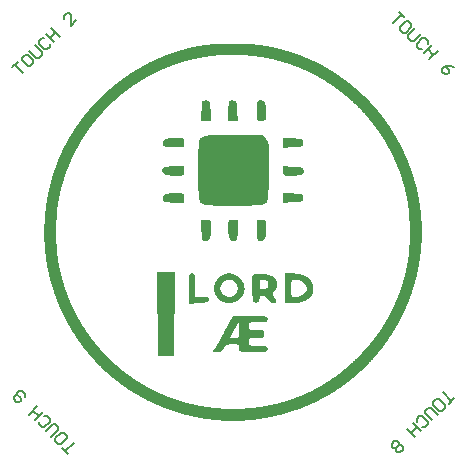
<source format=gto>
G04*
G04 #@! TF.GenerationSoftware,Altium Limited,Altium Designer,21.7.2 (23)*
G04*
G04 Layer_Color=65535*
%FSTAX44Y44*%
%MOMM*%
G71*
G04*
G04 #@! TF.SameCoordinates,382B67D8-D4E2-4276-A31F-CACD3676A529*
G04*
G04*
G04 #@! TF.FilePolarity,Positive*
G04*
G01*
G75*
%ADD10C,0.2000*%
G36*
X00000264Y00159999D02*
X00000947Y00159996D01*
X00001629Y00159992D01*
X0000231Y00159987D01*
X00002989Y0015998D01*
X00003667Y00159972D01*
X00004343Y00159962D01*
X00005016Y00159951D01*
X00005687Y00159939D01*
X00006355Y00159925D01*
X0000702Y0015991D01*
X0000768Y00159894D01*
X00008337Y00159876D01*
X0000899Y00159857D01*
X00009638Y00159836D01*
X0001028Y00159814D01*
X00010918Y00159791D01*
X0001155Y00159766D01*
X00012176Y0015974D01*
X00012795Y00159712D01*
X00013408Y00159683D01*
X00014014Y00159653D01*
X00014613Y00159621D01*
X00015204Y00159588D01*
X00015787Y00159554D01*
X00016362Y00159518D01*
X00016928Y00159481D01*
X00017486Y00159442D01*
X00018034Y00159402D01*
X00018572Y00159361D01*
X00018926Y00159332D01*
X00019275Y00159303D01*
X00019619Y00159274D01*
X00019959Y00159244D01*
X00020294Y00159213D01*
X00020624Y00159181D01*
X00020948Y00159149D01*
X00021268Y00159117D01*
X00021583Y00159083D01*
X00021892Y00159049D01*
X00022196Y00159015D01*
X00022495Y0015898D01*
X00022788Y00158944D01*
X00023075Y00158908D01*
X00023356Y00158871D01*
X00023632Y00158833D01*
X00023901Y00158795D01*
X00024292Y00158737D01*
X00024802Y00158659D01*
X00025311Y00158579D01*
X00025819Y00158498D01*
X00026327Y00158416D01*
X00026835Y00158331D01*
X00027341Y00158246D01*
X00027847Y00158158D01*
X00028352Y00158069D01*
X00028857Y00157979D01*
X00029361Y00157887D01*
X00029865Y00157793D01*
X00030367Y00157698D01*
X0003087Y00157601D01*
X00031371Y00157503D01*
X00031872Y00157403D01*
X00032372Y00157302D01*
X00032872Y00157198D01*
X00033371Y00157094D01*
X00033869Y00156988D01*
X00034367Y0015688D01*
X00034864Y00156771D01*
X0003536Y00156661D01*
X00035856Y00156549D01*
X00036351Y00156435D01*
X00036845Y0015632D01*
X00037339Y00156203D01*
X00037955Y00156055D01*
X0003857Y00155905D01*
X00039184Y00155752D01*
X00039797Y00155597D01*
X00040409Y00155439D01*
X00041019Y0015528D01*
X00041629Y00155117D01*
X00042238Y00154953D01*
X00042846Y00154786D01*
X00043452Y00154617D01*
X00044057Y00154446D01*
X00044662Y00154272D01*
X00045265Y00154096D01*
X00045867Y00153918D01*
X00046468Y00153737D01*
X00047068Y00153554D01*
X00047667Y00153369D01*
X00048265Y00153182D01*
X00048861Y00152992D01*
X00049457Y001528D01*
X00050051Y00152606D01*
X00050644Y00152409D01*
X00051237Y00152211D01*
X00051828Y0015201D01*
X00052417Y00151807D01*
X00053006Y00151601D01*
X00053593Y00151394D01*
X0005418Y00151184D01*
X00054765Y00150972D01*
X00055349Y00150758D01*
X00055932Y00150541D01*
X00056514Y00150323D01*
X00057094Y00150102D01*
X00057673Y00149879D01*
X00058251Y00149654D01*
X00058828Y00149426D01*
X00059404Y00149197D01*
X00059979Y00148965D01*
X00060552Y00148732D01*
X00061124Y00148496D01*
X00061695Y00148258D01*
X00062265Y00148017D01*
X00062833Y00147775D01*
X00063401Y00147531D01*
X00063966Y00147284D01*
X00064531Y00147035D01*
X00065095Y00146784D01*
X00065657Y00146532D01*
X00066218Y00146277D01*
X00066778Y00146019D01*
X00067337Y0014576D01*
X00067894Y00145499D01*
X0006845Y00145236D01*
X00069005Y0014497D01*
X00069559Y00144703D01*
X00070111Y00144433D01*
X00070662Y00144162D01*
X00071212Y00143888D01*
X0007176Y00143613D01*
X00072307Y00143335D01*
X00072853Y00143055D01*
X00073398Y00142774D01*
X00073941Y0014249D01*
X00074483Y00142204D01*
X00075023Y00141916D01*
X00075563Y00141627D01*
X00076101Y00141335D01*
X00076637Y00141041D01*
X00077173Y00140745D01*
X00077707Y00140448D01*
X00078239Y00140148D01*
X00078771Y00139846D01*
X00079301Y00139543D01*
X0007983Y00139237D01*
X00080357Y0013893D01*
X00080883Y0013862D01*
X00081407Y00138309D01*
X00081931Y00137996D01*
X00082452Y0013768D01*
X00082973Y00137363D01*
X00083492Y00137044D01*
X0008401Y00136723D01*
X00084526Y001364D01*
X00085041Y00136076D01*
X00085555Y00135749D01*
X00086067Y0013542D01*
X00086578Y0013509D01*
X00087087Y00134758D01*
X00087595Y00134424D01*
X00088102Y00134087D01*
X00088607Y0013375D01*
X0008911Y0013341D01*
X00089613Y00133068D01*
X00090113Y00132725D01*
X00090613Y0013238D01*
X00091111Y00132032D01*
X00091608Y00131684D01*
X00092103Y00131333D01*
X00092596Y0013098D01*
X00093088Y00130626D01*
X00093579Y0013027D01*
X00094068Y00129912D01*
X00094556Y00129552D01*
X00095042Y00129191D01*
X00095527Y00128827D01*
X00096011Y00128462D01*
X00096493Y00128095D01*
X00096973Y00127727D01*
X00097452Y00127356D01*
X00097929Y00126984D01*
X00098405Y0012661D01*
X0009888Y00126235D01*
X00099353Y00125857D01*
X00099824Y00125478D01*
X00100294Y00125098D01*
X00100762Y00124715D01*
X00101229Y00124331D01*
X00101694Y00123945D01*
X00102158Y00123558D01*
X0010262Y00123168D01*
X00103081Y00122777D01*
X0010354Y00122385D01*
X00103998Y0012199D01*
X00104454Y00121594D01*
X00104908Y00121197D01*
X00105361Y00120797D01*
X00105813Y00120396D01*
X00106263Y00119994D01*
X00106711Y00119589D01*
X00107157Y00119184D01*
X00107602Y00118776D01*
X00108046Y00118367D01*
X00108488Y00117956D01*
X00108928Y00117544D01*
X00109367Y0011713D01*
X00109804Y00116714D01*
X00110239Y00116297D01*
X00110673Y00115878D01*
X00111105Y00115458D01*
X00111536Y00115036D01*
X00111965Y00114612D01*
X00112392Y00114187D01*
X00112818Y0011376D01*
X00113242Y00113332D01*
X00113665Y00112902D01*
X00114086Y00112471D01*
X00114505Y00112038D01*
X00114922Y00111604D01*
X00115338Y00111168D01*
X00115752Y0011073D01*
X00116165Y00110291D01*
X00116576Y00109851D01*
X00116985Y00109409D01*
X00117393Y00108965D01*
X00117798Y0010852D01*
X00118202Y00108074D01*
X00118605Y00107626D01*
X00119006Y00107177D01*
X00119405Y00106726D01*
X00119802Y00106273D01*
X00120198Y0010582D01*
X00120592Y00105364D01*
X00120984Y00104908D01*
X00121374Y00104449D01*
X00121763Y0010399D01*
X0012215Y00103529D01*
X00122536Y00103066D01*
X00122919Y00102602D01*
X00123301Y00102137D01*
X00123681Y0010167D01*
X0012406Y00101202D01*
X00124436Y00100733D01*
X00124811Y00100262D01*
X00125184Y00099789D01*
X00125555Y00099316D01*
X00125925Y00098841D01*
X00126293Y00098364D01*
X00126659Y00097886D01*
X00127023Y00097407D01*
X00127386Y00096927D01*
X00127746Y00096445D01*
X00128105Y00095962D01*
X00128462Y00095477D01*
X00128817Y00094991D01*
X00129171Y00094504D01*
X00129522Y00094016D01*
X00129872Y00093526D01*
X0013022Y00093035D01*
X00130567Y00092542D01*
X00130911Y00092048D01*
X00131253Y00091553D01*
X00131594Y00091057D01*
X00131933Y0009056D01*
X0013227Y00090061D01*
X00132605Y0008956D01*
X00132939Y00089059D01*
X0013327Y00088556D01*
X001336Y00088053D01*
X00133927Y00087547D01*
X00134253Y00087041D01*
X00134577Y00086533D01*
X001349Y00086025D01*
X0013522Y00085514D01*
X00135538Y00085003D01*
X00135855Y00084491D01*
X00136169Y00083977D01*
X00136482Y00083462D01*
X00136793Y00082946D01*
X00137102Y00082429D01*
X00137409Y0008191D01*
X00137714Y00081391D01*
X00138017Y0008087D01*
X00138318Y00080348D01*
X00138617Y00079825D01*
X00138915Y000793D01*
X0013921Y00078775D01*
X00139504Y00078248D01*
X00139795Y00077721D01*
X00140085Y00077192D01*
X00140372Y00076662D01*
X00140658Y00076131D01*
X00140942Y00075598D01*
X00141224Y00075065D01*
X00141503Y00074531D01*
X00141781Y00073995D01*
X00142057Y00073458D01*
X00142331Y00072921D01*
X00142603Y00072382D01*
X00142873Y00071842D01*
X00143141Y00071301D01*
X00143407Y00070759D01*
X00143671Y00070216D01*
X00143933Y00069672D01*
X00144192Y00069127D01*
X0014445Y00068581D01*
X00144706Y00068033D01*
X0014496Y00067485D01*
X00145212Y00066936D01*
X00145462Y00066385D01*
X0014571Y00065834D01*
X00145955Y00065282D01*
X00146199Y00064728D01*
X00146441Y00064174D01*
X0014668Y00063619D01*
X00146918Y00063063D01*
X00147154Y00062505D01*
X00147387Y00061947D01*
X00147618Y00061388D01*
X00147848Y00060827D01*
X00148075Y00060266D01*
X001483Y00059704D01*
X00148523Y00059141D01*
X00148744Y00058577D01*
X00148963Y00058012D01*
X0014918Y00057446D01*
X00149394Y0005688D01*
X00149607Y00056312D01*
X00149817Y00055743D01*
X00150026Y00055174D01*
X00150232Y00054603D01*
X00150436Y00054032D01*
X00150638Y0005346D01*
X00150838Y00052887D01*
X00151036Y00052313D01*
X00151231Y00051738D01*
X00151425Y00051162D01*
X00151616Y00050586D01*
X00151805Y00050009D01*
X00151993Y0004943D01*
X00152177Y00048851D01*
X0015236Y00048271D01*
X00152541Y0004769D01*
X00152719Y00047109D01*
X00152895Y00046526D01*
X00153069Y00045943D01*
X00153241Y00045359D01*
X00153411Y00044774D01*
X00153578Y00044189D01*
X00153743Y00043602D01*
X00153906Y00043015D01*
X00154067Y00042427D01*
X00154226Y00041838D01*
X00154382Y00041249D01*
X00154537Y00040658D01*
X00154689Y00040067D01*
X00154839Y00039476D01*
X00154986Y00038883D01*
X00155132Y0003829D01*
X00155275Y00037696D01*
X00155415Y00037101D01*
X00155554Y00036505D01*
X0015569Y00035909D01*
X00155825Y00035312D01*
X00155956Y00034715D01*
X00156086Y00034116D01*
X00156213Y00033517D01*
X00156338Y00032918D01*
X00156461Y00032317D01*
X00156582Y00031716D01*
X001567Y00031114D01*
X00156816Y00030512D01*
X0015693Y00029909D01*
X00157041Y00029305D01*
X0015715Y00028701D01*
X00157257Y00028096D01*
X00157361Y0002749D01*
X00157464Y00026884D01*
X00157563Y00026277D01*
X00157661Y00025669D01*
X00157756Y00025061D01*
X00157849Y00024452D01*
X0015794Y00023843D01*
X00158028Y00023233D01*
X00158114Y00022622D01*
X00158197Y00022011D01*
X00158278Y00021399D01*
X00158357Y00020787D01*
X00158434Y00020174D01*
X00158508Y00019561D01*
X00158579Y00018946D01*
X00158649Y00018332D01*
X00158716Y00017717D01*
X0015878Y00017101D01*
X00158843Y00016485D01*
X00158903Y00015868D01*
X0015896Y00015251D01*
X00159015Y00014633D01*
X00159068Y00014015D01*
X00159118Y00013396D01*
X00159166Y00012777D01*
X00159212Y00012157D01*
X00159255Y00011537D01*
X00159295Y00010916D01*
X00159333Y00010295D01*
X00159369Y00009673D01*
X00159403Y0000905D01*
X00159433Y00008428D01*
X00159462Y00007805D01*
X00159488Y00007181D01*
X00159512Y00006557D01*
X00159533Y00005933D01*
X00159552Y00005308D01*
X00159568Y00004682D01*
X00159582Y00004057D01*
X00159593Y0000343D01*
X00159602Y00002804D01*
X00159608Y00002177D01*
X00159612Y00001549D01*
X00159613Y00000922D01*
X00159612Y00000293D01*
X00159609Y-00000335D01*
X00159603Y-00000964D01*
X00159594Y-00001593D01*
X00159583Y-00002223D01*
X0015957Y-00002853D01*
X00159553Y-00003484D01*
X00159535Y-00004114D01*
X00159514Y-00004746D01*
X0015949Y-00005377D01*
X00159464Y-00006009D01*
X00159435Y-00006641D01*
X00159404Y-00007273D01*
X0015937Y-00007906D01*
X00159334Y-00008539D01*
X00159295Y-00009172D01*
X00159253Y-00009806D01*
X00159209Y-0001044D01*
X00159172Y-00010948D01*
X00159134Y-00011455D01*
X00159093Y-00011963D01*
X00159051Y-00012471D01*
X00159008Y-00012979D01*
X00158962Y-00013487D01*
X00158916Y-00013995D01*
X00158867Y-00014504D01*
X00158817Y-00015013D01*
X00158765Y-00015522D01*
X00158711Y-00016031D01*
X00158656Y-0001654D01*
X00158599Y-00017049D01*
X0015854Y-00017559D01*
X0015848Y-00018068D01*
X00158418Y-00018578D01*
X00158355Y-00019088D01*
X00158289Y-00019598D01*
X00158223Y-00020108D01*
X00158154Y-00020619D01*
X00158084Y-00021129D01*
X00158012Y-0002164D01*
X00157938Y-0002215D01*
X00157863Y-00022661D01*
X00157786Y-00023172D01*
X00157707Y-00023683D01*
X00157627Y-00024194D01*
X00157549Y-00024678D01*
X0015747Y-00025161D01*
X00157389Y-00025644D01*
X00157307Y-00026126D01*
X00157224Y-00026608D01*
X00157139Y-0002709D01*
X00157052Y-00027571D01*
X00156965Y-00028052D01*
X00156875Y-00028532D01*
X00156785Y-00029012D01*
X00156692Y-00029491D01*
X00156599Y-0002997D01*
X00156504Y-00030449D01*
X00156407Y-00030927D01*
X00156309Y-00031405D01*
X0015621Y-00031882D01*
X00156109Y-00032359D01*
X00156007Y-00032835D01*
X00155904Y-00033311D01*
X00155799Y-00033786D01*
X00155692Y-00034262D01*
X00155584Y-00034736D01*
X00155475Y-0003521D01*
X00155364Y-00035684D01*
X00155252Y-00036157D01*
X00155139Y-00036629D01*
X00155024Y-00037102D01*
X00154907Y-00037573D01*
X0015479Y-00038044D01*
X0015467Y-00038515D01*
X0015455Y-00038985D01*
X00154428Y-00039455D01*
X00154305Y-00039924D01*
X0015418Y-00040393D01*
X00154054Y-00040861D01*
X00153926Y-00041329D01*
X00153798Y-00041796D01*
X00153667Y-00042263D01*
X00153536Y-00042729D01*
X00153403Y-00043195D01*
X00153268Y-0004366D01*
X00153133Y-00044125D01*
X00152996Y-00044589D01*
X00152857Y-00045053D01*
X00152717Y-00045516D01*
X00152576Y-00045979D01*
X00152434Y-00046441D01*
X0015229Y-00046902D01*
X00152144Y-00047363D01*
X00151998Y-00047824D01*
X0015185Y-00048284D01*
X001517Y-00048743D01*
X0015155Y-00049202D01*
X00151398Y-0004966D01*
X00151244Y-00050118D01*
X0015109Y-00050575D01*
X00150934Y-00051031D01*
X00150776Y-00051487D01*
X00150618Y-00051943D01*
X00150457Y-00052398D01*
X00150296Y-00052852D01*
X00150133Y-00053306D01*
X00149969Y-00053759D01*
X00149804Y-00054211D01*
X00149637Y-00054663D01*
X00149469Y-00055115D01*
X001493Y-00055566D01*
X00149129Y-00056016D01*
X00148958Y-00056466D01*
X00148784Y-00056915D01*
X0014861Y-00057363D01*
X00148434Y-00057811D01*
X00148257Y-00058258D01*
X00148078Y-00058705D01*
X00147899Y-00059151D01*
X00147718Y-00059596D01*
X00147535Y-00060041D01*
X00147352Y-00060485D01*
X00147167Y-00060928D01*
X0014698Y-00061371D01*
X00146793Y-00061814D01*
X00146604Y-00062255D01*
X00146414Y-00062696D01*
X00146223Y-00063137D01*
X0014603Y-00063576D01*
X00145836Y-00064015D01*
X00145641Y-00064454D01*
X00145445Y-00064892D01*
X00145247Y-00065329D01*
X00145048Y-00065765D01*
X00144848Y-00066201D01*
X00144647Y-00066636D01*
X00144444Y-00067071D01*
X0014424Y-00067505D01*
X00144035Y-00067938D01*
X00143828Y-0006837D01*
X0014362Y-00068802D01*
X00143411Y-00069233D01*
X00143201Y-00069664D01*
X0014299Y-00070093D01*
X00142777Y-00070522D01*
X00142563Y-00070951D01*
X00142348Y-00071378D01*
X00142131Y-00071806D01*
X00141914Y-00072232D01*
X00141695Y-00072657D01*
X00141475Y-00073082D01*
X00141253Y-00073507D01*
X00141031Y-0007393D01*
X00140807Y-00074353D01*
X00140582Y-00074775D01*
X00140356Y-00075196D01*
X00140128Y-00075617D01*
X001399Y-00076037D01*
X0013967Y-00076456D01*
X00139439Y-00076874D01*
X00139207Y-00077292D01*
X00138973Y-00077709D01*
X00138739Y-00078125D01*
X00138503Y-00078541D01*
X00138266Y-00078956D01*
X00138027Y-0007937D01*
X00137788Y-00079783D01*
X00137548Y-00080196D01*
X00137306Y-00080607D01*
X00137063Y-00081018D01*
X00136819Y-00081428D01*
X00136573Y-00081838D01*
X00136327Y-00082247D01*
X00136079Y-00082655D01*
X0013583Y-00083062D01*
X0013558Y-00083468D01*
X00135329Y-00083874D01*
X00135077Y-00084279D01*
X00134823Y-00084683D01*
X00134568Y-00085086D01*
X00134312Y-00085489D01*
X00134056Y-0008589D01*
X00133797Y-00086291D01*
X00133538Y-00086691D01*
X00133278Y-00087091D01*
X00133016Y-00087489D01*
X00132753Y-00087887D01*
X00132489Y-00088284D01*
X00132224Y-0008868D01*
X00131958Y-00089075D01*
X00131691Y-0008947D01*
X00131422Y-00089863D01*
X00131153Y-00090256D01*
X00130882Y-00090648D01*
X0013061Y-00091039D01*
X00130337Y-0009143D01*
X00130063Y-00091819D01*
X00129788Y-00092208D01*
X00129511Y-00092596D01*
X00129234Y-00092983D01*
X00128955Y-00093369D01*
X00128676Y-00093754D01*
X00128395Y-00094138D01*
X00128113Y-00094522D01*
X0012783Y-00094905D01*
X00127546Y-00095287D01*
X00127261Y-00095667D01*
X00126974Y-00096048D01*
X00126687Y-00096427D01*
X00126398Y-00096805D01*
X00126109Y-00097183D01*
X00125818Y-00097559D01*
X00125526Y-00097935D01*
X00125233Y-0009831D01*
X0012494Y-00098684D01*
X00124645Y-00099057D01*
X00124348Y-00099429D01*
X00124051Y-00099801D01*
X00123753Y-00100171D01*
X00123454Y-00100541D01*
X00123153Y-00100909D01*
X00122852Y-00101277D01*
X00122549Y-00101644D01*
X00122246Y-0010201D01*
X00121941Y-00102375D01*
X00121635Y-00102739D01*
X00121329Y-00103102D01*
X00121021Y-00103464D01*
X00120712Y-00103826D01*
X00120402Y-00104186D01*
X00120091Y-00104545D01*
X00119779Y-00104904D01*
X00119466Y-00105261D01*
X00119152Y-00105618D01*
X00118837Y-00105974D01*
X00118521Y-00106328D01*
X00118203Y-00106682D01*
X00117885Y-00107035D01*
X00117566Y-00107387D01*
X00117246Y-00107738D01*
X00116924Y-00108088D01*
X00116602Y-00108437D01*
X00116279Y-00108785D01*
X00115954Y-00109132D01*
X00115629Y-00109478D01*
X00115302Y-00109824D01*
X00114975Y-00110168D01*
X00114647Y-00110511D01*
X00114317Y-00110853D01*
X00113987Y-00111194D01*
X00113655Y-00111535D01*
X00113323Y-00111874D01*
X00112989Y-00112212D01*
X00112655Y-00112549D01*
X00112319Y-00112886D01*
X00111983Y-00113221D01*
X00111646Y-00113555D01*
X00111307Y-00113888D01*
X00110968Y-00114221D01*
X00110627Y-00114552D01*
X00110286Y-00114882D01*
X00109944Y-00115211D01*
X001096Y-00115539D01*
X00109256Y-00115866D01*
X00108911Y-00116193D01*
X00108565Y-00116518D01*
X00108218Y-00116842D01*
X00107869Y-00117165D01*
X0010752Y-00117487D01*
X0010717Y-00117808D01*
X00106819Y-00118128D01*
X00106467Y-00118446D01*
X00106114Y-00118764D01*
X0010576Y-00119081D01*
X00105406Y-00119397D01*
X0010505Y-00119711D01*
X00104693Y-00120025D01*
X00104335Y-00120337D01*
X00103977Y-00120649D01*
X00103617Y-00120959D01*
X00103257Y-00121269D01*
X00102895Y-00121577D01*
X00102533Y-00121884D01*
X0010217Y-0012219D01*
X00101805Y-00122495D01*
X0010144Y-00122799D01*
X00101074Y-00123102D01*
X00100707Y-00123403D01*
X00100339Y-00123704D01*
X00099971Y-00124003D01*
X00099601Y-00124302D01*
X0009923Y-00124599D01*
X00098859Y-00124895D01*
X00098486Y-0012519D01*
X00098113Y-00125484D01*
X00097739Y-00125777D01*
X00097364Y-00126069D01*
X00096988Y-0012636D01*
X00096611Y-00126649D01*
X00096233Y-00126937D01*
X00095854Y-00127225D01*
X00095474Y-00127511D01*
X00095094Y-00127796D01*
X00094713Y-0012808D01*
X0009433Y-00128362D01*
X00093947Y-00128644D01*
X00093563Y-00128924D01*
X00093178Y-00129203D01*
X00092792Y-00129481D01*
X00092406Y-00129759D01*
X00092018Y-00130034D01*
X0009163Y-00130309D01*
X00091241Y-00130582D01*
X00090851Y-00130855D01*
X0009046Y-00131126D01*
X00090068Y-00131396D01*
X00089675Y-00131664D01*
X00089282Y-00131932D01*
X00088887Y-00132198D01*
X00088492Y-00132464D01*
X00088096Y-00132728D01*
X00087699Y-00132991D01*
X00087301Y-00133252D01*
X00086903Y-00133513D01*
X00086503Y-00133772D01*
X00086103Y-0013403D01*
X00085702Y-00134287D01*
X000853Y-00134543D01*
X00084897Y-00134797D01*
X00084494Y-0013505D01*
X00084089Y-00135302D01*
X00083684Y-00135553D01*
X00083278Y-00135803D01*
X00082871Y-00136051D01*
X00082463Y-00136298D01*
X00082055Y-00136544D01*
X00081646Y-00136789D01*
X00081236Y-00137032D01*
X00080825Y-00137275D01*
X00080413Y-00137515D01*
X0008Y-00137755D01*
X00079587Y-00137994D01*
X00079173Y-00138231D01*
X00078758Y-00138467D01*
X00078342Y-00138702D01*
X00077926Y-00138935D01*
X00077509Y-00139167D01*
X0007709Y-00139398D01*
X00076672Y-00139628D01*
X00076252Y-00139856D01*
X00075831Y-00140083D01*
X0007541Y-00140309D01*
X00074988Y-00140534D01*
X00074566Y-00140757D01*
X00074142Y-00140979D01*
X00073718Y-001412D01*
X00073293Y-00141419D01*
X00072867Y-00141637D01*
X00072441Y-00141854D01*
X00072013Y-0014207D01*
X00071585Y-00142284D01*
X00071156Y-00142497D01*
X00070727Y-00142709D01*
X00070296Y-00142919D01*
X00069865Y-00143128D01*
X00069433Y-00143336D01*
X00069001Y-00143542D01*
X00068568Y-00143747D01*
X00068134Y-00143951D01*
X00067699Y-00144153D01*
X00067263Y-00144354D01*
X00066827Y-00144554D01*
X0006639Y-00144753D01*
X00065952Y-0014495D01*
X00065514Y-00145146D01*
X00065075Y-0014534D01*
X00064635Y-00145533D01*
X00064194Y-00145725D01*
X00063753Y-00145915D01*
X00063311Y-00146104D01*
X00062868Y-00146292D01*
X00062425Y-00146478D01*
X00061981Y-00146663D01*
X00061536Y-00146846D01*
X0006109Y-00147029D01*
X00060558Y-00147244D01*
X00060046Y-0014745D01*
X00059534Y-00147653D01*
X00059022Y-00147855D01*
X00058509Y-00148055D01*
X00057996Y-00148253D01*
X00057483Y-0014845D01*
X0005697Y-00148644D01*
X00056456Y-00148837D01*
X00055942Y-00149028D01*
X00055428Y-00149218D01*
X00054913Y-00149405D01*
X00054399Y-00149591D01*
X00053884Y-00149775D01*
X00053369Y-00149958D01*
X00052853Y-00150138D01*
X00052338Y-00150317D01*
X00051822Y-00150494D01*
X00051306Y-00150669D01*
X00050789Y-00150842D01*
X00050273Y-00151014D01*
X00049756Y-00151184D01*
X00049239Y-00151352D01*
X00048722Y-00151518D01*
X00048204Y-00151683D01*
X00047687Y-00151846D01*
X00047169Y-00152007D01*
X00046651Y-00152166D01*
X00046132Y-00152324D01*
X00045614Y-00152479D01*
X00045095Y-00152633D01*
X00044576Y-00152786D01*
X00044057Y-00152936D01*
X00043538Y-00153085D01*
X00043019Y-00153232D01*
X00042499Y-00153377D01*
X00041979Y-0015352D01*
X00041459Y-00153662D01*
X00040939Y-00153801D01*
X00040419Y-0015394D01*
X00039898Y-00154076D01*
X00039378Y-0015421D01*
X00038857Y-00154343D01*
X00038336Y-00154474D01*
X00037815Y-00154603D01*
X00037293Y-00154731D01*
X00036772Y-00154856D01*
X0003625Y-0015498D01*
X00035728Y-00155102D01*
X00035206Y-00155223D01*
X00034684Y-00155341D01*
X00034162Y-00155458D01*
X0003364Y-00155573D01*
X00033117Y-00155686D01*
X00032594Y-00155798D01*
X00032072Y-00155908D01*
X00031549Y-00156016D01*
X00031026Y-00156122D01*
X00030503Y-00156226D01*
X00029979Y-00156329D01*
X00029456Y-0015643D01*
X00028932Y-00156529D01*
X00028409Y-00156626D01*
X00027885Y-00156722D01*
X00027361Y-00156816D01*
X00026837Y-00156908D01*
X00026313Y-00156998D01*
X00025789Y-00157087D01*
X00025265Y-00157174D01*
X00024741Y-00157259D01*
X00024216Y-00157342D01*
X00023691Y-00157423D01*
X00023167Y-00157503D01*
X00022642Y-00157581D01*
X00022118Y-00157657D01*
X00021593Y-00157732D01*
X00021068Y-00157804D01*
X00020543Y-00157875D01*
X00020018Y-00157944D01*
X00019493Y-00158012D01*
X00018967Y-00158077D01*
X00018442Y-00158141D01*
X00017917Y-00158203D01*
X00017392Y-00158263D01*
X00016866Y-00158322D01*
X00016341Y-00158379D01*
X00015815Y-00158434D01*
X0001529Y-00158487D01*
X00014764Y-00158538D01*
X00014238Y-00158588D01*
X00013713Y-00158636D01*
X00013187Y-00158682D01*
X00012661Y-00158727D01*
X00012135Y-00158769D01*
X0001161Y-0015881D01*
X00011084Y-00158849D01*
X00010558Y-00158887D01*
X00010032Y-00158922D01*
X00009506Y-00158956D01*
X00008981Y-00158988D01*
X00008455Y-00159019D01*
X00007929Y-00159047D01*
X00007403Y-00159074D01*
X00006877Y-00159099D01*
X00006351Y-00159122D01*
X00005825Y-00159144D01*
X00005299Y-00159163D01*
X00004773Y-00159181D01*
X00004248Y-00159198D01*
X00003722Y-00159212D01*
X00003196Y-00159225D01*
X0000267Y-00159236D01*
X00002144Y-00159245D01*
X00001618Y-00159252D01*
X00001093Y-00159258D01*
X00000567Y-00159262D01*
X00000304Y-00159263D01*
X-00000222Y-00159264D01*
X-00000747Y-00159264D01*
X-00001273Y-00159261D01*
X-00001798Y-00159257D01*
X-00002324Y-00159251D01*
X-00002849Y-00159244D01*
X-00003374Y-00159235D01*
X-000039Y-00159224D01*
X-00004425Y-00159211D01*
X-0000495Y-00159196D01*
X-00005476Y-0015918D01*
X-00006Y-00159162D01*
X-00006526Y-00159142D01*
X-0000705Y-0015912D01*
X-00007575Y-00159097D01*
X-000081Y-00159071D01*
X-00008625Y-00159045D01*
X-0000915Y-00159016D01*
X-00009674Y-00158985D01*
X-00010199Y-00158953D01*
X-00010723Y-00158919D01*
X-00011247Y-00158883D01*
X-00011771Y-00158846D01*
X-00012296Y-00158807D01*
X-00012819Y-00158766D01*
X-00013343Y-00158723D01*
X-00013867Y-00158678D01*
X-00014391Y-00158632D01*
X-00014914Y-00158584D01*
X-00015438Y-00158534D01*
X-00015961Y-00158483D01*
X-00016484Y-00158429D01*
X-00017007Y-00158374D01*
X-0001753Y-00158317D01*
X-00018053Y-00158259D01*
X-00018576Y-00158198D01*
X-00019099Y-00158136D01*
X-00019621Y-00158072D01*
X-00020143Y-00158007D01*
X-00020665Y-00157939D01*
X-00021187Y-0015787D01*
X-00021709Y-00157799D01*
X-00022231Y-00157727D01*
X-00022753Y-00157652D01*
X-00023274Y-00157576D01*
X-00023795Y-00157498D01*
X-00024316Y-00157418D01*
X-00024837Y-00157337D01*
X-00025358Y-00157254D01*
X-00025879Y-00157169D01*
X-00026399Y-00157082D01*
X-00026919Y-00156994D01*
X-00027439Y-00156903D01*
X-00027959Y-00156811D01*
X-00028479Y-00156718D01*
X-00028998Y-00156622D01*
X-00029518Y-00156525D01*
X-00030037Y-00156426D01*
X-00030556Y-00156325D01*
X-00031075Y-00156222D01*
X-00031593Y-00156118D01*
X-00032112Y-00156012D01*
X-0003263Y-00155904D01*
X-00033148Y-00155795D01*
X-00033666Y-00155683D01*
X-00034183Y-0015557D01*
X-000347Y-00155456D01*
X-00035217Y-00155339D01*
X-00035734Y-00155221D01*
X-00036251Y-00155101D01*
X-00036767Y-00154979D01*
X-00037284Y-00154855D01*
X-000378Y-0015473D01*
X-00038315Y-00154603D01*
X-00038831Y-00154474D01*
X-00039346Y-00154343D01*
X-00039861Y-00154211D01*
X-00040376Y-00154077D01*
X-00040891Y-00153941D01*
X-00041405Y-00153803D01*
X-00041919Y-00153664D01*
X-00042433Y-00153523D01*
X-00042946Y-0015338D01*
X-0004346Y-00153235D01*
X-00043973Y-00153089D01*
X-00044485Y-00152941D01*
X-00044998Y-00152791D01*
X-0004551Y-00152639D01*
X-00046022Y-00152486D01*
X-00046533Y-0015233D01*
X-00047045Y-00152174D01*
X-00047556Y-00152015D01*
X-00048067Y-00151854D01*
X-00048577Y-00151692D01*
X-00049088Y-00151528D01*
X-00049597Y-00151363D01*
X-00050107Y-00151195D01*
X-00050616Y-00151026D01*
X-00051125Y-00150855D01*
X-00051634Y-00150682D01*
X-00052143Y-00150508D01*
X-00052651Y-00150332D01*
X-00053158Y-00150154D01*
X-00053666Y-00149974D01*
X-00054173Y-00149793D01*
X-0005468Y-00149609D01*
X-00055187Y-00149424D01*
X-00055693Y-00149238D01*
X-00056199Y-00149049D01*
X-00056704Y-00148859D01*
X-00057209Y-00148667D01*
X-00057714Y-00148473D01*
X-00058219Y-00148278D01*
X-00058723Y-00148081D01*
X-00059227Y-00147882D01*
X-0005973Y-00147681D01*
X-00060233Y-00147479D01*
X-00060736Y-00147274D01*
X-00061239Y-00147069D01*
X-00061741Y-00146861D01*
X-00062242Y-00146651D01*
X-00062744Y-0014644D01*
X-00063245Y-00146227D01*
X-00063745Y-00146012D01*
X-00064246Y-00145796D01*
X-00064746Y-00145578D01*
X-00065245Y-00145358D01*
X-00065744Y-00145136D01*
X-00066243Y-00144913D01*
X-00066741Y-00144687D01*
X-00067239Y-0014446D01*
X-00067737Y-00144232D01*
X-00068234Y-00144001D01*
X-00068731Y-00143769D01*
X-00069227Y-00143535D01*
X-00069723Y-00143299D01*
X-00070219Y-00143062D01*
X-00070714Y-00142823D01*
X-00071209Y-00142582D01*
X-00071707Y-00142337D01*
X-00072215Y-00142085D01*
X-00072723Y-00141831D01*
X-0007323Y-00141576D01*
X-00073735Y-00141318D01*
X-00074239Y-00141059D01*
X-00074743Y-00140798D01*
X-00075245Y-00140535D01*
X-00075746Y-0014027D01*
X-00076246Y-00140003D01*
X-00076745Y-00139735D01*
X-00077243Y-00139465D01*
X-00077739Y-00139193D01*
X-00078235Y-00138919D01*
X-00078729Y-00138644D01*
X-00079223Y-00138366D01*
X-00079715Y-00138087D01*
X-00080206Y-00137807D01*
X-00080696Y-00137524D01*
X-00081185Y-0013724D01*
X-00081673Y-00136954D01*
X-00082159Y-00136666D01*
X-00082645Y-00136376D01*
X-00083129Y-00136085D01*
X-00083612Y-00135792D01*
X-00084094Y-00135497D01*
X-00084575Y-001352D01*
X-00085055Y-00134902D01*
X-00085533Y-00134602D01*
X-0008601Y-00134301D01*
X-00086487Y-00133997D01*
X-00086961Y-00133692D01*
X-00087435Y-00133385D01*
X-00087908Y-00133077D01*
X-00088379Y-00132767D01*
X-0008885Y-00132455D01*
X-00089319Y-00132142D01*
X-00089787Y-00131826D01*
X-00090253Y-0013151D01*
X-00090719Y-00131191D01*
X-00091183Y-00130871D01*
X-00091646Y-00130549D01*
X-00092108Y-00130226D01*
X-00092568Y-00129901D01*
X-00093028Y-00129574D01*
X-00093486Y-00129246D01*
X-00093943Y-00128916D01*
X-00094398Y-00128584D01*
X-00094853Y-00128251D01*
X-00095306Y-00127916D01*
X-00095758Y-00127579D01*
X-00096209Y-00127241D01*
X-00096658Y-00126902D01*
X-00097106Y-0012656D01*
X-00097553Y-00126218D01*
X-00097999Y-00125873D01*
X-00098443Y-00125527D01*
X-00098886Y-0012518D01*
X-00099328Y-0012483D01*
X-00099769Y-0012448D01*
X-00100208Y-00124127D01*
X-00100646Y-00123773D01*
X-00101083Y-00123418D01*
X-00101518Y-00123061D01*
X-00101953Y-00122703D01*
X-00102386Y-00122343D01*
X-00102817Y-00121981D01*
X-00103247Y-00121618D01*
X-00103676Y-00121253D01*
X-00104104Y-00120887D01*
X-0010453Y-0012052D01*
X-00104955Y-0012015D01*
X-00105379Y-0011978D01*
X-00105801Y-00119408D01*
X-00106222Y-00119034D01*
X-00106642Y-00118659D01*
X-0010706Y-00118282D01*
X-00107477Y-00117904D01*
X-00107893Y-00117525D01*
X-00108307Y-00117144D01*
X-0010872Y-00116761D01*
X-00109131Y-00116377D01*
X-00109542Y-00115992D01*
X-00109951Y-00115605D01*
X-00110358Y-00115216D01*
X-00110764Y-00114827D01*
X-00111169Y-00114435D01*
X-00111572Y-00114043D01*
X-00111974Y-00113649D01*
X-00112375Y-00113253D01*
X-00112774Y-00112856D01*
X-00113172Y-00112458D01*
X-00113568Y-00112058D01*
X-00113963Y-00111657D01*
X-00114356Y-00111254D01*
X-00114749Y-0011085D01*
X-00115139Y-00110445D01*
X-00115529Y-00110038D01*
X-00115917Y-0010963D01*
X-00116303Y-00109221D01*
X-00116688Y-0010881D01*
X-00117072Y-00108398D01*
X-00117454Y-00107984D01*
X-00117835Y-00107569D01*
X-00118214Y-00107153D01*
X-00118592Y-00106735D01*
X-00118968Y-00106316D01*
X-00119344Y-00105896D01*
X-00119717Y-00105474D01*
X-00120089Y-00105051D01*
X-0012046Y-00104627D01*
X-00120829Y-00104201D01*
X-00121196Y-00103774D01*
X-00121563Y-00103346D01*
X-00121927Y-00102917D01*
X-00122291Y-00102486D01*
X-00122652Y-00102054D01*
X-00123013Y-0010162D01*
X-00123371Y-00101186D01*
X-00123729Y-0010075D01*
X-00124084Y-00100312D01*
X-00124439Y-00099874D01*
X-00124791Y-00099434D01*
X-00125143Y-00098993D01*
X-00125492Y-0009855D01*
X-00125841Y-00098107D01*
X-00126187Y-00097662D01*
X-00126532Y-00097216D01*
X-00126876Y-00096769D01*
X-00127218Y-0009632D01*
X-00127559Y-0009587D01*
X-00127898Y-00095419D01*
X-00128235Y-00094967D01*
X-00128571Y-00094514D01*
X-00128905Y-00094059D01*
X-00129238Y-00093603D01*
X-0012957Y-00093146D01*
X-00129899Y-00092688D01*
X-00130227Y-00092228D01*
X-00130554Y-00091768D01*
X-00130879Y-00091306D01*
X-00131202Y-00090843D01*
X-00131524Y-00090379D01*
X-00131844Y-00089914D01*
X-00132163Y-00089447D01*
X-0013248Y-00088979D01*
X-00132795Y-00088511D01*
X-00133109Y-00088041D01*
X-00133422Y-0008757D01*
X-00133732Y-00087097D01*
X-00134041Y-00086624D01*
X-00134349Y-0008615D01*
X-00134655Y-00085674D01*
X-00134959Y-00085197D01*
X-00135261Y-00084719D01*
X-00135562Y-0008424D01*
X-00135862Y-0008376D01*
X-00136159Y-00083279D01*
X-00136455Y-00082797D01*
X-0013675Y-00082314D01*
X-00137043Y-00081829D01*
X-00137334Y-00081344D01*
X-00137623Y-00080857D01*
X-00137911Y-00080369D01*
X-00138197Y-00079881D01*
X-00138482Y-00079391D01*
X-00138764Y-000789D01*
X-00139045Y-00078408D01*
X-00139325Y-00077915D01*
X-00139603Y-00077421D01*
X-00139879Y-00076926D01*
X-00140153Y-0007643D01*
X-00140426Y-00075933D01*
X-00140697Y-00075435D01*
X-00140966Y-00074936D01*
X-00141234Y-00074436D01*
X-001415Y-00073935D01*
X-00141764Y-00073432D01*
X-00142027Y-00072929D01*
X-00142287Y-00072425D01*
X-00142546Y-0007192D01*
X-00142804Y-00071414D01*
X-00143059Y-00070907D01*
X-00143313Y-00070399D01*
X-00143565Y-0006989D01*
X-00143816Y-0006938D01*
X-00144064Y-00068869D01*
X-00144311Y-00068357D01*
X-00144557Y-00067844D01*
X-001448Y-0006733D01*
X-00145042Y-00066815D01*
X-00145281Y-000663D01*
X-0014552Y-00065783D01*
X-00145756Y-00065265D01*
X-00145991Y-00064747D01*
X-00146223Y-00064227D01*
X-00146454Y-00063707D01*
X-00146684Y-00063186D01*
X-00146911Y-00062664D01*
X-00147137Y-00062141D01*
X-00147361Y-00061617D01*
X-00147583Y-00061092D01*
X-00147803Y-00060566D01*
X-00148022Y-00060039D01*
X-00148239Y-00059512D01*
X-00148454Y-00058984D01*
X-00148667Y-00058454D01*
X-00148878Y-00057924D01*
X-00149087Y-00057393D01*
X-00149295Y-00056862D01*
X-00149501Y-00056329D01*
X-00149705Y-00055795D01*
X-00149907Y-00055261D01*
X-00150107Y-00054726D01*
X-00150306Y-0005419D01*
X-00150502Y-00053653D01*
X-00150697Y-00053116D01*
X-0015089Y-00052577D01*
X-00151081Y-00052038D01*
X-0015127Y-00051498D01*
X-00151457Y-00050957D01*
X-00151643Y-00050415D01*
X-00151826Y-00049873D01*
X-00152008Y-0004933D01*
X-00152188Y-00048786D01*
X-00152366Y-00048241D01*
X-00152542Y-00047695D01*
X-00152716Y-00047149D01*
X-00152888Y-00046602D01*
X-00153058Y-00046054D01*
X-00153227Y-00045505D01*
X-00153393Y-00044956D01*
X-00153558Y-00044406D01*
X-00153721Y-00043855D01*
X-00153881Y-00043304D01*
X-0015404Y-00042751D01*
X-00154197Y-00042198D01*
X-00154352Y-00041645D01*
X-00154505Y-0004109D01*
X-00154657Y-00040535D01*
X-00154806Y-00039979D01*
X-00154953Y-00039423D01*
X-00155098Y-00038865D01*
X-00155242Y-00038307D01*
X-00155383Y-00037749D01*
X-00155523Y-0003719D01*
X-0015566Y-0003663D01*
X-00155796Y-00036069D01*
X-00155929Y-00035508D01*
X-00156061Y-00034946D01*
X-00156191Y-00034383D01*
X-00156318Y-0003382D01*
X-00156444Y-00033256D01*
X-00156568Y-00032691D01*
X-00156689Y-00032126D01*
X-00156809Y-0003156D01*
X-00156898Y-00031135D01*
X-00157006Y-00030607D01*
X-00157112Y-00030078D01*
X-00157216Y-00029549D01*
X-00157318Y-00029018D01*
X-00157419Y-00028487D01*
X-00157517Y-00027954D01*
X-00157614Y-00027421D01*
X-00157709Y-00026888D01*
X-00157801Y-00026353D01*
X-00157892Y-00025817D01*
X-00157981Y-00025281D01*
X-00158068Y-00024744D01*
X-00158153Y-00024206D01*
X-00158236Y-00023668D01*
X-00158317Y-00023129D01*
X-00158396Y-00022589D01*
X-00158473Y-00022048D01*
X-00158548Y-00021507D01*
X-00158622Y-00020965D01*
X-00158694Y-00020422D01*
X-00158763Y-00019879D01*
X-00158831Y-00019335D01*
X-00158897Y-0001879D01*
X-0015896Y-00018245D01*
X-00159022Y-00017699D01*
X-00159082Y-00017153D01*
X-0015914Y-00016606D01*
X-00159197Y-00016059D01*
X-00159251Y-00015511D01*
X-00159303Y-00014962D01*
X-00159354Y-00014413D01*
X-00159402Y-00013863D01*
X-00159449Y-00013313D01*
X-00159494Y-00012763D01*
X-00159537Y-00012212D01*
X-00159578Y-0001166D01*
X-00159617Y-00011108D01*
X-00159654Y-00010556D01*
X-00159689Y-00010003D01*
X-00159723Y-0000945D01*
X-00159754Y-00008896D01*
X-00159784Y-00008342D01*
X-00159812Y-00007788D01*
X-00159837Y-00007233D01*
X-00159861Y-00006678D01*
X-00159883Y-00006123D01*
X-00159904Y-00005567D01*
X-00159922Y-00005011D01*
X-00159938Y-00004455D01*
X-00159953Y-00003898D01*
X-00159965Y-00003341D01*
X-00159976Y-00002784D01*
X-00159985Y-00002226D01*
X-00159992Y-00001669D01*
X-00159997Y-00001111D01*
X-0016Y-00000553D01*
X-00160002Y00000005D01*
X-00160001Y00000564D01*
X-00159999Y00001122D01*
X-00159995Y00001681D01*
X-00159989Y0000224D01*
X-00159981Y00002799D01*
X-00159971Y00003358D01*
X-00159959Y00003917D01*
X-00159946Y00004477D01*
X-0015993Y00005036D01*
X-00159913Y00005596D01*
X-00159894Y00006155D01*
X-00159873Y00006715D01*
X-0015985Y00007275D01*
X-00159825Y00007834D01*
X-00159798Y00008394D01*
X-0015977Y00008953D01*
X-0015974Y00009513D01*
X-00159708Y00010073D01*
X-00159674Y00010632D01*
X-00159638Y00011192D01*
X-001596Y00011751D01*
X-0015956Y0001231D01*
X-00159519Y0001287D01*
X-00159476Y00013429D01*
X-00159431Y00013988D01*
X-00159384Y00014547D01*
X-00159335Y00015106D01*
X-00159284Y00015664D01*
X-00159232Y00016222D01*
X-00159178Y00016781D01*
X-00159121Y00017339D01*
X-00159064Y00017897D01*
X-00159004Y00018454D01*
X-00158942Y00019011D01*
X-00158878Y00019569D01*
X-00158813Y00020126D01*
X-00158746Y00020682D01*
X-00158677Y00021238D01*
X-00158606Y00021794D01*
X-00158534Y0002235D01*
X-00158459Y00022905D01*
X-00158383Y00023461D01*
X-00158305Y00024015D01*
X-00158225Y0002457D01*
X-00158143Y00025124D01*
X-0015806Y00025677D01*
X-00157974Y0002623D01*
X-00157887Y00026783D01*
X-00157798Y00027336D01*
X-00157707Y00027887D01*
X-00157614Y00028439D01*
X-0015752Y0002899D01*
X-00157424Y00029541D01*
X-00157326Y0003009D01*
X-00157226Y0003064D01*
X-00157124Y00031189D01*
X-00157021Y00031738D01*
X-00156915Y00032286D01*
X-00156808Y00032833D01*
X-00156699Y0003338D01*
X-00156589Y00033926D01*
X-00156476Y00034472D01*
X-00156362Y00035017D01*
X-00156246Y00035562D01*
X-00156128Y00036106D01*
X-00156008Y00036649D01*
X-00155886Y00037191D01*
X-00155763Y00037733D01*
X-00155638Y00038275D01*
X-00155511Y00038815D01*
X-00155382Y00039355D01*
X-00155252Y00039894D01*
X-0015512Y00040433D01*
X-00154986Y0004097D01*
X-0015485Y00041507D01*
X-00154712Y00042044D01*
X-00154573Y00042579D01*
X-00154432Y00043114D01*
X-00154289Y00043647D01*
X-00154144Y0004418D01*
X-00153997Y00044713D01*
X-00153849Y00045244D01*
X-00153699Y00045774D01*
X-00153547Y00046304D01*
X-00153393Y00046833D01*
X-00153238Y00047361D01*
X-00153081Y00047888D01*
X-00152922Y00048414D01*
X-00152761Y00048939D01*
X-00152599Y00049463D01*
X-00152435Y00049987D01*
X-00152268Y00050509D01*
X-00152101Y0005103D01*
X-00151931Y0005155D01*
X-0015176Y0005207D01*
X-00151587Y00052588D01*
X-00151412Y00053105D01*
X-00151235Y00053622D01*
X-00151057Y00054137D01*
X-00150877Y00054651D01*
X-00150695Y00055164D01*
X-00150511Y00055676D01*
X-00150326Y00056187D01*
X-00150139Y00056696D01*
X-0014995Y00057205D01*
X-00149759Y00057712D01*
X-00149567Y00058219D01*
X-00149373Y00058724D01*
X-00149177Y00059228D01*
X-0014898Y00059731D01*
X-0014878Y00060232D01*
X-00148579Y00060733D01*
X-00148376Y00061232D01*
X-00148178Y00061713D01*
X-00147993Y00062161D01*
X-00147806Y00062608D01*
X-00147618Y00063054D01*
X-00147428Y00063499D01*
X-00147237Y00063944D01*
X-00147044Y00064388D01*
X-00146851Y00064832D01*
X-00146656Y00065274D01*
X-00146459Y00065716D01*
X-00146262Y00066157D01*
X-00146062Y00066598D01*
X-00145862Y00067038D01*
X-0014566Y00067477D01*
X-00145457Y00067915D01*
X-00145253Y00068353D01*
X-00145047Y0006879D01*
X-0014484Y00069226D01*
X-00144632Y00069662D01*
X-00144422Y00070096D01*
X-00144211Y0007053D01*
X-00143999Y00070964D01*
X-00143785Y00071396D01*
X-0014357Y00071828D01*
X-00143354Y00072259D01*
X-00143137Y00072689D01*
X-00142918Y00073119D01*
X-00142698Y00073548D01*
X-00142477Y00073976D01*
X-00142254Y00074403D01*
X-0014203Y0007483D01*
X-00141805Y00075256D01*
X-00141578Y00075681D01*
X-00141351Y00076105D01*
X-00141122Y00076528D01*
X-00140892Y00076951D01*
X-0014066Y00077373D01*
X-00140427Y00077794D01*
X-00140193Y00078215D01*
X-00139958Y00078634D01*
X-00139722Y00079053D01*
X-00139484Y00079471D01*
X-00139245Y00079889D01*
X-00139005Y00080305D01*
X-00138763Y00080721D01*
X-0013852Y00081136D01*
X-00138277Y0008155D01*
X-00138031Y00081963D01*
X-00137785Y00082376D01*
X-00137537Y00082787D01*
X-00137289Y00083198D01*
X-00137039Y00083608D01*
X-00136787Y00084018D01*
X-00136535Y00084426D01*
X-00136281Y00084834D01*
X-00136026Y00085241D01*
X-0013577Y00085647D01*
X-00135513Y00086052D01*
X-00135255Y00086456D01*
X-00134995Y0008686D01*
X-00134734Y00087263D01*
X-00134472Y00087665D01*
X-00134209Y00088066D01*
X-00133945Y00088466D01*
X-00133679Y00088865D01*
X-00133412Y00089264D01*
X-00133144Y00089662D01*
X-00132875Y00090058D01*
X-00132605Y00090455D01*
X-00132334Y0009085D01*
X-00132061Y00091244D01*
X-00131788Y00091637D01*
X-00131513Y0009203D01*
X-00131237Y00092422D01*
X-0013096Y00092813D01*
X-00130681Y00093203D01*
X-00130402Y00093592D01*
X-00130121Y0009398D01*
X-00129839Y00094368D01*
X-00129557Y00094754D01*
X-00129273Y0009514D01*
X-00128988Y00095525D01*
X-00128701Y00095909D01*
X-00128414Y00096292D01*
X-00128126Y00096674D01*
X-00127836Y00097055D01*
X-00127545Y00097435D01*
X-00127254Y00097815D01*
X-00126961Y00098194D01*
X-00126667Y00098571D01*
X-00126372Y00098948D01*
X-00126076Y00099324D01*
X-00125778Y00099699D01*
X-0012548Y00100073D01*
X-00125181Y00100446D01*
X-0012488Y00100818D01*
X-00124579Y0010119D01*
X-00124276Y0010156D01*
X-00123972Y0010193D01*
X-00123667Y00102298D01*
X-00123361Y00102666D01*
X-00123054Y00103032D01*
X-00122746Y00103398D01*
X-00122437Y00103763D01*
X-00122127Y00104127D01*
X-00121816Y0010449D01*
X-00121504Y00104852D01*
X-00121191Y00105213D01*
X-00120876Y00105573D01*
X-00120561Y00105933D01*
X-00120244Y00106291D01*
X-00119927Y00106648D01*
X-00119608Y00107005D01*
X-00119289Y0010736D01*
X-00118968Y00107715D01*
X-00118647Y00108068D01*
X-00118324Y00108421D01*
X-00118001Y00108772D01*
X-00117676Y00109123D01*
X-00117351Y00109473D01*
X-00117024Y00109821D01*
X-00116696Y00110169D01*
X-00116368Y00110516D01*
X-00116038Y00110861D01*
X-00115707Y00111206D01*
X-00115376Y0011155D01*
X-00115043Y00111893D01*
X-0011471Y00112235D01*
X-00114375Y00112575D01*
X-00114039Y00112915D01*
X-00113703Y00113254D01*
X-00113365Y00113592D01*
X-00113027Y00113929D01*
X-00112687Y00114265D01*
X-00112347Y001146D01*
X-00112006Y00114933D01*
X-00111663Y00115266D01*
X-0011132Y00115598D01*
X-00110976Y00115929D01*
X-00110631Y00116258D01*
X-00110284Y00116587D01*
X-00109937Y00116915D01*
X-00109589Y00117242D01*
X-0010924Y00117568D01*
X-0010889Y00117892D01*
X-00108539Y00118216D01*
X-00108188Y00118538D01*
X-00107835Y0011886D01*
X-00107481Y0011918D01*
X-00107127Y001195D01*
X-00106771Y00119818D01*
X-00106415Y00120136D01*
X-00106058Y00120452D01*
X-001057Y00120767D01*
X-0010534Y00121082D01*
X-0010498Y00121395D01*
X-0010462Y00121707D01*
X-00104258Y00122018D01*
X-00103895Y00122328D01*
X-00103531Y00122637D01*
X-00103167Y00122945D01*
X-00102802Y00123252D01*
X-00102435Y00123558D01*
X-00102068Y00123862D01*
X-001017Y00124166D01*
X-00101331Y00124468D01*
X-00100962Y0012477D01*
X-00100591Y0012507D01*
X-00100219Y0012537D01*
X-00099847Y00125668D01*
X-00099474Y00125965D01*
X-000991Y00126261D01*
X-00098725Y00126556D01*
X-00098349Y0012685D01*
X-00097972Y00127142D01*
X-00097595Y00127434D01*
X-00097217Y00127725D01*
X-00096838Y00128014D01*
X-00096458Y00128302D01*
X-00096077Y00128589D01*
X-00095695Y00128876D01*
X-00095313Y0012916D01*
X-0009493Y00129444D01*
X-00094545Y00129727D01*
X-00094161Y00130009D01*
X-00093775Y00130289D01*
X-00093388Y00130568D01*
X-00093001Y00130847D01*
X-00092613Y00131124D01*
X-00092224Y001314D01*
X-00091834Y00131674D01*
X-00091444Y00131948D01*
X-00091052Y00132221D01*
X-0009066Y00132492D01*
X-00090267Y00132762D01*
X-00089874Y00133031D01*
X-00089479Y00133299D01*
X-00089084Y00133566D01*
X-00088688Y00133832D01*
X-00088291Y00134096D01*
X-00087894Y0013436D01*
X-00087495Y00134622D01*
X-00087096Y00134883D01*
X-00086696Y00135142D01*
X-00086296Y00135401D01*
X-00085894Y00135659D01*
X-00085492Y00135915D01*
X-0008509Y0013617D01*
X-00084686Y00136424D01*
X-00084282Y00136677D01*
X-00083876Y00136928D01*
X-00083471Y00137179D01*
X-00083064Y00137428D01*
X-00082657Y00137676D01*
X-00082249Y00137923D01*
X-0008184Y00138168D01*
X-00081431Y00138413D01*
X-00081021Y00138656D01*
X-0008061Y00138898D01*
X-00080198Y00139139D01*
X-00079786Y00139378D01*
X-00079373Y00139617D01*
X-00078959Y00139854D01*
X-00078545Y0014009D01*
X-0007813Y00140324D01*
X-00077714Y00140558D01*
X-00077298Y0014079D01*
X-0007688Y00141021D01*
X-00076462Y00141251D01*
X-00076044Y0014148D01*
X-00075625Y00141707D01*
X-00075205Y00141933D01*
X-00074784Y00142158D01*
X-00074363Y00142382D01*
X-00073941Y00142604D01*
X-00073519Y00142825D01*
X-00073095Y00143045D01*
X-00072672Y00143264D01*
X-00072247Y00143482D01*
X-00071822Y00143698D01*
X-00071396Y00143913D01*
X-0007097Y00144126D01*
X-00070542Y00144339D01*
X-00070115Y0014455D01*
X-00069686Y0014476D01*
X-00069257Y00144968D01*
X-00068828Y00145176D01*
X-00068397Y00145382D01*
X-00067967Y00145586D01*
X-00067535Y0014579D01*
X-00067103Y00145992D01*
X-0006667Y00146193D01*
X-00066237Y00146393D01*
X-00065803Y00146591D01*
X-00065368Y00146788D01*
X-00064933Y00146984D01*
X-00064497Y00147178D01*
X-00064061Y00147372D01*
X-00063624Y00147564D01*
X-00063186Y00147754D01*
X-00062748Y00147943D01*
X-00062309Y00148132D01*
X-0006187Y00148318D01*
X-0006143Y00148504D01*
X-0006099Y00148688D01*
X-00060549Y0014887D01*
X-00060107Y00149052D01*
X-00059665Y00149232D01*
X-00059222Y00149411D01*
X-00058779Y00149588D01*
X-00058335Y00149764D01*
X-00057891Y00149939D01*
X-00057446Y00150112D01*
X-00057Y00150285D01*
X-00056554Y00150456D01*
X-00056107Y00150625D01*
X-0005566Y00150793D01*
X-00055212Y0015096D01*
X-00054764Y00151125D01*
X-00054316Y00151289D01*
X-00053866Y00151452D01*
X-00053416Y00151613D01*
X-00052966Y00151774D01*
X-00052515Y00151932D01*
X-00052064Y00152089D01*
X-00051612Y00152245D01*
X-0005116Y001524D01*
X-00050707Y00152553D01*
X-00050253Y00152705D01*
X-00049799Y00152855D01*
X-00049345Y00153005D01*
X-0004889Y00153152D01*
X-00048435Y00153299D01*
X-00047979Y00153443D01*
X-00047522Y00153587D01*
X-00047066Y00153729D01*
X-00046608Y0015387D01*
X-0004615Y00154009D01*
X-00045692Y00154147D01*
X-00045233Y00154284D01*
X-00044774Y00154419D01*
X-00044314Y00154553D01*
X-00043854Y00154685D01*
X-00043394Y00154817D01*
X-00042933Y00154946D01*
X-00042471Y00155074D01*
X-00042009Y00155201D01*
X-00041547Y00155326D01*
X-00041084Y0015545D01*
X-0004062Y00155573D01*
X-00040157Y00155694D01*
X-00039692Y00155814D01*
X-00039228Y00155932D01*
X-00038763Y00156049D01*
X-00038297Y00156164D01*
X-00037831Y00156278D01*
X-00037365Y0015639D01*
X-00036899Y00156502D01*
X-00036431Y00156611D01*
X-00035964Y00156719D01*
X-00035496Y00156826D01*
X-00035027Y00156931D01*
X-00034559Y00157035D01*
X-0003409Y00157138D01*
X-0003362Y00157239D01*
X-0003315Y00157338D01*
X-0003268Y00157436D01*
X-00032209Y00157533D01*
X-00031738Y00157628D01*
X-00031266Y00157721D01*
X-00030794Y00157813D01*
X-00030322Y00157904D01*
X-0002985Y00157993D01*
X-00029376Y00158081D01*
X-00028903Y00158167D01*
X-00028429Y00158252D01*
X-00027955Y00158335D01*
X-00027481Y00158417D01*
X-00027006Y00158497D01*
X-00026531Y00158576D01*
X-00026055Y00158653D01*
X-0002558Y00158729D01*
X-00025326Y00158768D01*
X-00025067Y00158807D01*
X-00024801Y00158845D01*
X-0002453Y00158882D01*
X-00024252Y00158919D01*
X-00023969Y00158955D01*
X-0002368Y0015899D01*
X-00023385Y00159025D01*
X-00023085Y00159059D01*
X-00022779Y00159093D01*
X-00022468Y00159126D01*
X-00022152Y00159158D01*
X-0002183Y0015919D01*
X-00021503Y00159221D01*
X-00021172Y00159252D01*
X-00020835Y00159282D01*
X-00020494Y00159311D01*
X-00019973Y00159354D01*
X-00019443Y00159396D01*
X-00018902Y00159436D01*
X-00018352Y00159475D01*
X-00017793Y00159512D01*
X-00017224Y00159548D01*
X-00016648Y00159583D01*
X-00016063Y00159616D01*
X-0001547Y00159648D01*
X-00014869Y00159678D01*
X-00014262Y00159707D01*
X-00013647Y00159735D01*
X-00013026Y00159761D01*
X-00012399Y00159786D01*
X-00011766Y0015981D01*
X-00011127Y00159832D01*
X-00010483Y00159853D01*
X-00009834Y00159872D01*
X-00009181Y0015989D01*
X-00008523Y00159907D01*
X-00007861Y00159923D01*
X-00007196Y00159937D01*
X-00006528Y00159949D01*
X-00005856Y0015996D01*
X-00005182Y0015997D01*
X-00004506Y00159978D01*
X-00003828Y00159986D01*
X-00003148Y00159991D01*
X-00002466Y00159995D01*
X-00001784Y00159998D01*
X-00001102Y0016D01*
X-00000419Y0016D01*
X00000264Y00159999D01*
D02*
G37*
%LPC*%
G36*
X-00000688Y00150643D02*
X-00001237Y00150643D01*
X-00001787Y0015064D01*
X-00002336Y00150636D01*
X-00002885Y0015063D01*
X-00003433Y00150622D01*
X-00003981Y00150612D01*
X-00004528Y001506D01*
X-00005075Y00150587D01*
X-00005622Y00150571D01*
X-00006168Y00150553D01*
X-00006713Y00150534D01*
X-00007258Y00150513D01*
X-00007803Y00150489D01*
X-00008346Y00150464D01*
X-00008889Y00150437D01*
X-00009432Y00150408D01*
X-00009974Y00150377D01*
X-00010515Y00150344D01*
X-00011055Y0015031D01*
X-00011595Y00150273D01*
X-00012134Y00150235D01*
X-00012672Y00150194D01*
X-00013209Y00150152D01*
X-00013746Y00150108D01*
X-00014282Y00150062D01*
X-00014816Y00150014D01*
X-0001535Y00149964D01*
X-00015883Y00149912D01*
X-00016415Y00149858D01*
X-00016946Y00149803D01*
X-00017476Y00149745D01*
X-00018005Y00149686D01*
X-00018533Y00149624D01*
X-0001906Y00149561D01*
X-00019586Y00149496D01*
X-00020111Y00149429D01*
X-00020635Y0014936D01*
X-00021157Y00149289D01*
X-00021678Y00149216D01*
X-00022199Y00149142D01*
X-00022717Y00149065D01*
X-00023235Y00148987D01*
X-00023761Y00148905D01*
X-00024306Y00148818D01*
X-00024851Y00148729D01*
X-00025394Y00148638D01*
X-00025938Y00148545D01*
X-0002648Y0014845D01*
X-00027022Y00148353D01*
X-00027563Y00148254D01*
X-00028104Y00148154D01*
X-00028644Y00148051D01*
X-00029183Y00147946D01*
X-00029721Y00147839D01*
X-00030259Y00147731D01*
X-00030796Y0014762D01*
X-00031333Y00147508D01*
X-00031869Y00147393D01*
X-00032404Y00147277D01*
X-00032939Y00147158D01*
X-00033473Y00147038D01*
X-00034006Y00146916D01*
X-00034538Y00146792D01*
X-0003507Y00146666D01*
X-00035601Y00146538D01*
X-00036131Y00146408D01*
X-00036661Y00146276D01*
X-0003719Y00146142D01*
X-00037718Y00146007D01*
X-00038246Y00145869D01*
X-00038773Y0014573D01*
X-00039299Y00145589D01*
X-00039824Y00145445D01*
X-00040349Y001453D01*
X-00040872Y00145154D01*
X-00041395Y00145005D01*
X-00041918Y00144854D01*
X-00042439Y00144701D01*
X-0004296Y00144547D01*
X-0004348Y00144391D01*
X-00044Y00144233D01*
X-00044518Y00144073D01*
X-00045036Y00143911D01*
X-00045553Y00143747D01*
X-00046069Y00143582D01*
X-00046585Y00143414D01*
X-00047099Y00143245D01*
X-00047613Y00143074D01*
X-00048126Y00142901D01*
X-00048638Y00142727D01*
X-0004915Y0014255D01*
X-0004966Y00142372D01*
X-0005017Y00142192D01*
X-00050679Y0014201D01*
X-00051187Y00141826D01*
X-00051695Y00141641D01*
X-00052201Y00141454D01*
X-00052707Y00141265D01*
X-00053212Y00141074D01*
X-00053716Y00140881D01*
X-00054219Y00140687D01*
X-00054721Y00140491D01*
X-00055223Y00140293D01*
X-00055723Y00140093D01*
X-00056223Y00139891D01*
X-00056722Y00139688D01*
X-0005722Y00139483D01*
X-00057717Y00139276D01*
X-00058214Y00139068D01*
X-00058709Y00138857D01*
X-00059204Y00138645D01*
X-00059697Y00138432D01*
X-0006019Y00138216D01*
X-00060682Y00137999D01*
X-00061173Y0013778D01*
X-00061663Y00137559D01*
X-00062152Y00137337D01*
X-0006264Y00137113D01*
X-00063127Y00136887D01*
X-00063614Y0013666D01*
X-00064099Y00136431D01*
X-00064584Y001362D01*
X-00065068Y00135967D01*
X-0006555Y00135733D01*
X-00066032Y00135497D01*
X-00066513Y00135259D01*
X-00066993Y0013502D01*
X-00067472Y00134779D01*
X-0006795Y00134536D01*
X-00068427Y00134292D01*
X-00068903Y00134046D01*
X-00069378Y00133798D01*
X-00069852Y00133549D01*
X-00070325Y00133298D01*
X-00070797Y00133045D01*
X-00071268Y00132791D01*
X-00071739Y00132535D01*
X-00072208Y00132277D01*
X-00072676Y00132018D01*
X-00073143Y00131757D01*
X-00073609Y00131495D01*
X-00074075Y00131231D01*
X-00074539Y00130965D01*
X-00075002Y00130698D01*
X-00075464Y00130429D01*
X-00075925Y00130158D01*
X-00076385Y00129886D01*
X-00076845Y00129612D01*
X-00077303Y00129337D01*
X-0007776Y0012906D01*
X-00078216Y00128781D01*
X-00078671Y00128501D01*
X-00079124Y0012822D01*
X-00079577Y00127936D01*
X-00080029Y00127652D01*
X-0008048Y00127365D01*
X-00080929Y00127077D01*
X-00081378Y00126788D01*
X-00081826Y00126496D01*
X-00082272Y00126204D01*
X-00082718Y0012591D01*
X-00083162Y00125614D01*
X-00083605Y00125316D01*
X-00084047Y00125018D01*
X-00084488Y00124717D01*
X-00084928Y00124415D01*
X-00085367Y00124112D01*
X-00085805Y00123807D01*
X-00086241Y001235D01*
X-00086677Y00123193D01*
X-00087111Y00122883D01*
X-00087544Y00122572D01*
X-00087977Y0012226D01*
X-00088407Y00121945D01*
X-00088837Y0012163D01*
X-00089266Y00121313D01*
X-00089694Y00120994D01*
X-0009012Y00120674D01*
X-00090545Y00120353D01*
X-00090969Y0012003D01*
X-00091392Y00119706D01*
X-00091814Y0011938D01*
X-00092235Y00119052D01*
X-00092654Y00118723D01*
X-00093073Y00118393D01*
X-0009349Y00118062D01*
X-00093906Y00117728D01*
X-0009432Y00117394D01*
X-00094734Y00117058D01*
X-00095146Y0011672D01*
X-00095558Y00116381D01*
X-00095968Y00116041D01*
X-00096376Y00115699D01*
X-00096784Y00115356D01*
X-0009719Y00115011D01*
X-00097595Y00114665D01*
X-00097999Y00114317D01*
X-00098402Y00113968D01*
X-00098803Y00113618D01*
X-00099204Y00113266D01*
X-00099603Y00112913D01*
X-001Y00112559D01*
X-00100397Y00112203D01*
X-00100792Y00111846D01*
X-00101186Y00111487D01*
X-00101579Y00111127D01*
X-0010197Y00110765D01*
X-00102361Y00110403D01*
X-0010275Y00110038D01*
X-00103137Y00109673D01*
X-00103524Y00109306D01*
X-00103909Y00108938D01*
X-00104293Y00108568D01*
X-00104675Y00108197D01*
X-00105056Y00107825D01*
X-00105436Y00107451D01*
X-00105815Y00107076D01*
X-00106192Y001067D01*
X-00106568Y00106322D01*
X-00106943Y00105943D01*
X-00107317Y00105563D01*
X-00107689Y00105181D01*
X-0010806Y00104798D01*
X-00108429Y00104414D01*
X-00108797Y00104029D01*
X-00109164Y00103642D01*
X-00109529Y00103254D01*
X-00109894Y00102864D01*
X-00110256Y00102473D01*
X-00110618Y00102081D01*
X-00110978Y00101688D01*
X-00111337Y00101293D01*
X-00111694Y00100898D01*
X-0011205Y001005D01*
X-00112404Y00100102D01*
X-00112758Y00099702D01*
X-0011311Y00099302D01*
X-0011346Y00098899D01*
X-00113809Y00098496D01*
X-00114157Y00098091D01*
X-00114503Y00097685D01*
X-00114848Y00097278D01*
X-00115192Y0009687D01*
X-00115534Y0009646D01*
X-00115874Y00096049D01*
X-00116214Y00095637D01*
X-00116552Y00095224D01*
X-00116888Y00094809D01*
X-00117223Y00094393D01*
X-00117557Y00093976D01*
X-00117889Y00093558D01*
X-00118219Y00093139D01*
X-00118549Y00092718D01*
X-00118877Y00092296D01*
X-00119203Y00091873D01*
X-00119528Y00091449D01*
X-00119851Y00091024D01*
X-00120174Y00090597D01*
X-00120494Y00090169D01*
X-00120813Y0008974D01*
X-00121131Y0008931D01*
X-00121447Y00088879D01*
X-00121762Y00088447D01*
X-00122075Y00088013D01*
X-00122386Y00087578D01*
X-00122697Y00087142D01*
X-00123005Y00086706D01*
X-00123313Y00086267D01*
X-00123618Y00085828D01*
X-00123922Y00085388D01*
X-00124225Y00084946D01*
X-00124526Y00084503D01*
X-00124826Y00084059D01*
X-00125124Y00083615D01*
X-00125421Y00083168D01*
X-00125716Y00082721D01*
X-00126009Y00082273D01*
X-00126301Y00081824D01*
X-00126592Y00081373D01*
X-00126881Y00080921D01*
X-00127168Y00080469D01*
X-00127454Y00080015D01*
X-00127738Y0007956D01*
X-00128021Y00079104D01*
X-00128302Y00078647D01*
X-00128581Y00078189D01*
X-00128859Y0007773D01*
X-00129136Y0007727D01*
X-0012941Y00076808D01*
X-00129684Y00076346D01*
X-00129955Y00075883D01*
X-00130225Y00075418D01*
X-00130494Y00074953D01*
X-0013076Y00074486D01*
X-00131026Y00074019D01*
X-00131289Y0007355D01*
X-00131551Y0007308D01*
X-00131812Y0007261D01*
X-00132071Y00072138D01*
X-00132328Y00071665D01*
X-00132583Y00071191D01*
X-00132837Y00070716D01*
X-00133089Y00070241D01*
X-0013334Y00069764D01*
X-00133589Y00069286D01*
X-00133836Y00068807D01*
X-00134082Y00068327D01*
X-00134326Y00067847D01*
X-00134568Y00067365D01*
X-00134809Y00066882D01*
X-00135048Y00066398D01*
X-00135285Y00065914D01*
X-00135521Y00065428D01*
X-00135755Y00064941D01*
X-00135987Y00064454D01*
X-00136218Y00063965D01*
X-00136447Y00063475D01*
X-00136674Y00062985D01*
X-00136899Y00062494D01*
X-00137123Y00062001D01*
X-00137345Y00061508D01*
X-00137566Y00061013D01*
X-00137784Y00060518D01*
X-00138001Y00060022D01*
X-00138216Y00059525D01*
X-0013843Y00059027D01*
X-00138642Y00058528D01*
X-00138852Y00058028D01*
X-0013906Y00057528D01*
X-00139267Y00057026D01*
X-00139472Y00056523D01*
X-00139675Y0005602D01*
X-00139876Y00055516D01*
X-00140075Y0005501D01*
X-00140273Y00054504D01*
X-00140469Y00053997D01*
X-00140663Y00053489D01*
X-00140856Y00052981D01*
X-00141046Y00052471D01*
X-00141235Y0005196D01*
X-00141423Y00051449D01*
X-00141608Y00050937D01*
X-00141791Y00050424D01*
X-00141973Y0004991D01*
X-00142153Y00049395D01*
X-00142331Y00048879D01*
X-00142508Y00048363D01*
X-00142682Y00047845D01*
X-00142855Y00047327D01*
X-00143026Y00046808D01*
X-00143195Y00046288D01*
X-00143362Y00045768D01*
X-00143527Y00045246D01*
X-00143691Y00044724D01*
X-00143853Y00044201D01*
X-00144012Y00043677D01*
X-0014417Y00043152D01*
X-00144326Y00042627D01*
X-00144481Y000421D01*
X-00144633Y00041573D01*
X-00144784Y00041045D01*
X-00144932Y00040517D01*
X-00145079Y00039987D01*
X-00145224Y00039457D01*
X-00145367Y00038926D01*
X-00145508Y00038394D01*
X-00145648Y00037862D01*
X-00145785Y00037328D01*
X-00145921Y00036794D01*
X-00146054Y00036259D01*
X-00146186Y00035724D01*
X-00146316Y00035187D01*
X-00146444Y0003465D01*
X-0014657Y00034113D01*
X-00146694Y00033574D01*
X-00146816Y00033035D01*
X-00146936Y00032495D01*
X-00147054Y00031954D01*
X-00147171Y00031412D01*
X-00147285Y0003087D01*
X-00147397Y00030327D01*
X-00147508Y00029784D01*
X-00147617Y00029239D01*
X-00147723Y00028695D01*
X-00147791Y00028338D01*
X-00147858Y00027977D01*
X-00147925Y00027613D01*
X-0014799Y00027246D01*
X-00148054Y00026875D01*
X-00148117Y00026501D01*
X-00148179Y00026124D01*
X-00148239Y00025743D01*
X-00148299Y0002536D01*
X-00148358Y00024973D01*
X-00148415Y00024583D01*
X-00148472Y00024191D01*
X-00148527Y00023795D01*
X-00148581Y00023397D01*
X-00148635Y00022996D01*
X-00148687Y00022592D01*
X-00148738Y00022185D01*
X-00148788Y00021776D01*
X-00148837Y00021365D01*
X-00148885Y0002095D01*
X-00148932Y00020533D01*
X-00148978Y00020114D01*
X-00149023Y00019693D01*
X-00149067Y00019269D01*
X-00149109Y00018843D01*
X-00149151Y00018415D01*
X-00149191Y00017985D01*
X-00149231Y00017552D01*
X-00149269Y00017118D01*
X-00149306Y00016682D01*
X-00149343Y00016243D01*
X-00149378Y00015803D01*
X-00149412Y00015361D01*
X-00149445Y00014918D01*
X-00149477Y00014472D01*
X-00149508Y00014025D01*
X-00149537Y00013577D01*
X-00149566Y00013127D01*
X-00149594Y00012676D01*
X-00149621Y00012223D01*
X-00149646Y00011768D01*
X-0014967Y00011313D01*
X-00149694Y00010856D01*
X-00149716Y00010398D01*
X-00149738Y0000994D01*
X-00149758Y00009479D01*
X-00149777Y00009018D01*
X-00149795Y00008556D01*
X-00149812Y00008093D01*
X-00149828Y0000763D01*
X-00149843Y00007165D01*
X-00149856Y000067D01*
X-00149869Y00006234D01*
X-00149881Y00005767D01*
X-00149891Y000053D01*
X-00149901Y00004832D01*
X-00149909Y00004364D01*
X-00149917Y00003896D01*
X-00149923Y00003427D01*
X-00149928Y00002958D01*
X-00149932Y00002488D01*
X-00149935Y00002019D01*
X-00149937Y00001549D01*
X-00149938Y00001079D01*
X-00149938Y0000061D01*
X-00149937Y0000014D01*
X-00149935Y-0000033D01*
X-00149931Y-00000799D01*
X-00149927Y-00001268D01*
X-00149922Y-00001737D01*
X-00149915Y-00002206D01*
X-00149907Y-00002674D01*
X-00149899Y-00003142D01*
X-00149889Y-00003609D01*
X-00149878Y-00004076D01*
X-00149866Y-00004542D01*
X-00149853Y-00005008D01*
X-00149839Y-00005472D01*
X-00149824Y-00005936D01*
X-00149808Y-00006399D01*
X-0014979Y-00006862D01*
X-00149772Y-00007323D01*
X-00149753Y-00007783D01*
X-00149732Y-00008242D01*
X-00149711Y-00008701D01*
X-00149688Y-00009158D01*
X-00149664Y-00009614D01*
X-0014964Y-00010068D01*
X-00149614Y-00010521D01*
X-00149587Y-00010973D01*
X-00149559Y-00011423D01*
X-0014953Y-00011872D01*
X-001495Y-0001232D01*
X-00149469Y-00012765D01*
X-00149437Y-00013209D01*
X-00149403Y-00013651D01*
X-00149369Y-00014092D01*
X-00149333Y-00014531D01*
X-00149297Y-00014967D01*
X-00149259Y-00015402D01*
X-00149221Y-00015835D01*
X-00149181Y-00016266D01*
X-0014914Y-00016695D01*
X-00149098Y-00017121D01*
X-00149055Y-00017546D01*
X-00149011Y-00017968D01*
X-00148966Y-00018387D01*
X-0014892Y-00018805D01*
X-00148872Y-0001922D01*
X-00148824Y-00019632D01*
X-00148775Y-00020042D01*
X-00148724Y-00020449D01*
X-00148673Y-00020854D01*
X-0014862Y-00021255D01*
X-00148566Y-00021654D01*
X-00148512Y-0002205D01*
X-00148456Y-00022444D01*
X-00148399Y-00022834D01*
X-00148341Y-00023221D01*
X-00148282Y-00023606D01*
X-00148222Y-00023987D01*
X-00148161Y-00024365D01*
X-00148098Y-0002474D01*
X-00148035Y-00025111D01*
X-00147971Y-0002548D01*
X-00147905Y-00025844D01*
X-00147838Y-00026206D01*
X-00147771Y-00026563D01*
X-0014769Y-00026983D01*
X-00147608Y-00027402D01*
X-00147525Y-0002782D01*
X-00147441Y-00028238D01*
X-00147356Y-00028655D01*
X-00147269Y-00029072D01*
X-00147182Y-00029489D01*
X-00147093Y-00029905D01*
X-00147004Y-0003032D01*
X-00146913Y-00030735D01*
X-00146822Y-0003115D01*
X-00146729Y-00031564D01*
X-00146635Y-00031977D01*
X-0014654Y-0003239D01*
X-00146444Y-00032803D01*
X-00146347Y-00033215D01*
X-00146249Y-00033626D01*
X-0014615Y-00034037D01*
X-0014605Y-00034448D01*
X-00145948Y-00034858D01*
X-00145846Y-00035268D01*
X-00145743Y-00035677D01*
X-00145638Y-00036085D01*
X-00145533Y-00036493D01*
X-00145426Y-00036901D01*
X-00145319Y-00037308D01*
X-0014521Y-00037715D01*
X-001451Y-00038121D01*
X-0014499Y-00038526D01*
X-00144878Y-00038931D01*
X-00144765Y-00039336D01*
X-00144651Y-0003974D01*
X-00144536Y-00040143D01*
X-0014442Y-00040546D01*
X-00144303Y-00040949D01*
X-00144185Y-0004135D01*
X-00144066Y-00041752D01*
X-00143946Y-00042153D01*
X-00143825Y-00042553D01*
X-00143703Y-00042953D01*
X-0014358Y-00043352D01*
X-00143456Y-00043751D01*
X-0014333Y-00044149D01*
X-00143204Y-00044547D01*
X-00143077Y-00044944D01*
X-00142949Y-00045341D01*
X-0014282Y-00045737D01*
X-00142689Y-00046133D01*
X-00142558Y-00046528D01*
X-00142426Y-00046922D01*
X-00142292Y-00047316D01*
X-00142158Y-00047709D01*
X-00142023Y-00048102D01*
X-00141886Y-00048495D01*
X-00141749Y-00048887D01*
X-00141611Y-00049278D01*
X-00141472Y-00049668D01*
X-00141331Y-00050059D01*
X-0014119Y-00050448D01*
X-00141047Y-00050837D01*
X-00140904Y-00051226D01*
X-0014076Y-00051614D01*
X-00140615Y-00052001D01*
X-00140468Y-00052388D01*
X-00140321Y-00052774D01*
X-00140173Y-0005316D01*
X-00140024Y-00053545D01*
X-00139874Y-0005393D01*
X-00139722Y-00054314D01*
X-0013957Y-00054697D01*
X-00139417Y-0005508D01*
X-00139263Y-00055462D01*
X-00139108Y-00055844D01*
X-00138952Y-00056225D01*
X-00138795Y-00056606D01*
X-00138637Y-00056986D01*
X-00138478Y-00057365D01*
X-00138318Y-00057744D01*
X-00138157Y-00058122D01*
X-00137995Y-000585D01*
X-00137832Y-00058877D01*
X-00137669Y-00059254D01*
X-00137504Y-0005963D01*
X-00137338Y-00060005D01*
X-00137171Y-0006038D01*
X-00137004Y-00060754D01*
X-00136835Y-00061128D01*
X-00136666Y-00061501D01*
X-00136496Y-00061873D01*
X-00136324Y-00062245D01*
X-00136152Y-00062616D01*
X-00135978Y-00062987D01*
X-00135804Y-00063357D01*
X-00135629Y-00063727D01*
X-00135453Y-00064095D01*
X-00135276Y-00064464D01*
X-00135098Y-00064831D01*
X-00134919Y-00065198D01*
X-0013474Y-00065565D01*
X-00134559Y-00065931D01*
X-00134377Y-00066296D01*
X-00134194Y-0006666D01*
X-00134011Y-00067025D01*
X-00133827Y-00067388D01*
X-00133641Y-00067751D01*
X-00133455Y-00068113D01*
X-00133268Y-00068474D01*
X-0013308Y-00068835D01*
X-00132891Y-00069196D01*
X-00132701Y-00069555D01*
X-0013251Y-00069914D01*
X-00132318Y-00070273D01*
X-00132126Y-00070631D01*
X-00131932Y-00070988D01*
X-00131737Y-00071345D01*
X-00131542Y-00071701D01*
X-00131346Y-00072056D01*
X-00131149Y-00072411D01*
X-00130951Y-00072765D01*
X-00130752Y-00073118D01*
X-00130552Y-00073471D01*
X-00130351Y-00073823D01*
X-00130149Y-00074174D01*
X-00129947Y-00074525D01*
X-00129743Y-00074876D01*
X-00129539Y-00075225D01*
X-00129334Y-00075574D01*
X-00129128Y-00075922D01*
X-00128921Y-0007627D01*
X-00128713Y-00076617D01*
X-00128504Y-00076964D01*
X-00128295Y-00077309D01*
X-00128084Y-00077654D01*
X-00127873Y-00077999D01*
X-00127661Y-00078342D01*
X-00127448Y-00078686D01*
X-00127234Y-00079028D01*
X-00127019Y-0007937D01*
X-00126803Y-00079711D01*
X-00126587Y-00080051D01*
X-00126369Y-00080391D01*
X-00126151Y-0008073D01*
X-00125932Y-00081069D01*
X-00125712Y-00081407D01*
X-00125491Y-00081744D01*
X-00125269Y-0008208D01*
X-00125047Y-00082416D01*
X-00124823Y-00082751D01*
X-00124599Y-00083086D01*
X-00124374Y-0008342D01*
X-00124148Y-00083753D01*
X-00123921Y-00084085D01*
X-00123694Y-00084417D01*
X-00123465Y-00084748D01*
X-00123236Y-00085078D01*
X-00123006Y-00085408D01*
X-00122775Y-00085737D01*
X-00122543Y-00086065D01*
X-0012231Y-00086393D01*
X-00122077Y-0008672D01*
X-00121843Y-00087046D01*
X-00121608Y-00087372D01*
X-00121372Y-00087697D01*
X-00121135Y-00088021D01*
X-00120897Y-00088344D01*
X-00120659Y-00088667D01*
X-0012042Y-00088989D01*
X-0012018Y-00089311D01*
X-00119939Y-00089632D01*
X-00119697Y-00089952D01*
X-00119454Y-00090271D01*
X-00119211Y-0009059D01*
X-00118967Y-00090907D01*
X-00118722Y-00091225D01*
X-00118476Y-00091541D01*
X-0011823Y-00091857D01*
X-00117983Y-00092172D01*
X-00117734Y-00092486D01*
X-00117485Y-000928D01*
X-00117236Y-00093113D01*
X-00116985Y-00093425D01*
X-00116734Y-00093737D01*
X-00116482Y-00094047D01*
X-00116229Y-00094357D01*
X-00115975Y-00094667D01*
X-00115721Y-00094975D01*
X-00115465Y-00095283D01*
X-00115209Y-0009559D01*
X-00114952Y-00095897D01*
X-00114695Y-00096202D01*
X-00114436Y-00096508D01*
X-00114177Y-00096812D01*
X-00113917Y-00097115D01*
X-00113656Y-00097418D01*
X-00113395Y-0009772D01*
X-00113133Y-00098021D01*
X-0011287Y-00098322D01*
X-00112606Y-00098622D01*
X-00112341Y-00098921D01*
X-00112076Y-00099219D01*
X-0011181Y-00099517D01*
X-00111543Y-00099814D01*
X-00111275Y-0010011D01*
X-00111007Y-00100405D01*
X-00110737Y-001007D01*
X-00110468Y-00100994D01*
X-00110197Y-00101287D01*
X-00109925Y-00101579D01*
X-00109653Y-00101871D01*
X-0010938Y-00102162D01*
X-00109107Y-00102452D01*
X-00108832Y-00102741D01*
X-00108557Y-00103029D01*
X-00108281Y-00103317D01*
X-00108005Y-00103604D01*
X-00107727Y-00103891D01*
X-00107449Y-00104176D01*
X-0010717Y-00104461D01*
X-00106891Y-00104745D01*
X-0010661Y-00105028D01*
X-00106329Y-00105311D01*
X-00106047Y-00105592D01*
X-00105765Y-00105873D01*
X-00105482Y-00106153D01*
X-00105198Y-00106433D01*
X-00104913Y-00106711D01*
X-00104628Y-00106989D01*
X-00104341Y-00107266D01*
X-00104055Y-00107542D01*
X-00103767Y-00107818D01*
X-00103479Y-00108092D01*
X-0010319Y-00108366D01*
X-001029Y-00108639D01*
X-0010261Y-00108912D01*
X-00102318Y-00109183D01*
X-00102027Y-00109454D01*
X-00101734Y-00109724D01*
X-00101441Y-00109993D01*
X-00101147Y-00110261D01*
X-00100852Y-00110529D01*
X-00100557Y-00110795D01*
X-00100261Y-00111061D01*
X-00099964Y-00111327D01*
X-00099667Y-00111591D01*
X-00099369Y-00111854D01*
X-0009907Y-00112117D01*
X-0009877Y-00112379D01*
X-0009847Y-0011264D01*
X-00098169Y-00112901D01*
X-00097868Y-0011316D01*
X-00097565Y-00113419D01*
X-00097263Y-00113677D01*
X-00096959Y-00113934D01*
X-00096655Y-0011419D01*
X-0009635Y-00114445D01*
X-00096044Y-001147D01*
X-00095738Y-00114954D01*
X-00095431Y-00115207D01*
X-00095123Y-00115459D01*
X-00094815Y-0011571D01*
X-00094506Y-00115961D01*
X-00094196Y-00116211D01*
X-00093886Y-00116459D01*
X-00093575Y-00116707D01*
X-00093263Y-00116955D01*
X-00092951Y-00117201D01*
X-00092638Y-00117447D01*
X-00092325Y-00117691D01*
X-0009201Y-00117935D01*
X-00091695Y-00118178D01*
X-0009138Y-0011842D01*
X-00091064Y-00118662D01*
X-00090747Y-00118902D01*
X-00090429Y-00119142D01*
X-00090111Y-00119381D01*
X-00089793Y-00119619D01*
X-00089473Y-00119856D01*
X-00089153Y-00120092D01*
X-00088833Y-00120327D01*
X-00088511Y-00120562D01*
X-00088189Y-00120796D01*
X-00087867Y-00121029D01*
X-00087543Y-00121261D01*
X-0008722Y-00121492D01*
X-00086895Y-00121722D01*
X-0008657Y-00121952D01*
X-00086244Y-0012218D01*
X-00085918Y-00122408D01*
X-00085591Y-00122635D01*
X-00085263Y-00122861D01*
X-00084935Y-00123086D01*
X-00084606Y-0012331D01*
X-00084277Y-00123533D01*
X-00083947Y-00123756D01*
X-00083616Y-00123978D01*
X-00083285Y-00124199D01*
X-00082953Y-00124418D01*
X-00082621Y-00124637D01*
X-00082288Y-00124856D01*
X-00081954Y-00125073D01*
X-0008162Y-00125289D01*
X-00081285Y-00125505D01*
X-00080949Y-00125719D01*
X-00080613Y-00125933D01*
X-00080277Y-00126146D01*
X-00079939Y-00126358D01*
X-00079602Y-00126569D01*
X-00079263Y-00126779D01*
X-00078924Y-00126989D01*
X-00078585Y-00127197D01*
X-00078244Y-00127405D01*
X-00077904Y-00127611D01*
X-00077562Y-00127817D01*
X-0007722Y-00128022D01*
X-00076878Y-00128226D01*
X-00076535Y-00128429D01*
X-00076191Y-00128631D01*
X-00075847Y-00128832D01*
X-00075502Y-00129033D01*
X-00075157Y-00129232D01*
X-00074811Y-00129431D01*
X-00074464Y-00129628D01*
X-00074117Y-00129825D01*
X-00073769Y-00130021D01*
X-00073421Y-00130216D01*
X-00073073Y-0013041D01*
X-00072723Y-00130603D01*
X-00072373Y-00130795D01*
X-00072023Y-00130986D01*
X-00071672Y-00131177D01*
X-00071321Y-00131366D01*
X-00070968Y-00131554D01*
X-00070616Y-00131742D01*
X-00070263Y-00131929D01*
X-00069909Y-00132114D01*
X-00069555Y-00132299D01*
X-000692Y-00132483D01*
X-00068844Y-00132666D01*
X-00068488Y-00132848D01*
X-00068132Y-00133029D01*
X-00067775Y-00133209D01*
X-00067418Y-00133388D01*
X-0006706Y-00133566D01*
X-00066701Y-00133744D01*
X-00066342Y-0013392D01*
X-00065982Y-00134096D01*
X-00065622Y-0013427D01*
X-00065262Y-00134444D01*
X-000649Y-00134616D01*
X-00064539Y-00134788D01*
X-00064177Y-00134959D01*
X-00063814Y-00135128D01*
X-0006345Y-00135297D01*
X-00063087Y-00135465D01*
X-00062722Y-00135632D01*
X-00062358Y-00135798D01*
X-00061992Y-00135963D01*
X-00061627Y-00136127D01*
X-0006126Y-0013629D01*
X-00060893Y-00136452D01*
X-00060526Y-00136613D01*
X-00060158Y-00136774D01*
X-0005979Y-00136933D01*
X-00059421Y-00137091D01*
X-00059052Y-00137248D01*
X-00058682Y-00137405D01*
X-00058312Y-0013756D01*
X-00057941Y-00137715D01*
X-0005757Y-00137868D01*
X-00057198Y-00138021D01*
X-00056826Y-00138172D01*
X-00056453Y-00138323D01*
X-0005608Y-00138472D01*
X-00055706Y-00138621D01*
X-00055332Y-00138768D01*
X-00054957Y-00138915D01*
X-00054582Y-0013906D01*
X-00054206Y-00139205D01*
X-0005383Y-00139349D01*
X-00053454Y-00139492D01*
X-00053077Y-00139633D01*
X-00052699Y-00139774D01*
X-00052321Y-00139914D01*
X-00051943Y-00140052D01*
X-00051564Y-0014019D01*
X-00051184Y-00140327D01*
X-00050805Y-00140462D01*
X-00050424Y-00140597D01*
X-00050044Y-00140731D01*
X-00049662Y-00140864D01*
X-00049281Y-00140995D01*
X-00048899Y-00141126D01*
X-00048516Y-00141256D01*
X-00048133Y-00141384D01*
X-0004775Y-00141512D01*
X-00047366Y-00141639D01*
X-00046981Y-00141765D01*
X-00046597Y-00141889D01*
X-00046211Y-00142013D01*
X-00045826Y-00142136D01*
X-0004544Y-00142257D01*
X-00045053Y-00142378D01*
X-00044666Y-00142498D01*
X-00044279Y-00142616D01*
X-00043891Y-00142734D01*
X-00043503Y-0014285D01*
X-00043114Y-00142966D01*
X-00042725Y-0014308D01*
X-00042335Y-00143194D01*
X-00041945Y-00143306D01*
X-00041555Y-00143418D01*
X-00041164Y-00143528D01*
X-00040773Y-00143637D01*
X-00040381Y-00143746D01*
X-00039989Y-00143853D01*
X-00039597Y-00143959D01*
X-00039204Y-00144065D01*
X-00038811Y-00144169D01*
X-00038417Y-00144272D01*
X-00038023Y-00144374D01*
X-00037628Y-00144475D01*
X-00037234Y-00144575D01*
X-00036838Y-00144674D01*
X-00036442Y-00144772D01*
X-00036047Y-00144869D01*
X-0003565Y-00144965D01*
X-00035253Y-00145059D01*
X-00034856Y-00145153D01*
X-00034458Y-00145246D01*
X-0003406Y-00145337D01*
X-00033662Y-00145428D01*
X-00033263Y-00145518D01*
X-00032864Y-00145606D01*
X-00032464Y-00145694D01*
X-00032064Y-0014578D01*
X-00031663Y-00145865D01*
X-00031263Y-00145949D01*
X-00030862Y-00146032D01*
X-0003046Y-00146115D01*
X-00030058Y-00146195D01*
X-00029656Y-00146276D01*
X-00029253Y-00146354D01*
X-0002885Y-00146432D01*
X-00028447Y-00146509D01*
X-00028043Y-00146585D01*
X-00027639Y-00146659D01*
X-00027235Y-00146733D01*
X-0002683Y-00146805D01*
X-00026425Y-00146876D01*
X-00026019Y-00146947D01*
X-00025613Y-00147016D01*
X-00025207Y-00147084D01*
X-00024801Y-00147151D01*
X-00024394Y-00147217D01*
X-00023986Y-00147282D01*
X-00023579Y-00147346D01*
X-00023171Y-00147408D01*
X-00022762Y-0014747D01*
X-00022354Y-0014753D01*
X-00021945Y-0014759D01*
X-00021535Y-00147648D01*
X-00021126Y-00147705D01*
X-00020716Y-00147761D01*
X-00020305Y-00147816D01*
X-00019894Y-0014787D01*
X-00019483Y-00147923D01*
X-00019072Y-00147974D01*
X-00018661Y-00148025D01*
X-00018248Y-00148074D01*
X-00017836Y-00148123D01*
X-00017423Y-0014817D01*
X-00017011Y-00148216D01*
X-00016597Y-00148261D01*
X-00016184Y-00148305D01*
X-0001577Y-00148348D01*
X-00015355Y-0014839D01*
X-00014941Y-0014843D01*
X-00014526Y-0014847D01*
X-00014111Y-00148508D01*
X-00013695Y-00148545D01*
X-0001328Y-00148581D01*
X-00012863Y-00148616D01*
X-00012447Y-0014865D01*
X-0001203Y-00148683D01*
X-00011613Y-00148714D01*
X-00011196Y-00148745D01*
X-00010778Y-00148774D01*
X-0001036Y-00148802D01*
X-00009942Y-00148829D01*
X-00009524Y-00148855D01*
X-00009105Y-0014888D01*
X-00008686Y-00148904D01*
X-00008267Y-00148926D01*
X-00007847Y-00148947D01*
X-00007427Y-00148968D01*
X-00007007Y-00148987D01*
X-00006586Y-00149004D01*
X-00006166Y-00149021D01*
X-00005745Y-00149037D01*
X-00005323Y-00149051D01*
X-00004902Y-00149065D01*
X-0000448Y-00149077D01*
X-00004058Y-00149088D01*
X-00003635Y-00149098D01*
X-00003212Y-00149107D01*
X-0000279Y-00149114D01*
X-00002366Y-0014912D01*
X-00001943Y-00149126D01*
X-00001519Y-0014913D01*
X-00001095Y-00149133D01*
X-00000671Y-00149134D01*
X-00000246Y-00149135D01*
X00000245Y-00149134D01*
X00000736Y-00149132D01*
X00001226Y-00149128D01*
X00001716Y-00149123D01*
X00002205Y-00149117D01*
X00002694Y-00149109D01*
X00003182Y-00149099D01*
X0000367Y-00149088D01*
X00004158Y-00149076D01*
X00004645Y-00149062D01*
X00005132Y-00149047D01*
X00005618Y-0014903D01*
X00006104Y-00149012D01*
X0000659Y-00148992D01*
X00007075Y-00148971D01*
X00007559Y-00148948D01*
X00008043Y-00148925D01*
X00008527Y-00148899D01*
X0000901Y-00148872D01*
X00009493Y-00148844D01*
X00009975Y-00148814D01*
X00010457Y-00148783D01*
X00010938Y-0014875D01*
X00011419Y-00148716D01*
X00011899Y-0014868D01*
X00012379Y-00148643D01*
X00012859Y-00148605D01*
X00013338Y-00148565D01*
X00013816Y-00148523D01*
X00014295Y-00148481D01*
X00014772Y-00148436D01*
X00015249Y-00148391D01*
X00015726Y-00148343D01*
X00016202Y-00148295D01*
X00016678Y-00148245D01*
X00017153Y-00148193D01*
X00017628Y-0014814D01*
X00018102Y-00148086D01*
X00018576Y-0014803D01*
X0001905Y-00147973D01*
X00019523Y-00147914D01*
X00019995Y-00147854D01*
X00020467Y-00147793D01*
X00020938Y-0014773D01*
X00021409Y-00147665D01*
X0002188Y-00147599D01*
X0002235Y-00147532D01*
X00022819Y-00147463D01*
X00023288Y-00147393D01*
X00023757Y-00147321D01*
X00024225Y-00147248D01*
X00024692Y-00147174D01*
X00025159Y-00147098D01*
X00025626Y-00147021D01*
X00026092Y-00146942D01*
X00026557Y-00146862D01*
X00027022Y-0014678D01*
X00027487Y-00146697D01*
X00027951Y-00146613D01*
X00028414Y-00146527D01*
X00028877Y-00146439D01*
X0002934Y-00146351D01*
X00029802Y-0014626D01*
X00030263Y-00146169D01*
X00030724Y-00146076D01*
X00031185Y-00145981D01*
X00031645Y-00145885D01*
X00032104Y-00145788D01*
X00032563Y-00145689D01*
X00033022Y-00145589D01*
X00033479Y-00145487D01*
X00033937Y-00145385D01*
X00034394Y-0014528D01*
X0003485Y-00145174D01*
X00035306Y-00145067D01*
X00035761Y-00144958D01*
X00036216Y-00144848D01*
X0003667Y-00144737D01*
X00037124Y-00144624D01*
X00037577Y-00144509D01*
X00038029Y-00144394D01*
X00038482Y-00144276D01*
X00038933Y-00144158D01*
X00039384Y-00144038D01*
X00039835Y-00143916D01*
X00040285Y-00143793D01*
X00040734Y-00143669D01*
X00041183Y-00143544D01*
X00041631Y-00143416D01*
X00042079Y-00143288D01*
X00042526Y-00143158D01*
X00042973Y-00143027D01*
X00043419Y-00142894D01*
X00043865Y-0014276D01*
X0004431Y-00142624D01*
X00044755Y-00142487D01*
X00045199Y-00142349D01*
X00045642Y-00142209D01*
X00046085Y-00142068D01*
X00046527Y-00141925D01*
X00046969Y-00141781D01*
X0004741Y-00141636D01*
X00047851Y-00141489D01*
X00048291Y-00141341D01*
X00048731Y-00141191D01*
X0004917Y-0014104D01*
X00049608Y-00140888D01*
X00050046Y-00140734D01*
X00050483Y-00140578D01*
X0005092Y-00140422D01*
X00051356Y-00140264D01*
X00051792Y-00140104D01*
X00052227Y-00139944D01*
X00052661Y-00139781D01*
X00053095Y-00139618D01*
X00053528Y-00139452D01*
X00053961Y-00139286D01*
X00054393Y-00139118D01*
X00054825Y-00138949D01*
X00055256Y-00138778D01*
X00055686Y-00138606D01*
X00056116Y-00138433D01*
X00056545Y-00138258D01*
X00056974Y-00138082D01*
X00057402Y-00137904D01*
X0005783Y-00137725D01*
X00058257Y-00137545D01*
X00058683Y-00137363D01*
X00059109Y-0013718D01*
X00059534Y-00136995D01*
X00059958Y-00136809D01*
X00060382Y-00136622D01*
X00060806Y-00136433D01*
X00061228Y-00136243D01*
X00061651Y-00136052D01*
X00062072Y-00135859D01*
X00062493Y-00135664D01*
X00062913Y-00135469D01*
X00063333Y-00135272D01*
X00063752Y-00135073D01*
X00064171Y-00134873D01*
X00064589Y-00134672D01*
X00065006Y-0013447D01*
X00065423Y-00134266D01*
X00065839Y-0013406D01*
X00066255Y-00133854D01*
X0006667Y-00133645D01*
X00067084Y-00133436D01*
X00067498Y-00133225D01*
X0006791Y-00133013D01*
X00068323Y-00132799D01*
X00068735Y-00132584D01*
X00069146Y-00132367D01*
X00069557Y-0013215D01*
X00069967Y-00131931D01*
X00070376Y-0013171D01*
X00070785Y-00131488D01*
X00071193Y-00131265D01*
X000716Y-0013104D01*
X00072007Y-00130814D01*
X00072413Y-00130587D01*
X00072819Y-00130358D01*
X00073224Y-00130128D01*
X00073628Y-00129896D01*
X00074032Y-00129663D01*
X00074435Y-00129429D01*
X00074837Y-00129193D01*
X00075239Y-00128956D01*
X0007564Y-00128718D01*
X00076041Y-00128478D01*
X0007644Y-00128237D01*
X00076839Y-00127994D01*
X00077238Y-0012775D01*
X00077636Y-00127505D01*
X00078033Y-00127259D01*
X0007843Y-0012701D01*
X00078826Y-00126761D01*
X00079221Y-0012651D01*
X00079616Y-00126258D01*
X0008001Y-00126005D01*
X00080403Y-0012575D01*
X00080796Y-00125494D01*
X00081188Y-00125236D01*
X00081579Y-00124978D01*
X0008197Y-00124717D01*
X0008236Y-00124456D01*
X0008275Y-00124193D01*
X00083138Y-00123928D01*
X00083526Y-00123663D01*
X00083914Y-00123396D01*
X000843Y-00123127D01*
X00084686Y-00122857D01*
X00085072Y-00122586D01*
X00085457Y-00122314D01*
X00085841Y-0012204D01*
X00086224Y-00121765D01*
X00086607Y-00121488D01*
X00086989Y-0012121D01*
X0008737Y-00120931D01*
X00087751Y-0012065D01*
X00088131Y-00120368D01*
X0008851Y-00120085D01*
X00088889Y-001198D01*
X00089267Y-00119514D01*
X00089644Y-00119227D01*
X00090021Y-00118938D01*
X00090397Y-00118648D01*
X00090772Y-00118357D01*
X00091146Y-00118064D01*
X0009152Y-0011777D01*
X00091893Y-00117474D01*
X00092266Y-00117177D01*
X00092638Y-00116879D01*
X00093009Y-0011658D01*
X00093379Y-00116279D01*
X00093749Y-00115977D01*
X00094118Y-00115673D01*
X00094486Y-00115368D01*
X00094853Y-00115062D01*
X0009522Y-00114754D01*
X00095586Y-00114445D01*
X00095952Y-00114135D01*
X00096317Y-00113824D01*
X00096681Y-00113511D01*
X00097044Y-00113196D01*
X00097407Y-00112881D01*
X00097768Y-00112564D01*
X0009813Y-00112245D01*
X0009849Y-00111926D01*
X0009885Y-00111605D01*
X00099209Y-00111282D01*
X00099567Y-00110959D01*
X00099925Y-00110634D01*
X00100282Y-00110307D01*
X00100638Y-0010998D01*
X00100993Y-00109651D01*
X00101348Y-0010932D01*
X00101702Y-00108989D01*
X00102055Y-00108656D01*
X00102408Y-00108321D01*
X0010276Y-00107986D01*
X00103111Y-00107649D01*
X00103461Y-0010731D01*
X00103811Y-00106971D01*
X0010416Y-0010663D01*
X00104508Y-00106287D01*
X00104855Y-00105944D01*
X00105202Y-00105599D01*
X00105548Y-00105252D01*
X00105893Y-00104905D01*
X00106238Y-00104556D01*
X00106581Y-00104206D01*
X00106924Y-00103854D01*
X00107267Y-00103501D01*
X00107608Y-00103147D01*
X00107949Y-00102791D01*
X00108305Y-00102417D01*
X00108659Y-00102043D01*
X00109012Y-00101667D01*
X00109364Y-00101292D01*
X00109714Y-00100915D01*
X00110062Y-00100538D01*
X00110409Y-0010016D01*
X00110755Y-00099781D01*
X00111098Y-00099402D01*
X00111441Y-00099022D01*
X00111781Y-00098641D01*
X00112121Y-0009826D01*
X00112458Y-00097878D01*
X00112794Y-00097495D01*
X00113129Y-00097111D01*
X00113462Y-00096727D01*
X00113794Y-00096342D01*
X00114124Y-00095957D01*
X00114452Y-00095571D01*
X00114779Y-00095184D01*
X00115105Y-00094796D01*
X00115428Y-00094408D01*
X00115751Y-00094019D01*
X00116072Y-00093629D01*
X00116391Y-00093238D01*
X00116709Y-00092847D01*
X00117025Y-00092455D01*
X0011734Y-00092063D01*
X00117653Y-00091669D01*
X00117965Y-00091275D01*
X00118275Y-0009088D01*
X00118584Y-00090485D01*
X00118891Y-00090089D01*
X00119197Y-00089691D01*
X00119501Y-00089294D01*
X00119803Y-00088895D01*
X00120105Y-00088496D01*
X00120404Y-00088096D01*
X00120702Y-00087696D01*
X00120999Y-00087294D01*
X00121294Y-00086892D01*
X00121588Y-00086489D01*
X0012188Y-00086086D01*
X0012217Y-00085681D01*
X00122459Y-00085276D01*
X00122747Y-0008487D01*
X00123033Y-00084464D01*
X00123318Y-00084056D01*
X00123601Y-00083648D01*
X00123882Y-00083239D01*
X00124162Y-0008283D01*
X00124441Y-00082419D01*
X00124718Y-00082008D01*
X00124994Y-00081596D01*
X00125268Y-00081183D01*
X0012554Y-0008077D01*
X00125812Y-00080356D01*
X00126081Y-00079941D01*
X00126349Y-00079525D01*
X00126616Y-00079108D01*
X00126881Y-00078691D01*
X00127145Y-00078273D01*
X00127407Y-00077854D01*
X00127668Y-00077434D01*
X00127927Y-00077014D01*
X00128185Y-00076592D01*
X00128441Y-0007617D01*
X00128696Y-00075747D01*
X00128949Y-00075324D01*
X00129201Y-000749D01*
X00129451Y-00074474D01*
X001297Y-00074048D01*
X00129947Y-00073622D01*
X00130193Y-00073194D01*
X00130438Y-00072765D01*
X00130681Y-00072336D01*
X00130922Y-00071906D01*
X00131162Y-00071475D01*
X001314Y-00071044D01*
X00131638Y-00070611D01*
X00131873Y-00070178D01*
X00132107Y-00069744D01*
X0013234Y-00069309D01*
X00132571Y-00068873D01*
X00132801Y-00068437D01*
X00133029Y-00068D01*
X00133256Y-00067561D01*
X00133481Y-00067122D01*
X00133705Y-00066683D01*
X00133927Y-00066242D01*
X00134148Y-000658D01*
X00134368Y-00065358D01*
X00134586Y-00064915D01*
X00134802Y-00064471D01*
X00135017Y-00064026D01*
X00135231Y-0006358D01*
X00135443Y-00063134D01*
X00135654Y-00062687D01*
X00135863Y-00062238D01*
X00136071Y-00061789D01*
X00136278Y-0006134D01*
X00136483Y-00060889D01*
X00136686Y-00060437D01*
X00136888Y-00059985D01*
X00137089Y-00059531D01*
X00137288Y-00059077D01*
X00137486Y-00058622D01*
X00137682Y-00058166D01*
X00137877Y-0005771D01*
X0013807Y-00057252D01*
X00138262Y-00056793D01*
X00138452Y-00056334D01*
X00138642Y-00055874D01*
X00138829Y-00055413D01*
X00139015Y-00054951D01*
X001392Y-00054488D01*
X00139383Y-00054024D01*
X00139565Y-0005356D01*
X00139746Y-00053094D01*
X00139925Y-00052628D01*
X00140102Y-00052161D01*
X00140278Y-00051693D01*
X00140453Y-00051224D01*
X00140626Y-00050754D01*
X00140798Y-00050283D01*
X00140969Y-00049811D01*
X00141138Y-00049338D01*
X00141305Y-00048865D01*
X00141471Y-00048391D01*
X00141636Y-00047915D01*
X00141799Y-00047439D01*
X00141961Y-00046962D01*
X00142122Y-00046484D01*
X00142281Y-00046005D01*
X00142438Y-00045525D01*
X00142594Y-00045045D01*
X00142749Y-00044563D01*
X00142903Y-0004408D01*
X00143055Y-00043597D01*
X00143205Y-00043113D01*
X00143354Y-00042627D01*
X00143502Y-00042141D01*
X00143648Y-00041654D01*
X00143793Y-00041166D01*
X00143937Y-00040677D01*
X00144079Y-00040187D01*
X00144219Y-00039696D01*
X00144359Y-00039204D01*
X00144496Y-00038711D01*
X00144633Y-00038218D01*
X00144768Y-00037723D01*
X00144902Y-00037227D01*
X00145034Y-00036731D01*
X00145165Y-00036233D01*
X00145294Y-00035735D01*
X00145422Y-00035236D01*
X00145549Y-00034735D01*
X00145674Y-00034234D01*
X00145798Y-00033732D01*
X0014592Y-00033229D01*
X00146041Y-00032725D01*
X00146161Y-0003222D01*
X00146279Y-00031714D01*
X00146396Y-00031207D01*
X00146511Y-00030699D01*
X00146626Y-0003019D01*
X00146738Y-0002968D01*
X0014685Y-00029169D01*
X00146959Y-00028657D01*
X00147068Y-00028144D01*
X0014714Y-00027802D01*
X00147211Y-00027455D01*
X00147281Y-00027104D01*
X0014735Y-00026748D01*
X00147418Y-0002639D01*
X00147485Y-00026027D01*
X0014755Y-0002566D01*
X00147615Y-0002529D01*
X00147678Y-00024916D01*
X00147741Y-00024539D01*
X00147802Y-00024158D01*
X00147862Y-00023773D01*
X00147921Y-00023385D01*
X00147979Y-00022994D01*
X00148036Y-000226D01*
X00148091Y-00022202D01*
X00148146Y-00021801D01*
X001482Y-00021397D01*
X00148252Y-0002099D01*
X00148303Y-0002058D01*
X00148353Y-00020168D01*
X00148402Y-00019752D01*
X0014845Y-00019333D01*
X00148497Y-00018912D01*
X00148542Y-00018488D01*
X00148587Y-00018062D01*
X0014863Y-00017633D01*
X00148672Y-00017201D01*
X00148714Y-00016767D01*
X00148754Y-00016331D01*
X00148793Y-00015892D01*
X0014883Y-00015451D01*
X00148867Y-00015008D01*
X00148903Y-00014563D01*
X00148937Y-00014115D01*
X0014897Y-00013666D01*
X00149003Y-00013214D01*
X00149034Y-00012761D01*
X00149064Y-00012306D01*
X00149093Y-00011849D01*
X00149121Y-00011391D01*
X00149147Y-0001093D01*
X00149173Y-00010468D01*
X00149197Y-00010005D01*
X0014922Y-0000954D01*
X00149243Y-00009074D01*
X00149264Y-00008606D01*
X00149284Y-00008137D01*
X00149303Y-00007667D01*
X0014932Y-00007195D01*
X00149337Y-00006723D01*
X00149352Y-00006249D01*
X00149367Y-00005775D01*
X0014938Y-00005299D01*
X00149392Y-00004823D01*
X00149403Y-00004345D01*
X00149413Y-00003867D01*
X00149422Y-00003388D01*
X0014943Y-00002909D01*
X00149436Y-00002429D01*
X00149441Y-00001948D01*
X00149446Y-00001468D01*
X00149449Y-00000986D01*
X00149451Y-00000504D01*
X00149452Y-00000022D01*
X00149452Y0000046D01*
X00149451Y00000942D01*
X00149448Y00001425D01*
X00149445Y00001907D01*
X0014944Y0000239D01*
X00149434Y00002873D01*
X00149428Y00003355D01*
X0014942Y00003837D01*
X00149411Y00004319D01*
X001494Y00004801D01*
X00149389Y00005282D01*
X00149377Y00005763D01*
X00149363Y00006243D01*
X00149348Y00006723D01*
X00149333Y00007202D01*
X00149316Y00007681D01*
X00149298Y00008158D01*
X00149279Y00008635D01*
X00149258Y00009112D01*
X00149237Y00009587D01*
X00149214Y00010061D01*
X00149191Y00010534D01*
X00149166Y00011007D01*
X0014914Y00011478D01*
X00149113Y00011947D01*
X00149085Y00012416D01*
X00149056Y00012883D01*
X00149026Y00013349D01*
X00148994Y00013814D01*
X00148962Y00014276D01*
X00148928Y00014738D01*
X00148893Y00015197D01*
X00148857Y00015656D01*
X0014882Y00016112D01*
X00148782Y00016566D01*
X00148743Y00017019D01*
X00148702Y0001747D01*
X00148661Y00017918D01*
X00148618Y00018365D01*
X00148574Y0001881D01*
X0014853Y00019252D01*
X00148484Y00019692D01*
X00148436Y0002013D01*
X00148388Y00020566D01*
X00148339Y00020999D01*
X00148288Y0002143D01*
X00148237Y00021858D01*
X00148184Y00022284D01*
X0014813Y00022707D01*
X00148075Y00023127D01*
X00148019Y00023545D01*
X00147962Y00023959D01*
X00147904Y00024371D01*
X00147844Y0002478D01*
X00147784Y00025186D01*
X00147722Y00025589D01*
X00147659Y00025989D01*
X00147595Y00026385D01*
X0014753Y00026779D01*
X00147464Y00027169D01*
X00147397Y00027555D01*
X00147329Y00027938D01*
X00147259Y00028318D01*
X00147188Y00028695D01*
X00147084Y00029239D01*
X00146977Y00029782D01*
X00146869Y00030325D01*
X00146758Y00030867D01*
X00146646Y00031409D01*
X00146531Y0003195D01*
X00146415Y0003249D01*
X00146297Y00033029D01*
X00146176Y00033568D01*
X00146054Y00034106D01*
X0014593Y00034643D01*
X00145803Y0003518D01*
X00145675Y00035716D01*
X00145545Y00036251D01*
X00145413Y00036785D01*
X00145279Y00037319D01*
X00145143Y00037852D01*
X00145005Y00038384D01*
X00144865Y00038915D01*
X00144723Y00039446D01*
X0014458Y00039976D01*
X00144434Y00040505D01*
X00144287Y00041034D01*
X00144137Y00041561D01*
X00143986Y00042088D01*
X00143833Y00042614D01*
X00143678Y00043139D01*
X00143521Y00043664D01*
X00143362Y00044188D01*
X00143201Y00044711D01*
X00143039Y00045233D01*
X00142874Y00045754D01*
X00142708Y00046275D01*
X0014254Y00046795D01*
X0014237Y00047314D01*
X00142198Y00047832D01*
X00142024Y00048349D01*
X00141848Y00048866D01*
X00141671Y00049381D01*
X00141492Y00049896D01*
X00141311Y0005041D01*
X00141128Y00050923D01*
X00140943Y00051436D01*
X00140756Y00051947D01*
X00140568Y00052458D01*
X00140378Y00052968D01*
X00140186Y00053477D01*
X00139992Y00053985D01*
X00139796Y00054492D01*
X00139599Y00054998D01*
X00139399Y00055504D01*
X00139198Y00056008D01*
X00138996Y00056512D01*
X00138791Y00057015D01*
X00138585Y00057517D01*
X00138377Y00058018D01*
X00138167Y00058518D01*
X00137955Y00059017D01*
X00137741Y00059516D01*
X00137526Y00060013D01*
X00137309Y0006051D01*
X00137091Y00061005D01*
X0013687Y000615D01*
X00136648Y00061994D01*
X00136424Y00062486D01*
X00136199Y00062978D01*
X00135971Y00063469D01*
X00135742Y00063959D01*
X00135511Y00064448D01*
X00135279Y00064936D01*
X00135045Y00065424D01*
X00134809Y0006591D01*
X00134571Y00066395D01*
X00134332Y00066879D01*
X00134091Y00067363D01*
X00133848Y00067845D01*
X00133604Y00068326D01*
X00133357Y00068807D01*
X0013311Y00069286D01*
X0013286Y00069765D01*
X00132609Y00070242D01*
X00132357Y00070718D01*
X00132102Y00071194D01*
X00131846Y00071668D01*
X00131588Y00072142D01*
X00131329Y00072614D01*
X00131068Y00073085D01*
X00130805Y00073556D01*
X00130541Y00074025D01*
X00130275Y00074493D01*
X00130007Y00074961D01*
X00129738Y00075427D01*
X00129467Y00075892D01*
X00129195Y00076356D01*
X00128921Y0007682D01*
X00128645Y00077281D01*
X00128368Y00077743D01*
X00128089Y00078203D01*
X00127809Y00078661D01*
X00127527Y00079119D01*
X00127243Y00079576D01*
X00126958Y00080031D01*
X00126671Y00080486D01*
X00126383Y0008094D01*
X00126093Y00081392D01*
X00125801Y00081843D01*
X00125508Y00082294D01*
X00125214Y00082743D01*
X00124918Y00083191D01*
X0012462Y00083638D01*
X00124321Y00084083D01*
X0012402Y00084528D01*
X00123718Y00084972D01*
X00123414Y00085414D01*
X00123108Y00085855D01*
X00122801Y00086295D01*
X00122493Y00086734D01*
X00122183Y00087172D01*
X00121872Y00087609D01*
X00121559Y00088045D01*
X00121244Y00088479D01*
X00120928Y00088912D01*
X00120611Y00089344D01*
X00120292Y00089775D01*
X00119971Y00090205D01*
X00119649Y00090634D01*
X00119326Y00091061D01*
X00119001Y00091488D01*
X00118675Y00091913D01*
X00118347Y00092337D01*
X00118018Y00092759D01*
X00117687Y00093181D01*
X00117355Y00093601D01*
X00117021Y0009402D01*
X00116686Y00094438D01*
X00116349Y00094855D01*
X00116011Y0009527D01*
X00115672Y00095684D01*
X00115331Y00096097D01*
X00114989Y00096509D01*
X00114645Y0009692D01*
X001143Y00097329D01*
X00113954Y00097737D01*
X00113606Y00098144D01*
X00113257Y00098549D01*
X00112906Y00098954D01*
X00112554Y00099357D01*
X001122Y00099759D01*
X00111845Y00100159D01*
X00111489Y00100559D01*
X00111131Y00100956D01*
X00110772Y00101353D01*
X00110412Y00101749D01*
X0011005Y00102143D01*
X00109687Y00102536D01*
X00109323Y00102927D01*
X00108957Y00103318D01*
X00108589Y00103707D01*
X00108221Y00104094D01*
X00107851Y00104481D01*
X0010748Y00104866D01*
X00107107Y0010525D01*
X00106733Y00105632D01*
X00106358Y00106013D01*
X00105982Y00106393D01*
X00105604Y00106771D01*
X00105225Y00107148D01*
X00104844Y00107524D01*
X00104462Y00107899D01*
X00104079Y00108272D01*
X00103695Y00108643D01*
X00103309Y00109014D01*
X00102922Y00109383D01*
X00102534Y0010975D01*
X00102144Y00110117D01*
X00101754Y00110482D01*
X00101361Y00110845D01*
X00100968Y00111207D01*
X00100574Y00111568D01*
X00100178Y00111927D01*
X00099781Y00112285D01*
X00099382Y00112642D01*
X00098982Y00112997D01*
X00098582Y00113351D01*
X0009818Y00113703D01*
X00097776Y00114054D01*
X00097372Y00114404D01*
X00096966Y00114752D01*
X00096559Y00115099D01*
X0009615Y00115444D01*
X00095741Y00115788D01*
X0009533Y0011613D01*
X00094918Y00116471D01*
X00094505Y00116811D01*
X00094091Y00117149D01*
X00093676Y00117486D01*
X00093259Y00117821D01*
X00092841Y00118154D01*
X00092422Y00118487D01*
X00092002Y00118818D01*
X0009158Y00119147D01*
X00091158Y00119475D01*
X00090734Y00119801D01*
X00090309Y00120126D01*
X00089883Y00120449D01*
X00089456Y00120771D01*
X00089028Y00121092D01*
X00088598Y00121411D01*
X00088168Y00121728D01*
X00087736Y00122044D01*
X00087303Y00122358D01*
X00086869Y00122671D01*
X00086434Y00122982D01*
X00085998Y00123292D01*
X0008556Y001236D01*
X00085122Y00123907D01*
X00084682Y00124212D01*
X00084242Y00124516D01*
X000838Y00124818D01*
X00083357Y00125119D01*
X00082913Y00125418D01*
X00082468Y00125715D01*
X00082022Y00126011D01*
X00081574Y00126306D01*
X00081126Y00126599D01*
X00080677Y0012689D01*
X00080226Y00127179D01*
X00079775Y00127467D01*
X00079322Y00127754D01*
X00078869Y00128039D01*
X00078414Y00128322D01*
X00077958Y00128604D01*
X00077502Y00128884D01*
X00077044Y00129163D01*
X00076585Y00129439D01*
X00076125Y00129715D01*
X00075664Y00129988D01*
X00075202Y0013026D01*
X00074739Y00130531D01*
X00074275Y001308D01*
X00073811Y00131067D01*
X00073345Y00131332D01*
X00072878Y00131596D01*
X0007241Y00131859D01*
X00071941Y00132119D01*
X00071471Y00132378D01*
X00071Y00132635D01*
X00070528Y00132891D01*
X00070055Y00133145D01*
X00069582Y00133397D01*
X00069107Y00133648D01*
X00068631Y00133897D01*
X00068154Y00134144D01*
X00067677Y0013439D01*
X00067198Y00134634D01*
X00066719Y00134876D01*
X00066238Y00135117D01*
X00065757Y00135355D01*
X00065274Y00135592D01*
X00064791Y00135828D01*
X00064307Y00136062D01*
X00063822Y00136294D01*
X00063336Y00136524D01*
X00062849Y00136752D01*
X00062361Y00136979D01*
X00061872Y00137204D01*
X00061382Y00137428D01*
X00060892Y00137649D01*
X000604Y00137869D01*
X00059908Y00138087D01*
X00059415Y00138304D01*
X00058921Y00138518D01*
X00058426Y00138731D01*
X0005793Y00138942D01*
X00057433Y00139152D01*
X00056935Y00139359D01*
X00056437Y00139565D01*
X00055938Y00139769D01*
X00055437Y00139971D01*
X00054936Y00140172D01*
X00054435Y0014037D01*
X00053932Y00140567D01*
X00053428Y00140762D01*
X00052924Y00140955D01*
X00052419Y00141147D01*
X00051913Y00141337D01*
X00051406Y00141524D01*
X00050898Y00141711D01*
X0005039Y00141895D01*
X00049881Y00142077D01*
X00049371Y00142257D01*
X0004886Y00142436D01*
X00048348Y00142613D01*
X00047836Y00142788D01*
X00047323Y00142961D01*
X00046809Y00143132D01*
X00046294Y00143302D01*
X00045778Y0014347D01*
X00045262Y00143635D01*
X00044745Y00143799D01*
X00044227Y00143961D01*
X00043708Y00144121D01*
X00043189Y0014428D01*
X00042669Y00144436D01*
X00042148Y0014459D01*
X00041626Y00144743D01*
X00041104Y00144894D01*
X00040581Y00145042D01*
X00040057Y00145189D01*
X00039533Y00145334D01*
X00039008Y00145477D01*
X00038482Y00145619D01*
X00037955Y00145758D01*
X00037428Y00145895D01*
X000369Y00146031D01*
X00036371Y00146164D01*
X00035841Y00146295D01*
X00035311Y00146425D01*
X0003478Y00146553D01*
X00034249Y00146678D01*
X00033717Y00146802D01*
X00033184Y00146924D01*
X0003265Y00147044D01*
X00032116Y00147162D01*
X00031581Y00147277D01*
X00031046Y00147392D01*
X0003051Y00147503D01*
X00029973Y00147613D01*
X00029436Y00147721D01*
X00028897Y00147827D01*
X00028359Y00147931D01*
X00027819Y00148034D01*
X00027279Y00148133D01*
X00026739Y00148231D01*
X00026198Y00148328D01*
X00025656Y00148421D01*
X00025113Y00148513D01*
X0002457Y00148603D01*
X00024027Y00148692D01*
X00023482Y00148777D01*
X00022937Y00148861D01*
X00022394Y00148943D01*
X00021851Y00149022D01*
X00021308Y001491D01*
X00020764Y00149176D01*
X00020219Y00149249D01*
X00019674Y00149321D01*
X00019128Y00149391D01*
X00018582Y00149459D01*
X00018035Y00149525D01*
X00017488Y0014959D01*
X0001694Y00149652D01*
X00016392Y00149713D01*
X00015844Y00149771D01*
X00015295Y00149828D01*
X00014745Y00149883D01*
X00014196Y00149935D01*
X00013646Y00149986D01*
X00013096Y00150035D01*
X00012545Y00150083D01*
X00011994Y00150128D01*
X00011444Y00150171D01*
X00010892Y00150213D01*
X00010341Y00150252D01*
X0000979Y0015029D01*
X00009238Y00150325D01*
X00008686Y00150359D01*
X00008134Y00150391D01*
X00007582Y00150421D01*
X00007031Y00150449D01*
X00006479Y00150476D01*
X00005927Y001505D01*
X00005375Y00150522D01*
X00004823Y00150543D01*
X00004271Y00150561D01*
X0000372Y00150578D01*
X00003168Y00150593D01*
X00002617Y00150606D01*
X00002065Y00150617D01*
X00001514Y00150626D01*
X00000963Y00150633D01*
X00000413Y00150638D01*
X-00000137Y00150642D01*
X-00000688Y00150643D01*
D02*
G37*
%LPD*%
G36*
X00023386Y00112201D02*
X00023627Y00112183D01*
X00023867Y00112154D01*
X00024106Y00112114D01*
X00024342Y00112062D01*
X00024575Y00112D01*
X00024803Y00111927D01*
X00025027Y00111843D01*
X00025243Y00111749D01*
X00025453Y00111645D01*
X00025655Y00111531D01*
X00025847Y00111408D01*
X0002603Y00111274D01*
X00026201Y00111132D01*
X0002636Y0011098D01*
X00026507Y00110819D01*
X00026639Y00110649D01*
X00026757Y00110471D01*
X00026859Y00110284D01*
X00026944Y00110089D01*
X00026986Y00109972D01*
X00027027Y0010984D01*
X00027067Y00109693D01*
X00027107Y00109531D01*
X00027146Y00109356D01*
X00027184Y00109167D01*
X00027222Y00108966D01*
X00027259Y00108752D01*
X00027294Y00108527D01*
X00027329Y00108291D01*
X00027363Y00108044D01*
X00027396Y00107788D01*
X00027428Y00107522D01*
X00027458Y00107247D01*
X00027488Y00106964D01*
X00027516Y00106673D01*
X00027543Y00106375D01*
X00027568Y0010607D01*
X00027592Y0010576D01*
X00027615Y00105443D01*
X00027636Y00105122D01*
X00027655Y00104797D01*
X00027673Y00104467D01*
X0002769Y00104135D01*
X00027704Y00103799D01*
X00027717Y00103462D01*
X00027728Y00103123D01*
X00027737Y00102782D01*
X00027744Y00102442D01*
X00027749Y00102101D01*
X00027752Y00101761D01*
X00027754Y00101422D01*
X00027753Y0010084D01*
X00027752Y00100294D01*
X0002775Y00100034D01*
X00027748Y00099782D01*
X00027745Y00099539D01*
X00027742Y00099304D01*
X00027738Y00099076D01*
X00027732Y00098857D01*
X00027726Y00098645D01*
X00027719Y00098441D01*
X0002771Y00098245D01*
X00027701Y00098056D01*
X0002769Y00097874D01*
X00027677Y00097699D01*
X00027663Y0009753D01*
X00027648Y00097369D01*
X00027631Y00097215D01*
X00027612Y00097066D01*
X00027591Y00096925D01*
X00027568Y00096789D01*
X00027544Y00096659D01*
X00027517Y00096536D01*
X00027488Y00096418D01*
X00027457Y00096306D01*
X00027423Y00096199D01*
X00027387Y00096098D01*
X00027348Y00096002D01*
X00027307Y00095911D01*
X00027264Y00095825D01*
X00027217Y00095744D01*
X00027167Y00095668D01*
X00027115Y00095596D01*
X0002706Y00095529D01*
X00027001Y00095465D01*
X00026939Y00095406D01*
X00026874Y00095351D01*
X00026806Y000953D01*
X00026734Y00095253D01*
X00026659Y00095209D01*
X0002658Y00095168D01*
X00026497Y00095131D01*
X0002641Y00095097D01*
X0002632Y00095066D01*
X00026226Y00095038D01*
X00026127Y00095012D01*
X00026025Y0009499D01*
X00025918Y00094969D01*
X00025807Y00094951D01*
X00025692Y00094935D01*
X00025572Y00094922D01*
X00025447Y0009491D01*
X00025318Y000949D01*
X00025184Y00094891D01*
X00025046Y00094884D01*
X00024902Y00094878D01*
X00024754Y00094874D01*
X000246Y0009487D01*
X00024442Y00094868D01*
X00024108Y00094865D01*
X0002348Y00094865D01*
X00023052Y00094867D01*
X00022734Y00094872D01*
X00022509Y00094878D01*
X00022296Y00094887D01*
X00022095Y00094901D01*
X00021904Y00094918D01*
X00021783Y00094932D01*
X00021666Y00094949D01*
X00021554Y00094968D01*
X00021446Y0009499D01*
X00021343Y00095014D01*
X00021244Y00095042D01*
X0002115Y00095073D01*
X00021059Y00095107D01*
X00020972Y00095145D01*
X0002089Y00095186D01*
X00020811Y00095232D01*
X00020736Y00095281D01*
X00020664Y00095335D01*
X00020596Y00095393D01*
X00020532Y00095456D01*
X00020471Y00095524D01*
X00020413Y00095597D01*
X00020358Y00095674D01*
X00020307Y00095757D01*
X00020258Y00095846D01*
X00020213Y0009594D01*
X0002017Y0009604D01*
X0002013Y00096147D01*
X00020093Y00096259D01*
X00020058Y00096378D01*
X00020025Y00096503D01*
X00019995Y00096635D01*
X00019968Y00096774D01*
X00019942Y0009692D01*
X00019919Y00097074D01*
X00019898Y00097234D01*
X00019878Y00097403D01*
X00019861Y00097579D01*
X00019845Y00097763D01*
X0001983Y00097956D01*
X00019818Y00098156D01*
X00019807Y00098365D01*
X00019797Y00098583D01*
X00019788Y0009881D01*
X00019778Y00099167D01*
X0001977Y00099545D01*
X00019763Y00099944D01*
X00019759Y00100366D01*
X00019756Y0010081D01*
X00019754Y00101438D01*
X00019754Y00102462D01*
Y00102642D01*
X00019758Y00103439D01*
X00019772Y00104223D01*
X00019794Y00104989D01*
X00019824Y00105732D01*
X00019861Y00106449D01*
X00019906Y00107135D01*
X00019957Y00107786D01*
X00020015Y00108396D01*
X00020078Y00108962D01*
X00020146Y0010948D01*
X0002022Y00109944D01*
X00020297Y0011035D01*
X00020379Y00110694D01*
X00020464Y00110971D01*
X00020552Y00111178D01*
X00020643Y00111309D01*
X00020803Y00111456D01*
X00020976Y0011159D01*
X0002116Y0011171D01*
X00021353Y00111817D01*
X00021556Y0011191D01*
X00021766Y0011199D01*
X00021984Y00112058D01*
X00022208Y00112112D01*
X00022437Y00112154D01*
X0002267Y00112184D01*
X00022907Y00112202D01*
X00023146Y00112207D01*
X00023386Y00112201D01*
D02*
G37*
G36*
X-00000625Y00111997D02*
X-00000484Y00111994D01*
X-00000342Y00111988D01*
X-00000201Y0011198D01*
X-00000058Y00111969D01*
X00000083Y00111955D01*
X00000225Y00111939D01*
X0000042Y00111913D01*
X00000581Y00111886D01*
X00000735Y00111857D01*
X00000883Y00111824D01*
X00001026Y00111787D01*
X00001162Y00111745D01*
X00001293Y00111698D01*
X00001418Y00111646D01*
X00001539Y00111589D01*
X00001653Y00111525D01*
X00001763Y00111455D01*
X00001868Y00111378D01*
X00001968Y00111294D01*
X00002033Y00111233D01*
X00002095Y00111169D01*
X00002155Y00111101D01*
X00002213Y0011103D01*
X0000227Y00110955D01*
X00002324Y00110875D01*
X00002377Y00110792D01*
X00002428Y00110704D01*
X00002478Y00110611D01*
X00002525Y00110515D01*
X00002571Y00110413D01*
X00002616Y00110307D01*
X00002659Y00110196D01*
X000027Y0011008D01*
X0000274Y00109959D01*
X00002779Y00109833D01*
X00002816Y00109702D01*
X00002852Y00109565D01*
X00002886Y00109422D01*
X0000292Y00109274D01*
X00002952Y0010912D01*
X00002983Y0010896D01*
X00003013Y00108793D01*
X00003042Y00108621D01*
X0000307Y00108443D01*
X00003096Y00108258D01*
X00003122Y00108066D01*
X00003159Y00107766D01*
X00003195Y00107451D01*
X00003228Y0010712D01*
X0000326Y00106773D01*
X00003291Y00106409D01*
X0000332Y00106029D01*
X00003348Y00105631D01*
X00003375Y00105215D01*
X00003401Y00104781D01*
X00003426Y00104328D01*
X00003451Y00103857D01*
X00003476Y00103366D01*
X00003484Y00103198D01*
X00003881Y00094865D01*
X-00004246D01*
Y00102642D01*
X-00004241Y00103439D01*
X-00004227Y00104224D01*
X-00004204Y00104991D01*
X-00004172Y00105737D01*
X-00004132Y00106456D01*
X-00004084Y00107145D01*
X-0000403Y00107799D01*
X-00003969Y00108413D01*
X-00003902Y00108983D01*
X-00003829Y00109505D01*
X-00003751Y00109973D01*
X-00003668Y00110384D01*
X-00003582Y00110734D01*
X-00003491Y00111017D01*
X-00003397Y00111229D01*
X-00003301Y00111365D01*
X-00003249Y00111413D01*
X-00003191Y00111459D01*
X-00003126Y00111504D01*
X-00003056Y00111547D01*
X-0000298Y00111588D01*
X-00002898Y00111628D01*
X-00002811Y00111665D01*
X-0000272Y00111701D01*
X-00002623Y00111735D01*
X-00002522Y00111767D01*
X-00002417Y00111798D01*
X-00002307Y00111826D01*
X-00002194Y00111852D01*
X-00002077Y00111876D01*
X-00001957Y00111898D01*
X-00001834Y00111918D01*
X-00001708Y00111936D01*
X-0000158Y00111952D01*
X-00001449Y00111965D01*
X-00001315Y00111976D01*
X-0000118Y00111985D01*
X-00001044Y00111991D01*
X-00000905Y00111996D01*
X-00000766Y00111997D01*
X-00000625Y00111997D01*
D02*
G37*
G36*
X-00023292D02*
X-00023151Y00111994D01*
X-00023009Y00111988D01*
X-00022867Y0011198D01*
X-00022725Y00111969D01*
X-00022583Y00111955D01*
X-00022442Y00111939D01*
X-00022246Y00111913D01*
X-00022086Y00111886D01*
X-00021932Y00111857D01*
X-00021783Y00111824D01*
X-00021641Y00111787D01*
X-00021505Y00111745D01*
X-00021374Y00111698D01*
X-00021248Y00111646D01*
X-00021128Y00111589D01*
X-00021013Y00111525D01*
X-00020903Y00111455D01*
X-00020799Y00111378D01*
X-00020698Y00111294D01*
X-00020634Y00111233D01*
X-00020572Y00111169D01*
X-00020512Y00111101D01*
X-00020453Y0011103D01*
X-00020397Y00110955D01*
X-00020342Y00110875D01*
X-00020289Y00110792D01*
X-00020238Y00110704D01*
X-00020189Y00110611D01*
X-00020141Y00110515D01*
X-00020095Y00110413D01*
X-00020051Y00110307D01*
X-00020008Y00110196D01*
X-00019966Y0011008D01*
X-00019927Y00109959D01*
X-00019888Y00109833D01*
X-00019851Y00109702D01*
X-00019815Y00109565D01*
X-0001978Y00109422D01*
X-00019747Y00109274D01*
X-00019715Y0010912D01*
X-00019684Y0010896D01*
X-00019654Y00108793D01*
X-00019625Y00108621D01*
X-00019597Y00108443D01*
X-0001957Y00108258D01*
X-00019545Y00108066D01*
X-00019507Y00107766D01*
X-00019472Y00107451D01*
X-00019439Y0010712D01*
X-00019407Y00106773D01*
X-00019376Y00106409D01*
X-00019347Y00106029D01*
X-00019319Y00105631D01*
X-00019292Y00105215D01*
X-00019266Y00104781D01*
X-0001924Y00104328D01*
X-00019215Y00103857D01*
X-00019191Y00103366D01*
X-00019183Y00103198D01*
X-00018786Y00094865D01*
X-00026913D01*
Y00102642D01*
X-00026908Y00103439D01*
X-00026894Y00104224D01*
X-0002687Y00104991D01*
X-00026839Y00105737D01*
X-00026799Y00106456D01*
X-00026751Y00107145D01*
X-00026697Y00107799D01*
X-00026635Y00108413D01*
X-00026568Y00108983D01*
X-00026495Y00109505D01*
X-00026417Y00109973D01*
X-00026335Y00110384D01*
X-00026248Y00110734D01*
X-00026158Y00111017D01*
X-00026064Y00111229D01*
X-00025968Y00111365D01*
X-00025916Y00111413D01*
X-00025858Y00111459D01*
X-00025793Y00111504D01*
X-00025722Y00111547D01*
X-00025646Y00111588D01*
X-00025565Y00111628D01*
X-00025478Y00111665D01*
X-00025386Y00111701D01*
X-0002529Y00111735D01*
X-00025189Y00111767D01*
X-00025083Y00111798D01*
X-00024974Y00111826D01*
X-00024861Y00111852D01*
X-00024744Y00111876D01*
X-00024624Y00111898D01*
X-00024501Y00111918D01*
X-00024375Y00111936D01*
X-00024246Y00111952D01*
X-00024115Y00111965D01*
X-00023982Y00111976D01*
X-00023847Y00111985D01*
X-0002371Y00111991D01*
X-00023572Y00111996D01*
X-00023433Y00111997D01*
X-00023292Y00111997D01*
D02*
G37*
G36*
X-00048706Y00080198D02*
X-0004804Y00080197D01*
X-00047723Y00080196D01*
X-00047417Y00080194D01*
X-00047121Y00080192D01*
X-00046835Y0008019D01*
X-00046559Y00080186D01*
X-00046293Y00080182D01*
X-00046037Y00080177D01*
X-0004579Y00080171D01*
X-00045552Y00080163D01*
X-00045324Y00080155D01*
X-00045104Y00080145D01*
X-00044893Y00080134D01*
X-00044691Y00080121D01*
X-00044497Y00080107D01*
X-00044312Y00080091D01*
X-00044134Y00080074D01*
X-00043965Y00080055D01*
X-00043803Y00080033D01*
X-00043648Y0008001D01*
X-00043501Y00079984D01*
X-00043361Y00079957D01*
X-00043228Y00079927D01*
X-00043102Y00079895D01*
X-00042982Y0007986D01*
X-00042869Y00079823D01*
X-00042762Y00079783D01*
X-00042661Y0007974D01*
X-00042566Y00079694D01*
X-00042477Y00079646D01*
X-00042393Y00079594D01*
X-00042315Y0007954D01*
X-00042242Y00079482D01*
X-00042174Y00079421D01*
X-0004211Y00079357D01*
X-00042052Y00079289D01*
X-00041998Y00079217D01*
X-00041948Y00079142D01*
X-00041902Y00079063D01*
X-0004186Y00078981D01*
X-00041822Y00078894D01*
X-00041788Y00078803D01*
X-00041757Y00078709D01*
X-00041729Y0007861D01*
X-00041705Y00078506D01*
X-00041683Y00078399D01*
X-00041664Y00078287D01*
X-00041647Y0007817D01*
X-00041633Y00078049D01*
X-00041621Y00077923D01*
X-00041611Y00077792D01*
X-00041602Y00077656D01*
X-00041596Y00077516D01*
X-0004159Y0007737D01*
X-00041586Y00077218D01*
X-00041584Y00077062D01*
X-00041582Y000769D01*
X-0004158Y0007656D01*
X-00041579Y00076198D01*
Y00072198D01*
X-00050104D01*
X-00050713Y00072199D01*
X-00051296Y00072204D01*
X-00051854Y00072211D01*
X-00052386Y00072222D01*
X-00052894Y00072236D01*
X-00053378Y00072253D01*
X-00053839Y00072274D01*
X-00054276Y00072299D01*
X-00054692Y00072328D01*
X-00055086Y00072361D01*
X-00055459Y00072397D01*
X-00055812Y00072438D01*
X-00056145Y00072484D01*
X-00056458Y00072534D01*
X-00056753Y00072589D01*
X-00057029Y00072649D01*
X-00057288Y00072713D01*
X-0005753Y00072783D01*
X-00057756Y00072857D01*
X-00057966Y00072938D01*
X-0005816Y00073024D01*
X-0005834Y00073115D01*
X-00058506Y00073212D01*
X-00058658Y00073315D01*
X-00058798Y00073424D01*
X-00058925Y00073539D01*
X-0005904Y0007366D01*
X-00059144Y00073788D01*
X-00059237Y00073923D01*
X-00059321Y00074064D01*
X-00059395Y00074212D01*
X-0005946Y00074367D01*
X-00059537Y00074597D01*
X-00059596Y0007484D01*
X-00059638Y00075093D01*
X-00059663Y00075353D01*
X-00059672Y0007562D01*
X-00059664Y00075891D01*
X-0005964Y00076164D01*
X-00059601Y00076437D01*
X-00059547Y00076707D01*
X-00059478Y00076973D01*
X-00059395Y00077233D01*
X-00059297Y00077485D01*
X-00059186Y00077726D01*
X-00059061Y00077955D01*
X-00058923Y00078169D01*
X-00058773Y00078367D01*
X-00058725Y00078421D01*
X-00058674Y00078475D01*
X-0005862Y00078528D01*
X-00058562Y0007858D01*
X-00058501Y00078632D01*
X-00058436Y00078683D01*
X-00058368Y00078733D01*
X-00058297Y00078782D01*
X-00058222Y0007883D01*
X-00058144Y00078878D01*
X-00058063Y00078925D01*
X-00057978Y00078971D01*
X-0005789Y00079016D01*
X-00057798Y00079061D01*
X-00057704Y00079105D01*
X-00057606Y00079148D01*
X-00057505Y0007919D01*
X-000574Y00079231D01*
X-00057293Y00079271D01*
X-00057182Y00079311D01*
X-00057068Y0007935D01*
X-00056951Y00079388D01*
X-00056831Y00079425D01*
X-00056708Y00079461D01*
X-00056581Y00079497D01*
X-00056452Y00079531D01*
X-00056319Y00079565D01*
X-00056184Y00079598D01*
X-00056045Y0007963D01*
X-00055904Y00079662D01*
X-00055759Y00079692D01*
X-00055611Y00079722D01*
X-00055461Y00079751D01*
X-00055307Y00079779D01*
X-00055151Y00079806D01*
X-00054991Y00079832D01*
X-00054829Y00079857D01*
X-00054664Y00079881D01*
X-00054496Y00079905D01*
X-00054325Y00079928D01*
X-00054152Y00079949D01*
X-00053975Y0007997D01*
X-00053796Y0007999D01*
X-00053614Y00080009D01*
X-00053429Y00080027D01*
X-00053242Y00080045D01*
X-00053051Y00080061D01*
X-00052858Y00080077D01*
X-00052663Y00080091D01*
X-00052464Y00080105D01*
X-00052263Y00080118D01*
X-0005206Y00080129D01*
X-00051854Y0008014D01*
X-00051645Y0008015D01*
X-00051433Y00080159D01*
X-00051219Y00080167D01*
X-00051003Y00080174D01*
X-00050784Y00080181D01*
X-00050562Y00080186D01*
X-00050338Y0008019D01*
X-00050111Y00080194D01*
X-00049882Y00080196D01*
X-0004965Y00080197D01*
X-00049416Y00080198D01*
X-00048706Y00080198D01*
D02*
G37*
G36*
X00050753Y00079928D02*
X00051472Y00079893D01*
X00051815Y00079876D01*
X00052148Y00079859D01*
X0005247Y00079842D01*
X00052783Y00079825D01*
X00053085Y00079807D01*
X00053378Y00079789D01*
X00053661Y00079771D01*
X00053935Y00079753D01*
X00054199Y00079734D01*
X00054454Y00079715D01*
X000547Y00079695D01*
X00054937Y00079674D01*
X00055166Y00079653D01*
X00055386Y00079631D01*
X00055598Y00079608D01*
X00055801Y00079584D01*
X00055997Y00079559D01*
X00056184Y00079532D01*
X00056364Y00079505D01*
X00056536Y00079476D01*
X00056701Y00079447D01*
X00056859Y00079415D01*
X0005701Y00079382D01*
X00057154Y00079348D01*
X00057291Y00079312D01*
X00057421Y00079275D01*
X00057545Y00079235D01*
X00057663Y00079194D01*
X00057775Y00079151D01*
X0005788Y00079106D01*
X0005798Y00079059D01*
X00058075Y0007901D01*
X00058163Y00078959D01*
X00058247Y00078905D01*
X00058326Y00078849D01*
X00058399Y00078791D01*
X00058467Y0007873D01*
X00058531Y00078667D01*
X00058591Y00078601D01*
X00058646Y00078532D01*
X00058697Y00078461D01*
X00058744Y00078387D01*
X00058787Y00078309D01*
X00058826Y00078229D01*
X00058862Y00078146D01*
X00058895Y0007806D01*
X00058924Y00077971D01*
X0005895Y00077878D01*
X00058974Y00077782D01*
X00058994Y00077682D01*
X00059012Y0007758D01*
X00059028Y00077473D01*
X00059041Y00077363D01*
X00059053Y00077249D01*
X00059062Y00077132D01*
X00059069Y0007701D01*
X00059075Y00076885D01*
X0005908Y00076756D01*
X00059083Y00076623D01*
X00059085Y00076485D01*
X00059087Y00076198D01*
X00059085Y0007591D01*
X0005908Y0007564D01*
X00059073Y00075447D01*
X00059062Y00075264D01*
X00059047Y00075089D01*
X00059028Y00074922D01*
X00059004Y00074764D01*
X00058974Y00074614D01*
X0005895Y00074518D01*
X00058924Y00074425D01*
X00058895Y00074336D01*
X00058862Y00074249D01*
X00058826Y00074166D01*
X00058787Y00074086D01*
X00058744Y00074009D01*
X00058697Y00073935D01*
X00058646Y00073864D01*
X00058591Y00073795D01*
X00058531Y00073729D01*
X00058467Y00073666D01*
X00058399Y00073605D01*
X00058326Y00073547D01*
X00058247Y00073491D01*
X00058163Y00073437D01*
X00058075Y00073386D01*
X0005798Y00073337D01*
X0005788Y00073289D01*
X00057775Y00073245D01*
X00057663Y00073201D01*
X00057545Y0007316D01*
X00057421Y00073121D01*
X00057291Y00073083D01*
X00057154Y00073047D01*
X0005701Y00073013D01*
X00056859Y0007298D01*
X00056701Y00072949D01*
X00056536Y00072919D01*
X00056364Y00072891D01*
X00056184Y00072863D01*
X00055997Y00072837D01*
X00055801Y00072812D01*
X00055598Y00072788D01*
X00055386Y00072765D01*
X00055166Y00072743D01*
X00054937Y00072721D01*
X00054578Y00072691D01*
X00054199Y00072661D01*
X00053799Y00072633D01*
X00053378Y00072606D01*
X00052935Y0007258D01*
X0005247Y00072554D01*
X00051983Y00072528D01*
X00051296Y00072494D01*
X00050753Y00072468D01*
X0004242Y00072071D01*
Y00080325D01*
X00050753Y00079928D01*
D02*
G37*
G36*
X0005074Y00055928D02*
X00051372Y00055897D01*
X00051973Y00055864D01*
X00052543Y0005583D01*
X00053085Y00055794D01*
X00053597Y00055756D01*
X00054082Y00055716D01*
X00054541Y00055673D01*
X00054972Y00055628D01*
X00055379Y0005558D01*
X00055761Y00055528D01*
X00056119Y00055472D01*
X00056454Y00055413D01*
X00056767Y0005535D01*
X00057058Y00055282D01*
X00057329Y0005521D01*
X0005758Y00055133D01*
X00057812Y00055051D01*
X00058025Y00054963D01*
X00058222Y0005487D01*
X00058401Y00054771D01*
X00058564Y00054665D01*
X00058713Y00054553D01*
X00058847Y00054435D01*
X00058967Y0005431D01*
X00059075Y00054177D01*
X0005917Y00054037D01*
X00059255Y00053889D01*
X00059329Y00053733D01*
X00059394Y00053569D01*
X0005945Y00053396D01*
X00059497Y00053215D01*
X00059538Y00053024D01*
X00059567Y00052861D01*
X00059591Y00052702D01*
X0005961Y00052545D01*
X00059624Y00052392D01*
X00059633Y00052242D01*
X00059636Y00052095D01*
X00059635Y00051951D01*
X00059628Y00051811D01*
X00059616Y00051673D01*
X00059599Y00051539D01*
X00059576Y00051407D01*
X00059548Y00051279D01*
X00059514Y00051154D01*
X00059475Y00051031D01*
X0005943Y00050912D01*
X0005938Y00050795D01*
X00059324Y00050682D01*
X00059262Y00050571D01*
X00059195Y00050464D01*
X00059122Y00050359D01*
X00059043Y00050257D01*
X00058958Y00050157D01*
X00058867Y00050061D01*
X00058769Y00049967D01*
X00058667Y00049876D01*
X00058557Y00049788D01*
X00058442Y00049702D01*
X00058321Y00049619D01*
X00058193Y00049539D01*
X00058059Y00049461D01*
X00057919Y00049386D01*
X00057772Y00049314D01*
X00057619Y00049244D01*
X00057459Y00049176D01*
X00057293Y00049111D01*
X0005712Y00049049D01*
X00056941Y00048989D01*
X00056755Y00048931D01*
X00056562Y00048876D01*
X00056363Y00048823D01*
X00056156Y00048773D01*
X00055943Y00048725D01*
X00055723Y0004868D01*
X00055496Y00048636D01*
X00055262Y00048595D01*
X00055021Y00048556D01*
X00054773Y0004852D01*
X00054517Y00048485D01*
X00054255Y00048453D01*
X00053985Y00048423D01*
X00053708Y00048395D01*
X00053423Y0004837D01*
X00053131Y00048346D01*
X00052832Y00048324D01*
X00052526Y00048305D01*
X00052211Y00048288D01*
X00051889Y00048272D01*
X0005156Y00048259D01*
X00051223Y00048247D01*
X00050878Y00048238D01*
X00050525Y0004823D01*
X00050165Y00048224D01*
X00049797Y0004822D01*
X0004942Y00048218D01*
X00048791Y00048217D01*
X00048202Y00048216D01*
X00047921Y00048217D01*
X00047649Y00048218D01*
X00047387Y00048219D01*
X00047133Y00048221D01*
X00046889Y00048225D01*
X00046652Y00048229D01*
X00046425Y00048234D01*
X00046206Y0004824D01*
X00045994Y00048247D01*
X00045791Y00048256D01*
X00045596Y00048265D01*
X00045408Y00048277D01*
X00045228Y0004829D01*
X00045055Y00048304D01*
X0004489Y0004832D01*
X00044731Y00048338D01*
X0004458Y00048358D01*
X00044435Y0004838D01*
X00044297Y00048404D01*
X00044165Y0004843D01*
X0004404Y00048458D01*
X00043921Y00048489D01*
X00043808Y00048522D01*
X000437Y00048557D01*
X00043599Y00048595D01*
X00043502Y00048636D01*
X00043412Y0004868D01*
X00043326Y00048726D01*
X00043246Y00048776D01*
X0004317Y00048828D01*
X00043099Y00048884D01*
X00043033Y00048943D01*
X00042971Y00049005D01*
X00042914Y0004907D01*
X0004286Y00049139D01*
X00042811Y00049212D01*
X00042766Y00049288D01*
X00042724Y00049368D01*
X00042685Y00049452D01*
X0004265Y0004954D01*
X00042619Y00049632D01*
X0004259Y00049728D01*
X00042564Y00049828D01*
X00042541Y00049933D01*
X00042521Y00050041D01*
X00042503Y00050155D01*
X00042487Y00050273D01*
X00042474Y00050395D01*
X00042462Y00050523D01*
X00042452Y00050655D01*
X00042444Y00050792D01*
X00042437Y00050934D01*
X00042432Y00051081D01*
X00042428Y00051233D01*
X00042425Y00051391D01*
X00042423Y00051554D01*
X00042421Y00051896D01*
X0004242Y00052261D01*
Y00056325D01*
X0005074Y00055928D01*
D02*
G37*
G36*
X-00041579Y00052105D02*
X-00041581Y00051663D01*
X-00041584Y00051333D01*
X-00041588Y00051101D01*
X-00041596Y0005088D01*
X-00041606Y00050671D01*
X-00041621Y00050473D01*
X-0004164Y00050286D01*
X-00041655Y00050167D01*
X-00041673Y00050052D01*
X-00041693Y00049942D01*
X-00041717Y00049837D01*
X-00041743Y00049736D01*
X-00041772Y00049639D01*
X-00041805Y00049546D01*
X-00041841Y00049458D01*
X-00041881Y00049373D01*
X-00041925Y00049292D01*
X-00041972Y00049215D01*
X-00042024Y00049142D01*
X-0004208Y00049073D01*
X-00042141Y00049006D01*
X-00042207Y00048944D01*
X-00042278Y00048884D01*
X-00042353Y00048828D01*
X-00042434Y00048775D01*
X-00042521Y00048725D01*
X-00042613Y00048678D01*
X-00042711Y00048634D01*
X-00042814Y00048593D01*
X-00042925Y00048554D01*
X-00043041Y00048518D01*
X-00043164Y00048485D01*
X-00043293Y00048453D01*
X-0004343Y00048425D01*
X-00043574Y00048398D01*
X-00043724Y00048374D01*
X-00043883Y00048352D01*
X-00044049Y00048331D01*
X-00044222Y00048313D01*
X-00044404Y00048296D01*
X-00044593Y00048281D01*
X-00044791Y00048268D01*
X-00044998Y00048256D01*
X-00045213Y00048246D01*
X-00045437Y00048236D01*
X-0004579Y00048225D01*
X-00046164Y00048216D01*
X-00046559Y0004821D01*
X-00046977Y00048205D01*
X-00047417Y00048201D01*
X-0004804Y00048199D01*
X-00048879Y00048198D01*
X-00049416Y00048198D01*
X-00049799Y00048199D01*
X-00050174Y00048204D01*
X-00050543Y00048212D01*
X-00050905Y00048222D01*
X-0005126Y00048236D01*
X-00051608Y00048253D01*
X-0005195Y00048273D01*
X-00052284Y00048295D01*
X-00052612Y00048321D01*
X-00052933Y0004835D01*
X-00053247Y00048382D01*
X-00053555Y00048417D01*
X-00053855Y00048454D01*
X-00054148Y00048495D01*
X-00054435Y00048539D01*
X-00054715Y00048586D01*
X-00054987Y00048635D01*
X-00055253Y00048688D01*
X-00055512Y00048743D01*
X-00055764Y00048802D01*
X-00056009Y00048863D01*
X-00056246Y00048928D01*
X-00056477Y00048995D01*
X-00056701Y00049065D01*
X-00056918Y00049138D01*
X-00057128Y00049214D01*
X-0005733Y00049293D01*
X-00057526Y00049375D01*
X-00057715Y00049459D01*
X-00057896Y00049547D01*
X-00058071Y00049637D01*
X-00058238Y0004973D01*
X-00058398Y00049826D01*
X-00058551Y00049925D01*
X-00058697Y00050027D01*
X-00058836Y00050132D01*
X-00058968Y00050239D01*
X-00059092Y00050349D01*
X-00059209Y00050462D01*
X-0005932Y00050578D01*
X-00059422Y00050697D01*
X-00059518Y00050818D01*
X-00059606Y00050942D01*
X-00059688Y00051069D01*
X-00059761Y00051199D01*
X-00059828Y00051331D01*
X-00059887Y00051467D01*
X-00059939Y00051605D01*
X-00059984Y00051745D01*
X-00060022Y00051889D01*
X-00060052Y00052035D01*
X-00060074Y00052184D01*
X-0006009Y00052336D01*
X-00060098Y0005249D01*
X-00060098Y00052647D01*
X-00060092Y00052807D01*
X-00060078Y00052969D01*
X-00060056Y00053134D01*
X-00060027Y00053302D01*
X-00059991Y00053472D01*
X-00059947Y00053646D01*
X-00059896Y00053821D01*
X-00059837Y00054D01*
X-0005977Y00054181D01*
X-00059727Y00054286D01*
X-00059677Y00054387D01*
X-00059621Y00054486D01*
X-00059558Y00054581D01*
X-00059489Y00054673D01*
X-00059413Y00054762D01*
X-0005933Y00054847D01*
X-0005924Y0005493D01*
X-00059143Y00055009D01*
X-00059038Y00055086D01*
X-00058925Y0005516D01*
X-00058805Y0005523D01*
X-00058676Y00055298D01*
X-00058539Y00055363D01*
X-00058394Y00055426D01*
X-0005824Y00055485D01*
X-00058077Y00055542D01*
X-00057905Y00055596D01*
X-00057724Y00055648D01*
X-00057534Y00055696D01*
X-00057334Y00055743D01*
X-00057124Y00055787D01*
X-00056904Y00055828D01*
X-00056674Y00055867D01*
X-00056434Y00055904D01*
X-00056184Y00055938D01*
X-00055922Y0005597D01*
X-0005565Y00055999D01*
X-00055367Y00056027D01*
X-00055072Y00056052D01*
X-00054766Y00056075D01*
X-00054448Y00056096D01*
X-00054119Y00056115D01*
X-00053778Y00056132D01*
X-00053424Y00056146D01*
X-00053058Y00056159D01*
X-00052679Y0005617D01*
X-00052288Y00056179D01*
X-00051884Y00056186D01*
X-00051467Y00056192D01*
X-00051036Y00056196D01*
X-00050592Y00056198D01*
X-00050288Y00056198D01*
X-00041579D01*
Y00052105D01*
D02*
G37*
G36*
X-00048706Y00033531D02*
X-0004804Y0003353D01*
X-00047723Y00033529D01*
X-00047417Y00033528D01*
X-00047121Y00033526D01*
X-00046835Y00033523D01*
X-00046559Y0003352D01*
X-00046293Y00033515D01*
X-00046037Y0003351D01*
X-0004579Y00033504D01*
X-00045552Y00033497D01*
X-00045324Y00033488D01*
X-00045104Y00033479D01*
X-00044893Y00033467D01*
X-00044691Y00033455D01*
X-00044497Y00033441D01*
X-00044312Y00033425D01*
X-00044134Y00033407D01*
X-00043965Y00033388D01*
X-00043803Y00033367D01*
X-00043648Y00033343D01*
X-00043501Y00033318D01*
X-00043361Y0003329D01*
X-00043228Y0003326D01*
X-00043102Y00033228D01*
X-00042982Y00033193D01*
X-00042869Y00033156D01*
X-00042762Y00033116D01*
X-00042661Y00033073D01*
X-00042566Y00033028D01*
X-00042477Y00032979D01*
X-00042393Y00032928D01*
X-00042315Y00032873D01*
X-00042242Y00032815D01*
X-00042174Y00032754D01*
X-0004211Y0003269D01*
X-00042052Y00032622D01*
X-00041998Y00032551D01*
X-00041948Y00032475D01*
X-00041902Y00032397D01*
X-0004186Y00032314D01*
X-00041822Y00032227D01*
X-00041788Y00032137D01*
X-00041757Y00032042D01*
X-00041729Y00031943D01*
X-00041705Y0003184D01*
X-00041683Y00031732D01*
X-00041664Y0003162D01*
X-00041647Y00031504D01*
X-00041633Y00031382D01*
X-00041621Y00031256D01*
X-00041611Y00031125D01*
X-00041602Y0003099D01*
X-00041596Y00030849D01*
X-0004159Y00030703D01*
X-00041586Y00030552D01*
X-00041584Y00030396D01*
X-00041582Y00030234D01*
X-0004158Y00029894D01*
X-00041579Y00029531D01*
Y00025531D01*
X-00050104D01*
X-00050713Y00025533D01*
X-00051296Y00025537D01*
X-00051854Y00025544D01*
X-00052386Y00025555D01*
X-00052894Y00025569D01*
X-00053378Y00025587D01*
X-00053839Y00025608D01*
X-00054276Y00025632D01*
X-00054692Y00025661D01*
X-00055086Y00025694D01*
X-00055459Y00025731D01*
X-00055812Y00025772D01*
X-00056145Y00025817D01*
X-00056458Y00025868D01*
X-00056753Y00025922D01*
X-00057029Y00025982D01*
X-00057288Y00026047D01*
X-0005753Y00026116D01*
X-00057756Y00026191D01*
X-00057966Y00026271D01*
X-0005816Y00026357D01*
X-0005834Y00026448D01*
X-00058506Y00026545D01*
X-00058658Y00026648D01*
X-00058798Y00026757D01*
X-00058925Y00026872D01*
X-0005904Y00026994D01*
X-00059144Y00027122D01*
X-00059237Y00027256D01*
X-00059321Y00027397D01*
X-00059395Y00027545D01*
X-0005946Y000277D01*
X-00059537Y00027931D01*
X-00059596Y00028173D01*
X-00059638Y00028426D01*
X-00059663Y00028687D01*
X-00059672Y00028954D01*
X-00059664Y00029225D01*
X-0005964Y00029497D01*
X-00059601Y0002977D01*
X-00059547Y0003004D01*
X-00059478Y00030307D01*
X-00059395Y00030567D01*
X-00059297Y00030818D01*
X-00059186Y00031059D01*
X-00059061Y00031288D01*
X-00058923Y00031502D01*
X-00058773Y000317D01*
X-00058725Y00031755D01*
X-00058674Y00031809D01*
X-0005862Y00031862D01*
X-00058562Y00031914D01*
X-00058501Y00031966D01*
X-00058436Y00032016D01*
X-00058368Y00032066D01*
X-00058297Y00032115D01*
X-00058222Y00032164D01*
X-00058144Y00032212D01*
X-00058063Y00032259D01*
X-00057978Y00032305D01*
X-0005789Y0003235D01*
X-00057798Y00032394D01*
X-00057704Y00032438D01*
X-00057606Y00032481D01*
X-00057505Y00032523D01*
X-000574Y00032564D01*
X-00057293Y00032605D01*
X-00057182Y00032644D01*
X-00057068Y00032683D01*
X-00056951Y00032721D01*
X-00056831Y00032758D01*
X-00056708Y00032795D01*
X-00056581Y0003283D01*
X-00056452Y00032865D01*
X-00056319Y00032899D01*
X-00056184Y00032932D01*
X-00056045Y00032964D01*
X-00055904Y00032995D01*
X-00055759Y00033026D01*
X-00055611Y00033055D01*
X-00055461Y00033084D01*
X-00055307Y00033112D01*
X-00055151Y00033139D01*
X-00054991Y00033165D01*
X-00054829Y0003319D01*
X-00054664Y00033215D01*
X-00054496Y00033238D01*
X-00054325Y00033261D01*
X-00054152Y00033283D01*
X-00053975Y00033304D01*
X-00053796Y00033324D01*
X-00053614Y00033343D01*
X-00053429Y00033361D01*
X-00053242Y00033378D01*
X-00053051Y00033394D01*
X-00052858Y0003341D01*
X-00052663Y00033424D01*
X-00052464Y00033438D01*
X-00052263Y00033451D01*
X-0005206Y00033463D01*
X-00051854Y00033473D01*
X-00051645Y00033484D01*
X-00051433Y00033493D01*
X-00051219Y00033501D01*
X-00051003Y00033508D01*
X-00050784Y00033514D01*
X-00050562Y00033519D01*
X-00050338Y00033523D01*
X-00050111Y00033527D01*
X-00049882Y00033529D01*
X-0004965Y00033531D01*
X-00049416Y00033531D01*
X-00048706Y00033531D01*
D02*
G37*
G36*
X00050753Y00033261D02*
X00051472Y00033227D01*
X00051815Y00033209D01*
X00052148Y00033192D01*
X0005247Y00033175D01*
X00052783Y00033158D01*
X00053085Y0003314D01*
X00053378Y00033123D01*
X00053661Y00033105D01*
X00053935Y00033086D01*
X00054199Y00033068D01*
X00054454Y00033048D01*
X000547Y00033028D01*
X00054937Y00033008D01*
X00055166Y00032986D01*
X00055386Y00032964D01*
X00055598Y00032941D01*
X00055801Y00032917D01*
X00055997Y00032892D01*
X00056184Y00032866D01*
X00056364Y00032838D01*
X00056536Y0003281D01*
X00056701Y0003278D01*
X00056859Y00032748D01*
X0005701Y00032716D01*
X00057154Y00032682D01*
X00057291Y00032646D01*
X00057421Y00032608D01*
X00057545Y00032569D01*
X00057663Y00032527D01*
X00057775Y00032485D01*
X0005788Y00032439D01*
X0005798Y00032392D01*
X00058075Y00032343D01*
X00058163Y00032292D01*
X00058247Y00032238D01*
X00058326Y00032182D01*
X00058399Y00032124D01*
X00058467Y00032063D01*
X00058531Y00032D01*
X00058591Y00031934D01*
X00058646Y00031865D01*
X00058697Y00031794D01*
X00058744Y0003172D01*
X00058787Y00031643D01*
X00058826Y00031563D01*
X00058862Y00031479D01*
X00058895Y00031393D01*
X00058924Y00031304D01*
X0005895Y00031211D01*
X00058974Y00031115D01*
X00058994Y00031016D01*
X00059012Y00030913D01*
X00059028Y00030806D01*
X00059041Y00030696D01*
X00059053Y00030583D01*
X00059062Y00030465D01*
X00059069Y00030344D01*
X00059075Y00030219D01*
X0005908Y00030089D01*
X00059083Y00029956D01*
X00059085Y00029819D01*
X00059087Y00029531D01*
X00059085Y00029244D01*
X0005908Y00028973D01*
X00059073Y00028781D01*
X00059062Y00028597D01*
X00059047Y00028422D01*
X00059028Y00028256D01*
X00059004Y00028098D01*
X00058974Y00027947D01*
X0005895Y00027851D01*
X00058924Y00027759D01*
X00058895Y00027669D01*
X00058862Y00027583D01*
X00058826Y000275D01*
X00058787Y0002742D01*
X00058744Y00027343D01*
X00058697Y00027268D01*
X00058646Y00027197D01*
X00058591Y00027128D01*
X00058531Y00027062D01*
X00058467Y00026999D01*
X00058399Y00026938D01*
X00058326Y0002688D01*
X00058247Y00026824D01*
X00058163Y00026771D01*
X00058075Y00026719D01*
X0005798Y0002667D01*
X0005788Y00026623D01*
X00057775Y00026578D01*
X00057663Y00026535D01*
X00057545Y00026494D01*
X00057421Y00026455D01*
X00057291Y00026417D01*
X00057154Y00026381D01*
X0005701Y00026347D01*
X00056859Y00026314D01*
X00056701Y00026283D01*
X00056536Y00026253D01*
X00056364Y00026224D01*
X00056184Y00026197D01*
X00055997Y00026171D01*
X00055801Y00026146D01*
X00055598Y00026121D01*
X00055386Y00026098D01*
X00055166Y00026076D01*
X00054937Y00026055D01*
X00054578Y00026024D01*
X00054199Y00025995D01*
X00053799Y00025967D01*
X00053378Y0002594D01*
X00052935Y00025913D01*
X0005247Y00025887D01*
X00051983Y00025861D01*
X00051296Y00025827D01*
X00050753Y00025801D01*
X0004242Y00025404D01*
Y00033658D01*
X00050753Y00033261D01*
D02*
G37*
G36*
X00027768Y0007921D02*
X00028071Y00078817D01*
X0002831Y0007849D01*
X00028508Y00078203D01*
X00028682Y00077934D01*
X00028834Y00077679D01*
X00028978Y00077418D01*
X00029102Y00077168D01*
X0002922Y0007691D01*
X00029331Y00076639D01*
X00029426Y0007638D01*
X00029516Y00076108D01*
X000296Y00075823D01*
X0002968Y00075521D01*
X00029753Y00075203D01*
X00029822Y00074867D01*
X00029886Y00074511D01*
X00029945Y00074134D01*
X00029994Y00073771D01*
X0003004Y00073389D01*
X00030082Y00072986D01*
X00030121Y00072561D01*
X00030155Y00072113D01*
X00030187Y00071641D01*
X00030215Y00071144D01*
X00030242Y00070567D01*
X00030266Y00069957D01*
X00030285Y00069312D01*
X00030301Y00068632D01*
X00030314Y00067914D01*
X00030323Y00067157D01*
X00030329Y0006636D01*
X00030333Y00065521D01*
X00030333Y00064557D01*
X00030329Y00063539D01*
X00030323Y00062467D01*
X00030312Y00061241D01*
X00030298Y00059945D01*
X0003028Y0005847D01*
X00030257Y00056795D01*
X00030226Y00054772D01*
X00030184Y00052217D01*
X00030166Y0005114D01*
X00030149Y00050103D01*
X00030131Y00049095D01*
X00030114Y00048116D01*
X00030096Y00047165D01*
X00030079Y00046241D01*
X00030061Y00045346D01*
X00030044Y00044477D01*
X00030026Y00043634D01*
X00030008Y00042818D01*
X0002999Y00042027D01*
X00029971Y00041261D01*
X00029952Y0004052D01*
X00029933Y00039803D01*
X00029913Y0003911D01*
X00029892Y0003844D01*
X00029871Y00037793D01*
X0002985Y00037169D01*
X00029827Y00036566D01*
X00029804Y00035985D01*
X0002978Y00035425D01*
X00029756Y00034885D01*
X0002973Y00034366D01*
X00029703Y00033866D01*
X00029676Y00033386D01*
X00029647Y00032924D01*
X00029618Y00032481D01*
X00029587Y00032056D01*
X00029555Y00031648D01*
X00029521Y00031257D01*
X00029487Y00030882D01*
X00029451Y00030524D01*
X00029413Y00030181D01*
X00029374Y00029853D01*
X00029334Y0002954D01*
X00029292Y00029242D01*
X00029249Y00028957D01*
X00029203Y00028686D01*
X00029156Y00028427D01*
X00029108Y00028181D01*
X00029057Y00027947D01*
X00029005Y00027724D01*
X00028951Y00027513D01*
X00028894Y00027312D01*
X00028836Y00027121D01*
X00028776Y00026941D01*
X00028713Y00026769D01*
X00028648Y00026606D01*
X00028581Y00026452D01*
X00028512Y00026306D01*
X00028441Y00026167D01*
X00028367Y00026035D01*
X0002829Y0002591D01*
X00028212Y0002579D01*
X0002813Y00025677D01*
X00028046Y00025569D01*
X0002796Y00025465D01*
X0002787Y00025366D01*
X00027778Y00025271D01*
X00027683Y00025179D01*
X00027586Y0002509D01*
X00027485Y00025003D01*
X00027381Y00024919D01*
X00027275Y00024836D01*
X00027117Y0002472D01*
X00026991Y00024636D01*
X00026855Y00024555D01*
X00026708Y00024476D01*
X00026551Y00024399D01*
X00026383Y00024324D01*
X00026203Y00024251D01*
X00026012Y00024181D01*
X00025808Y00024113D01*
X00025592Y00024048D01*
X00025363Y00023984D01*
X0002512Y00023922D01*
X00024863Y00023863D01*
X00024592Y00023805D01*
X00024306Y0002375D01*
X00024005Y00023696D01*
X00023689Y00023645D01*
X00023357Y00023595D01*
X00023008Y00023548D01*
X00022643Y00023502D01*
X00022261Y00023458D01*
X00021861Y00023416D01*
X00021443Y00023376D01*
X00021007Y00023337D01*
X00020552Y000233D01*
X00020078Y00023265D01*
X00019585Y00023232D01*
X00019071Y000232D01*
X00018538Y0002317D01*
X00017983Y00023142D01*
X00017407Y00023115D01*
X0001681Y0002309D01*
X00016191Y00023066D01*
X00015549Y00023043D01*
X00014885Y00023023D01*
X00014197Y00023003D01*
X00013486Y00022985D01*
X00012751Y00022969D01*
X00011991Y00022953D01*
X00011207Y00022939D01*
X00010397Y00022927D01*
X00009562Y00022915D01*
X00008701Y00022905D01*
X00007813Y00022896D01*
X00006899Y00022888D01*
X00005957Y00022882D01*
X00004988Y00022876D01*
X0000399Y00022872D01*
X00002964Y00022869D01*
X0000191Y00022866D01*
X00000825Y00022865D01*
X-00000063Y00022865D01*
X-00001037Y00022865D01*
X-00001987Y00022866D01*
X-00002913Y00022867D01*
X-00003814Y00022869D01*
X-00004692Y00022871D01*
X-00005546Y00022874D01*
X-00006378Y00022878D01*
X-00007187Y00022882D01*
X-00007973Y00022887D01*
X-00008738Y00022893D01*
X-00009481Y00022899D01*
X-00010202Y00022907D01*
X-00010903Y00022915D01*
X-00011584Y00022924D01*
X-00012244Y00022934D01*
X-00012884Y00022944D01*
X-00013505Y00022956D01*
X-00014107Y00022968D01*
X-0001469Y00022982D01*
X-00015254Y00022997D01*
X-00015801Y00023012D01*
X-00016329Y00023029D01*
X-0001684Y00023047D01*
X-00017335Y00023066D01*
X-00017812Y00023086D01*
X-00018273Y00023107D01*
X-00018719Y00023129D01*
X-00019148Y00023153D01*
X-00019562Y00023178D01*
X-00019962Y00023204D01*
X-00020347Y00023232D01*
X-00020717Y00023261D01*
X-00021074Y00023291D01*
X-00021417Y00023323D01*
X-00021746Y00023356D01*
X-00022064Y00023391D01*
X-00022368Y00023427D01*
X-0002266Y00023464D01*
X-00022941Y00023504D01*
X-0002321Y00023544D01*
X-00023468Y00023587D01*
X-00023715Y00023631D01*
X-00023952Y00023677D01*
X-00024179Y00023724D01*
X-00024396Y00023773D01*
X-00024604Y00023824D01*
X-00024802Y00023876D01*
X-00024992Y00023931D01*
X-00025174Y00023987D01*
X-00025348Y00024045D01*
X-00025514Y00024105D01*
X-00025673Y00024167D01*
X-00025825Y00024231D01*
X-00025971Y00024297D01*
X-0002611Y00024365D01*
X-00026243Y00024435D01*
X-00026371Y00024507D01*
X-00026494Y00024581D01*
X-00026612Y00024657D01*
X-00026725Y00024736D01*
X-00026835Y00024816D01*
X-0002694Y00024899D01*
X-00027042Y00024984D01*
X-00027268Y00025189D01*
X-00027462Y00025383D01*
X-00027633Y00025574D01*
X-00027796Y00025777D01*
X-00027939Y00025979D01*
X-00028065Y00026181D01*
X-00028184Y00026398D01*
X-00028297Y00026632D01*
X-00028396Y00026865D01*
X-0002849Y00027116D01*
X-00028578Y00027386D01*
X-00028662Y00027677D01*
X-00028741Y00027991D01*
X-00028816Y00028328D01*
X-0002888Y00028659D01*
X-00028941Y00029013D01*
X-00028998Y00029391D01*
X-00029052Y00029794D01*
X-00029103Y00030222D01*
X-0002915Y00030678D01*
X-00029194Y00031163D01*
X-00029235Y00031677D01*
X-00029273Y00032222D01*
X-00029308Y00032798D01*
X-00029341Y00033408D01*
X-00029371Y00034052D01*
X-00029398Y00034732D01*
X-00029423Y00035449D01*
X-00029448Y00036273D01*
X-0002947Y00037144D01*
X-0002949Y00038064D01*
X-00029507Y00039033D01*
X-00029522Y00040053D01*
X-00029536Y00041218D01*
X-00029548Y00042446D01*
X-00029557Y00043741D01*
X-00029565Y0004521D01*
X-00029571Y00046761D01*
X-00029576Y00048515D01*
X-00029578Y00050494D01*
X-0002958Y0005286D01*
X-0002958Y00054153D01*
X-00029579Y00055275D01*
X-00029579Y00056362D01*
X-00029578Y00057416D01*
X-00029577Y00058436D01*
X-00029575Y00059424D01*
X-00029573Y00060379D01*
X-00029571Y00061303D01*
X-00029567Y00062196D01*
X-00029564Y00063059D01*
X-00029559Y00063891D01*
X-00029554Y00064695D01*
X-00029547Y00065469D01*
X-0002954Y00066216D01*
X-00029532Y00066936D01*
X-00029523Y00067628D01*
X-00029512Y00068294D01*
X-00029501Y00068935D01*
X-00029488Y0006955D01*
X-00029474Y00070141D01*
X-00029459Y00070708D01*
X-00029442Y00071251D01*
X-00029423Y00071772D01*
X-00029404Y00072271D01*
X-00029382Y00072748D01*
X-00029359Y00073204D01*
X-00029334Y0007364D01*
X-00029307Y00074056D01*
X-00029279Y00074452D01*
X-00029248Y0007483D01*
X-00029216Y0007519D01*
X-00029181Y00075533D01*
X-00029144Y00075858D01*
X-00029106Y00076168D01*
X-00029064Y00076462D01*
X-00029021Y0007674D01*
X-00028975Y00077004D01*
X-00028927Y00077254D01*
X-00028876Y00077491D01*
X-00028823Y00077715D01*
X-00028767Y00077927D01*
X-00028709Y00078127D01*
X-00028647Y00078316D01*
X-00028583Y00078495D01*
X-00028516Y00078664D01*
X-00028447Y00078823D01*
X-00028374Y00078974D01*
X-00028298Y00079117D01*
X-00028219Y00079253D01*
X-00028136Y00079382D01*
X-00028051Y00079504D01*
X-00027962Y00079621D01*
X-0002787Y00079732D01*
X-00027775Y00079839D01*
X-00027675Y00079942D01*
X-00027573Y00080042D01*
X-00027467Y00080139D01*
X-00027357Y00080233D01*
X-00027243Y00080327D01*
X-00027126Y00080419D01*
X-00027004Y0008051D01*
X-00026879Y00080602D01*
X-0002675Y00080695D01*
X-00026559Y00080828D01*
X-00026382Y00080944D01*
X-00026226Y00081037D01*
X-00026064Y00081127D01*
X-00025893Y00081214D01*
X-00025714Y00081299D01*
X-00025526Y00081381D01*
X-00025328Y0008146D01*
X-00025121Y00081536D01*
X-00024902Y00081609D01*
X-00024673Y00081681D01*
X-00024432Y00081749D01*
X-00024179Y00081815D01*
X-00023912Y00081878D01*
X-00023633Y0008194D01*
X-00023339Y00081998D01*
X-00023031Y00082055D01*
X-00022708Y00082108D01*
X-0002237Y0008216D01*
X-00022016Y0008221D01*
X-00021644Y00082257D01*
X-00021335Y00082293D01*
X-00021015Y00082328D01*
X-00020683Y00082362D01*
X-00020339Y00082394D01*
X-00019983Y00082425D01*
X-00019614Y00082455D01*
X-00019233Y00082483D01*
X-00018839Y0008251D01*
X-00018432Y00082537D01*
X-00018011Y00082562D01*
X-00017577Y00082585D01*
X-00017128Y00082608D01*
X-00016547Y00082634D01*
X-00015943Y00082659D01*
X-00015316Y00082683D01*
X-00014664Y00082704D01*
X-00013988Y00082724D01*
X-00013287Y00082743D01*
X-0001256Y0008276D01*
X-00011807Y00082775D01*
X-00011027Y0008279D01*
X-0001022Y00082802D01*
X-00009385Y00082814D01*
X-00008521Y00082824D01*
X-00007628Y00082833D01*
X-00006707Y00082841D01*
X-00005754Y00082847D01*
X-00004772Y00082853D01*
X-00003758Y00082857D01*
X-00002712Y0008286D01*
X-00001634Y00082863D01*
X-00000298Y00082864D01*
X0000062Y00082865D01*
X00024893D01*
X00027768Y0007921D01*
D02*
G37*
G36*
X00023938Y00010865D02*
X00024374Y00010863D01*
X00024698Y0001086D01*
X00024927Y00010854D01*
X00025144Y00010846D01*
X0002535Y00010834D01*
X00025545Y00010818D01*
X00025728Y00010797D01*
X00025845Y00010781D01*
X00025957Y00010762D01*
X00026065Y0001074D01*
X00026168Y00010715D01*
X00026267Y00010687D01*
X00026362Y00010656D01*
X00026453Y00010621D01*
X00026539Y00010583D01*
X00026622Y0001054D01*
X00026701Y00010494D01*
X00026776Y00010444D01*
X00026847Y00010389D01*
X00026915Y0001033D01*
X0002698Y00010266D01*
X00027041Y00010197D01*
X00027098Y00010123D01*
X00027153Y00010044D01*
X00027204Y00009959D01*
X00027253Y00009869D01*
X00027298Y00009772D01*
X00027341Y0000967D01*
X00027381Y00009562D01*
X00027418Y00009447D01*
X00027452Y00009326D01*
X00027485Y00009198D01*
X00027514Y00009063D01*
X00027542Y00008921D01*
X00027567Y00008771D01*
X0002759Y00008615D01*
X00027612Y0000845D01*
X00027631Y00008278D01*
X00027648Y00008098D01*
X00027664Y00007909D01*
X00027678Y00007713D01*
X00027691Y00007507D01*
X00027702Y00007293D01*
X00027711Y0000707D01*
X0002772Y00006838D01*
X0002773Y00006473D01*
X00027738Y00006086D01*
X00027744Y00005677D01*
X00027748Y00005245D01*
X00027751Y0000479D01*
X00027753Y00004145D01*
X00027754Y00002911D01*
X00027752Y0000234D01*
X00027747Y00001793D01*
X0002774Y00001269D01*
X00027728Y00000769D01*
X00027713Y00000291D01*
X00027695Y-00000165D01*
X00027672Y-000006D01*
X00027646Y-00001014D01*
X00027615Y-00001408D01*
X0002758Y-00001782D01*
X00027541Y-00002137D01*
X00027497Y-00002474D01*
X00027448Y-00002793D01*
X00027395Y-00003094D01*
X00027336Y-00003379D01*
X00027272Y-00003648D01*
X00027203Y-00003902D01*
X00027128Y-0000414D01*
X00027048Y-00004364D01*
X00026962Y-00004575D01*
X00026869Y-00004772D01*
X00026771Y-00004957D01*
X00026667Y-0000513D01*
X00026556Y-00005291D01*
X00026438Y-00005441D01*
X00026314Y-00005582D01*
X00026183Y-00005712D01*
X00026045Y-00005834D01*
X000259Y-00005947D01*
X00025748Y-00006052D01*
X00025588Y-0000615D01*
X0002542Y-00006242D01*
X00025215Y-00006345D01*
X00025015Y-00006443D01*
X00024819Y-00006534D01*
X00024628Y-00006619D01*
X00024441Y-00006697D01*
X00024259Y-00006769D01*
X00024081Y-00006835D01*
X00023907Y-00006894D01*
X00023738Y-00006947D01*
X00023573Y-00006992D01*
X00023412Y-00007031D01*
X00023256Y-00007064D01*
X00023103Y-00007089D01*
X00022954Y-00007107D01*
X0002281Y-00007119D01*
X00022739Y-00007122D01*
X00022601Y-00007122D01*
X00022466Y-00007116D01*
X00022336Y-00007102D01*
X00022209Y-00007081D01*
X00022086Y-00007053D01*
X00021966Y-00007017D01*
X00021908Y-00006996D01*
X00021851Y-00006974D01*
X00021794Y-00006949D01*
X00021739Y-00006923D01*
X00021684Y-00006894D01*
X0002163Y-00006864D01*
X00021578Y-00006832D01*
X00021526Y-00006798D01*
X00021475Y-00006762D01*
X00021425Y-00006724D01*
X00021375Y-00006684D01*
X00021327Y-00006642D01*
X00021279Y-00006598D01*
X00021233Y-00006552D01*
X00021187Y-00006504D01*
X00021142Y-00006454D01*
X00021097Y-00006402D01*
X00021054Y-00006348D01*
X00021012Y-00006292D01*
X0002097Y-00006234D01*
X00020929Y-00006174D01*
X00020889Y-00006112D01*
X00020849Y-00006047D01*
X00020811Y-00005981D01*
X00020773Y-00005913D01*
X00020736Y-00005842D01*
X000207Y-0000577D01*
X00020665Y-00005695D01*
X0002063Y-00005619D01*
X00020596Y-0000554D01*
X00020563Y-00005459D01*
X00020531Y-00005375D01*
X000205Y-0000529D01*
X00020469Y-00005203D01*
X00020439Y-00005113D01*
X00020409Y-00005021D01*
X00020381Y-00004927D01*
X00020353Y-00004831D01*
X00020326Y-00004733D01*
X00020299Y-00004632D01*
X00020273Y-0000453D01*
X00020224Y-00004317D01*
X00020177Y-00004096D01*
X00020133Y-00003866D01*
X00020092Y-00003627D01*
X00020053Y-00003379D01*
X00020017Y-00003121D01*
X00019984Y-00002854D01*
X00019952Y-00002578D01*
X00019924Y-00002292D01*
X00019898Y-00001997D01*
X00019874Y-00001692D01*
X00019852Y-00001378D01*
X00019833Y-00001054D01*
X00019816Y-0000072D01*
X00019801Y-00000377D01*
X00019788Y-00000023D01*
X00019777Y0000034D01*
X00019769Y00000714D01*
X00019762Y00001097D01*
X00019757Y00001491D01*
X00019755Y00001895D01*
X00019754Y00002309D01*
Y00010865D01*
X00023938Y00010865D01*
D02*
G37*
G36*
X00003754Y00002341D02*
X00003752Y00001731D01*
X00003748Y00001148D01*
X0000374Y00000591D01*
X0000373Y00000058D01*
X00003716Y-0000045D01*
X00003698Y-00000934D01*
X00003677Y-00001394D01*
X00003652Y-00001832D01*
X00003624Y-00002248D01*
X00003591Y-00002642D01*
X00003554Y-00003015D01*
X00003513Y-00003368D01*
X00003467Y-000037D01*
X00003417Y-00004014D01*
X00003363Y-00004308D01*
X00003303Y-00004585D01*
X00003238Y-00004844D01*
X00003169Y-00005086D01*
X00003094Y-00005312D01*
X00003014Y-00005522D01*
X00002928Y-00005716D01*
X00002837Y-00005896D01*
X0000274Y-00006062D01*
X00002637Y-00006214D01*
X00002528Y-00006354D01*
X00002412Y-00006481D01*
X00002291Y-00006596D01*
X00002163Y-000067D01*
X00002029Y-00006793D01*
X00001888Y-00006877D01*
X0000174Y-00006951D01*
X00001585Y-00007016D01*
X00001493Y-0000705D01*
X00001402Y-00007083D01*
X00001312Y-00007114D01*
X00001222Y-00007143D01*
X00001133Y-00007171D01*
X00001045Y-00007196D01*
X00000958Y-0000722D01*
X00000871Y-00007242D01*
X00000786Y-00007263D01*
X000007Y-00007282D01*
X00000616Y-00007298D01*
X00000532Y-00007314D01*
X0000045Y-00007327D01*
X00000367Y-00007339D01*
X00000286Y-00007349D01*
X00000205Y-00007357D01*
X00000126Y-00007363D01*
X00000046Y-00007368D01*
X-00000032Y-00007371D01*
X-0000011Y-00007372D01*
X-00000187Y-00007371D01*
X-00000263Y-00007369D01*
X-00000338Y-00007364D01*
X-00000413Y-00007358D01*
X-00000487Y-00007351D01*
X-00000561Y-00007341D01*
X-00000633Y-0000733D01*
X-00000705Y-00007317D01*
X-00000776Y-00007302D01*
X-00000847Y-00007286D01*
X-00000916Y-00007267D01*
X-00000985Y-00007247D01*
X-00001053Y-00007225D01*
X-0000112Y-00007202D01*
X-00001187Y-00007176D01*
X-00001253Y-00007149D01*
X-00001319Y-0000712D01*
X-00001383Y-00007089D01*
X-00001447Y-00007057D01*
X-0000151Y-00007022D01*
X-00001572Y-00006986D01*
X-00001634Y-00006948D01*
X-00001695Y-00006909D01*
X-00001755Y-00006867D01*
X-00001814Y-00006824D01*
X-00001873Y-00006779D01*
X-00001931Y-00006733D01*
X-00001988Y-00006684D01*
X-00002044Y-00006634D01*
X-000021Y-00006582D01*
X-00002155Y-00006528D01*
X-0000221Y-00006472D01*
X-00002263Y-00006414D01*
X-00002316Y-00006355D01*
X-00002368Y-00006294D01*
X-0000242Y-00006231D01*
X-0000247Y-00006167D01*
X-0000252Y-000061D01*
X-0000257Y-00006032D01*
X-00002618Y-00005962D01*
X-00002666Y-00005891D01*
X-00002713Y-00005817D01*
X-0000276Y-00005742D01*
X-00002805Y-00005665D01*
X-0000285Y-00005586D01*
X-00002894Y-00005505D01*
X-00002938Y-00005422D01*
X-0000298Y-00005338D01*
X-00003023Y-00005252D01*
X-00003064Y-00005164D01*
X-00003105Y-00005074D01*
X-00003144Y-00004983D01*
X-00003184Y-0000489D01*
X-00003222Y-00004795D01*
X-0000326Y-00004698D01*
X-00003297Y-00004599D01*
X-00003333Y-00004499D01*
X-00003369Y-00004396D01*
X-00003404Y-00004292D01*
X-00003438Y-00004186D01*
X-00003471Y-00004079D01*
X-00003504Y-00003969D01*
X-00003536Y-00003858D01*
X-00003568Y-00003745D01*
X-00003598Y-0000363D01*
X-00003628Y-00003513D01*
X-00003657Y-00003395D01*
X-00003686Y-00003274D01*
X-00003714Y-00003152D01*
X-00003741Y-00003028D01*
X-00003767Y-00002903D01*
X-00003793Y-00002775D01*
X-00003818Y-00002646D01*
X-00003842Y-00002515D01*
X-00003865Y-00002382D01*
X-00003888Y-00002247D01*
X-0000391Y-0000211D01*
X-00003932Y-00001972D01*
X-00003952Y-00001831D01*
X-00003972Y-00001689D01*
X-00003992Y-00001546D01*
X-0000401Y-000014D01*
X-00004028Y-00001252D01*
X-00004045Y-00001103D01*
X-00004062Y-00000952D01*
X-00004077Y-00000799D01*
X-00004092Y-00000644D01*
X-00004107Y-00000487D01*
X-0000412Y-00000329D01*
X-00004133Y-00000169D01*
X-00004146Y-00000007D01*
X-00004157Y00000157D01*
X-00004168Y00000323D01*
X-00004178Y0000049D01*
X-00004187Y0000066D01*
X-00004196Y00000831D01*
X-00004204Y00001004D01*
X-00004211Y00001179D01*
X-00004218Y00001355D01*
X-00004224Y00001534D01*
X-00004229Y00001714D01*
X-00004234Y00001896D01*
X-00004238Y0000208D01*
X-00004241Y00002266D01*
X-00004243Y00002454D01*
X-00004245Y00002643D01*
X-00004246Y00002835D01*
X-00004246Y00003028D01*
X-00004246Y00003738D01*
X-00004245Y00004404D01*
X-00004244Y00004721D01*
X-00004243Y00005027D01*
X-00004241Y00005324D01*
X-00004238Y00005609D01*
X-00004235Y00005885D01*
X-0000423Y00006151D01*
X-00004225Y00006407D01*
X-00004219Y00006654D01*
X-00004212Y00006892D01*
X-00004203Y0000712D01*
X-00004194Y0000734D01*
X-00004183Y00007551D01*
X-0000417Y00007753D01*
X-00004156Y00007947D01*
X-0000414Y00008132D01*
X-00004123Y0000831D01*
X-00004103Y0000848D01*
X-00004082Y00008642D01*
X-00004058Y00008796D01*
X-00004033Y00008943D01*
X-00004005Y00009083D01*
X-00003975Y00009216D01*
X-00003943Y00009343D01*
X-00003909Y00009462D01*
X-00003871Y00009575D01*
X-00003831Y00009682D01*
X-00003789Y00009783D01*
X-00003743Y00009878D01*
X-00003695Y00009967D01*
X-00003643Y00010051D01*
X-00003588Y00010129D01*
X-00003531Y00010202D01*
X-0000347Y00010271D01*
X-00003405Y00010334D01*
X-00003337Y00010393D01*
X-00003266Y00010447D01*
X-00003191Y00010496D01*
X-00003112Y00010542D01*
X-00003029Y00010584D01*
X-00002943Y00010622D01*
X-00002852Y00010656D01*
X-00002757Y00010687D01*
X-00002658Y00010715D01*
X-00002555Y0001074D01*
X-00002447Y00010761D01*
X-00002335Y00010781D01*
X-00002219Y00010797D01*
X-00002097Y00010812D01*
X-00001972Y00010824D01*
X-00001841Y00010834D01*
X-00001705Y00010842D01*
X-00001564Y00010849D01*
X-00001418Y00010854D01*
X-00001267Y00010858D01*
X-00001111Y00010861D01*
X-00000949Y00010863D01*
X-00000609Y00010864D01*
X-00000246Y00010865D01*
X00003754D01*
Y00002341D01*
D02*
G37*
G36*
X-00022378Y00010864D02*
X-00022049Y00010861D01*
X-00021816Y00010856D01*
X-00021595Y00010849D01*
X-00021386Y00010838D01*
X-00021188Y00010824D01*
X-00021001Y00010805D01*
X-00020882Y00010789D01*
X-00020768Y00010771D01*
X-00020658Y00010751D01*
X-00020552Y00010728D01*
X-00020451Y00010702D01*
X-00020354Y00010672D01*
X-00020262Y00010639D01*
X-00020173Y00010603D01*
X-00020089Y00010563D01*
X-00020008Y0001052D01*
X-00019931Y00010472D01*
X-00019857Y0001042D01*
X-00019788Y00010364D01*
X-00019722Y00010303D01*
X-00019659Y00010237D01*
X-00019599Y00010167D01*
X-00019543Y00010091D01*
X-0001949Y0001001D01*
X-0001944Y00009924D01*
X-00019393Y00009832D01*
X-00019349Y00009734D01*
X-00019308Y0000963D01*
X-00019269Y0000952D01*
X-00019233Y00009403D01*
X-000192Y0000928D01*
X-00019169Y00009151D01*
X-0001914Y00009014D01*
X-00019113Y00008871D01*
X-00019089Y0000872D01*
X-00019067Y00008562D01*
X-00019046Y00008396D01*
X-00019028Y00008222D01*
X-00019011Y00008041D01*
X-00018996Y00007851D01*
X-00018983Y00007653D01*
X-00018971Y00007447D01*
X-00018961Y00007231D01*
X-00018952Y00007007D01*
X-0001894Y00006654D01*
X-00018931Y00006281D01*
X-00018925Y00005885D01*
X-0001892Y00005468D01*
X-00018917Y00005027D01*
X-00018914Y00004404D01*
X-00018913Y00003565D01*
X-00018913Y00003028D01*
X-00018915Y00002643D01*
X-00018919Y00002266D01*
X-00018926Y00001896D01*
X-00018935Y00001534D01*
X-00018948Y00001179D01*
X-00018963Y00000831D01*
X-00018981Y0000049D01*
X-00019002Y00000157D01*
X-00019026Y-00000169D01*
X-00019053Y-00000487D01*
X-00019082Y-00000799D01*
X-00019114Y-00001103D01*
X-00019149Y-000014D01*
X-00019187Y-00001689D01*
X-00019228Y-00001972D01*
X-00019271Y-00002247D01*
X-00019318Y-00002515D01*
X-00019367Y-00002775D01*
X-00019419Y-00003028D01*
X-00019474Y-00003274D01*
X-00019531Y-00003513D01*
X-00019592Y-00003745D01*
X-00019655Y-00003969D01*
X-00019721Y-00004186D01*
X-00019791Y-00004396D01*
X-00019863Y-00004599D01*
X-00019937Y-00004795D01*
X-00020015Y-00004983D01*
X-00020096Y-00005164D01*
X-00020179Y-00005338D01*
X-00020265Y-00005505D01*
X-00020354Y-00005665D01*
X-00020446Y-00005817D01*
X-00020541Y-00005962D01*
X-00020639Y-000061D01*
X-0002074Y-00006231D01*
X-00020843Y-00006355D01*
X-0002095Y-00006472D01*
X-00021059Y-00006582D01*
X-00021172Y-00006684D01*
X-00021287Y-00006779D01*
X-00021405Y-00006867D01*
X-00021526Y-00006948D01*
X-0002165Y-00007022D01*
X-00021776Y-00007089D01*
X-00021906Y-00007149D01*
X-00022039Y-00007202D01*
X-00022174Y-00007247D01*
X-00022313Y-00007286D01*
X-00022454Y-00007317D01*
X-00022599Y-00007341D01*
X-00022746Y-00007358D01*
X-00022896Y-00007369D01*
X-00023049Y-00007372D01*
X-00023206Y-00007368D01*
X-00023365Y-00007357D01*
X-00023527Y-00007339D01*
X-00023692Y-00007314D01*
X-0002386Y-00007282D01*
X-00024031Y-00007242D01*
X-00024204Y-00007196D01*
X-00024381Y-00007143D01*
X-00024561Y-00007083D01*
X-00024744Y-00007016D01*
X-00024861Y-00006968D01*
X-00024974Y-00006915D01*
X-00025083Y-00006857D01*
X-00025188Y-00006793D01*
X-00025289Y-00006724D01*
X-00025387Y-00006649D01*
X-00025481Y-00006568D01*
X-00025572Y-00006481D01*
X-00025659Y-00006386D01*
X-00025742Y-00006285D01*
X-00025822Y-00006177D01*
X-00025899Y-00006062D01*
X-00025972Y-00005939D01*
X-00026042Y-00005808D01*
X-00026109Y-00005669D01*
X-00026173Y-00005522D01*
X-00026234Y-00005366D01*
X-00026291Y-00005201D01*
X-00026346Y-00005027D01*
X-00026398Y-00004844D01*
X-00026447Y-00004651D01*
X-00026493Y-00004449D01*
X-00026536Y-00004236D01*
X-00026577Y-00004014D01*
X-00026615Y-0000378D01*
X-0002665Y-00003536D01*
X-00026683Y-00003281D01*
X-00026714Y-00003015D01*
X-00026742Y-00002737D01*
X-00026767Y-00002448D01*
X-00026791Y-00002146D01*
X-00026812Y-00001832D01*
X-00026831Y-00001506D01*
X-00026848Y-00001167D01*
X-00026862Y-00000815D01*
X-00026875Y-0000045D01*
X-00026886Y-00000071D01*
X-00026895Y00000321D01*
X-00026902Y00000728D01*
X-00026907Y00001148D01*
X-00026911Y00001583D01*
X-00026913Y00002033D01*
X-00026913Y00002341D01*
Y00010865D01*
X-0002282D01*
X-00022378Y00010864D01*
D02*
G37*
G36*
X-00003478Y-00034381D02*
X-00003337Y-00034385D01*
X-00003195Y-0003439D01*
X-00003054Y-00034397D01*
X-00002912Y-00034406D01*
X-0000277Y-00034417D01*
X-00002628Y-0003443D01*
X-00002487Y-00034444D01*
X-00002345Y-00034461D01*
X-00002203Y-00034479D01*
X-00002061Y-000345D01*
X-00001919Y-00034522D01*
X-00001777Y-00034546D01*
X-00001635Y-00034572D01*
X-00001494Y-000346D01*
X-00001352Y-0003463D01*
X-0000121Y-00034662D01*
X-00001068Y-00034695D01*
X-00000926Y-00034731D01*
X-00000784Y-00034769D01*
X-00000642Y-00034808D01*
X-00000501Y-00034849D01*
X-00000359Y-00034892D01*
X-00000217Y-00034937D01*
X-00000076Y-00034984D01*
X00000066Y-00035033D01*
X00000207Y-00035084D01*
X00000349Y-00035137D01*
X0000049Y-00035192D01*
X00000631Y-00035248D01*
X00000772Y-00035306D01*
X00000913Y-00035367D01*
X00001054Y-00035429D01*
X00001195Y-00035493D01*
X00001335Y-00035559D01*
X00001476Y-00035627D01*
X00001616Y-00035697D01*
X00001756Y-00035769D01*
X00001896Y-00035842D01*
X00002036Y-00035918D01*
X00002176Y-00035995D01*
X00002316Y-00036075D01*
X00002455Y-00036156D01*
X00002595Y-00036239D01*
X00002734Y-00036324D01*
X00002873Y-00036411D01*
X00003011Y-000365D01*
X0000315Y-00036591D01*
X00003288Y-00036683D01*
X00003426Y-00036778D01*
X00003564Y-00036874D01*
X00003702Y-00036973D01*
X00003839Y-00037073D01*
X00003976Y-00037175D01*
X00004113Y-00037279D01*
X0000425Y-00037385D01*
X00004386Y-00037493D01*
X00004522Y-00037603D01*
X00004658Y-00037715D01*
X00004794Y-00037828D01*
X00004929Y-00037944D01*
X00005064Y-00038061D01*
X00005199Y-00038181D01*
X00005328Y-00038297D01*
X00005454Y-00038414D01*
X00005579Y-00038532D01*
X00005702Y-00038651D01*
X00005823Y-00038771D01*
X00005942Y-00038891D01*
X00006059Y-00039012D01*
X00006175Y-00039135D01*
X00006288Y-00039257D01*
X00006399Y-00039381D01*
X00006509Y-00039506D01*
X00006616Y-00039631D01*
X00006722Y-00039757D01*
X00006825Y-00039883D01*
X00006927Y-0004001D01*
X00007027Y-00040138D01*
X00007125Y-00040267D01*
X00007221Y-00040396D01*
X00007314Y-00040526D01*
X00007406Y-00040657D01*
X00007497Y-00040788D01*
X00007585Y-0004092D01*
X00007671Y-00041052D01*
X00007755Y-00041185D01*
X00007838Y-00041319D01*
X00007918Y-00041453D01*
X00007997Y-00041588D01*
X00008073Y-00041723D01*
X00008148Y-00041859D01*
X0000822Y-00041995D01*
X00008291Y-00042132D01*
X0000836Y-00042269D01*
X00008427Y-00042407D01*
X00008492Y-00042545D01*
X00008554Y-00042683D01*
X00008615Y-00042822D01*
X00008675Y-00042962D01*
X00008732Y-00043101D01*
X00008787Y-00043241D01*
X0000884Y-00043382D01*
X00008891Y-00043523D01*
X00008941Y-00043664D01*
X00008988Y-00043806D01*
X00009034Y-00043948D01*
X00009077Y-0004409D01*
X00009119Y-00044232D01*
X00009158Y-00044375D01*
X00009196Y-00044518D01*
X00009232Y-00044661D01*
X00009266Y-00044805D01*
X00009298Y-00044948D01*
X00009327Y-00045092D01*
X00009355Y-00045236D01*
X00009381Y-00045381D01*
X00009405Y-00045525D01*
X00009427Y-0004567D01*
X00009448Y-00045815D01*
X00009466Y-0004596D01*
X00009482Y-00046105D01*
X00009496Y-0004625D01*
X00009509Y-00046395D01*
X00009519Y-0004654D01*
X00009527Y-00046686D01*
X00009534Y-00046831D01*
X00009538Y-00046976D01*
X00009541Y-00047122D01*
X00009541Y-00047267D01*
X0000954Y-00047413D01*
X00009537Y-00047558D01*
X00009531Y-00047704D01*
X00009524Y-00047849D01*
X00009515Y-00047995D01*
X00009504Y-0004814D01*
X00009491Y-00048285D01*
X00009476Y-0004843D01*
X00009459Y-00048575D01*
X00009439Y-0004872D01*
X00009419Y-00048865D01*
X00009396Y-00049009D01*
X00009371Y-00049154D01*
X00009344Y-00049298D01*
X00009315Y-00049442D01*
X00009284Y-00049586D01*
X00009251Y-0004973D01*
X00009217Y-00049873D01*
X0000918Y-00050016D01*
X00009141Y-0005016D01*
X00009101Y-00050302D01*
X00009058Y-00050445D01*
X00009014Y-00050587D01*
X00008967Y-00050728D01*
X00008918Y-0005087D01*
X00008868Y-00051011D01*
X00008816Y-00051152D01*
X00008761Y-00051292D01*
X00008705Y-00051432D01*
X00008647Y-00051572D01*
X00008586Y-00051711D01*
X00008524Y-0005185D01*
X0000846Y-00051989D01*
X00008393Y-00052127D01*
X00008325Y-00052264D01*
X00008255Y-00052401D01*
X00008183Y-00052538D01*
X00008109Y-00052674D01*
X00008033Y-0005281D01*
X00007954Y-00052945D01*
X00007874Y-00053079D01*
X00007792Y-00053213D01*
X00007708Y-00053347D01*
X00007622Y-0005348D01*
X00007534Y-00053612D01*
X00007444Y-00053744D01*
X00007352Y-00053875D01*
X00007258Y-00054005D01*
X00007162Y-00054135D01*
X00007064Y-00054264D01*
X00006965Y-00054393D01*
X00006863Y-00054521D01*
X00006759Y-00054648D01*
X00006653Y-00054774D01*
X00006545Y-000549D01*
X00006435Y-00055025D01*
X00006324Y-00055149D01*
X0000621Y-00055273D01*
X00006094Y-00055395D01*
X00005976Y-00055517D01*
X00005857Y-00055638D01*
X00005736Y-00055757D01*
X00005614Y-00055874D01*
X00005491Y-00055989D01*
X00005366Y-00056102D01*
X00005239Y-00056213D01*
X00005112Y-00056323D01*
X00004982Y-0005643D01*
X00004852Y-00056535D01*
X0000472Y-00056639D01*
X00004587Y-0005674D01*
X00004453Y-0005684D01*
X00004317Y-00056938D01*
X0000418Y-00057034D01*
X00004042Y-00057128D01*
X00003903Y-0005722D01*
X00003762Y-0005731D01*
X00003621Y-00057398D01*
X00003478Y-00057484D01*
X00003335Y-00057569D01*
X0000319Y-00057651D01*
X00003045Y-00057732D01*
X00002898Y-00057811D01*
X0000275Y-00057888D01*
X00002602Y-00057962D01*
X00002452Y-00058035D01*
X00002302Y-00058106D01*
X00002151Y-00058176D01*
X00001999Y-00058243D01*
X00001846Y-00058308D01*
X00001692Y-00058372D01*
X00001538Y-00058433D01*
X00001383Y-00058493D01*
X00001227Y-0005855D01*
X00001071Y-00058606D01*
X00000913Y-0005866D01*
X00000756Y-00058712D01*
X00000597Y-00058762D01*
X00000438Y-0005881D01*
X00000279Y-00058857D01*
X00000119Y-00058901D01*
X-00000042Y-00058944D01*
X-00000203Y-00058984D01*
X-00000364Y-00059023D01*
X-00000526Y-0005906D01*
X-00000688Y-00059094D01*
X-00000851Y-00059127D01*
X-00001014Y-00059158D01*
X-00001177Y-00059188D01*
X-00001341Y-00059215D01*
X-00001505Y-0005924D01*
X-00001669Y-00059264D01*
X-00001833Y-00059285D01*
X-00001998Y-00059305D01*
X-00002163Y-00059323D01*
X-00002328Y-00059339D01*
X-00002493Y-00059353D01*
X-00002658Y-00059365D01*
X-00002823Y-00059375D01*
X-00002988Y-00059383D01*
X-00003153Y-0005939D01*
X-00003319Y-00059394D01*
X-00003484Y-00059397D01*
X-00003649Y-00059397D01*
X-00003814Y-00059396D01*
X-00003979Y-00059393D01*
X-00004144Y-00059388D01*
X-00004308Y-00059381D01*
X-00004473Y-00059373D01*
X-00004637Y-00059362D01*
X-00004801Y-00059349D01*
X-00004965Y-00059335D01*
X-00005128Y-00059319D01*
X-00005291Y-000593D01*
X-00005454Y-0005928D01*
X-00005616Y-00059258D01*
X-00005778Y-00059234D01*
X-0000594Y-00059208D01*
X-00006101Y-00059181D01*
X-00006262Y-00059151D01*
X-00006422Y-0005912D01*
X-00006582Y-00059086D01*
X-00006741Y-00059051D01*
X-00006899Y-00059014D01*
X-00007057Y-00058975D01*
X-00007214Y-00058934D01*
X-00007371Y-00058891D01*
X-00007527Y-00058847D01*
X-00007682Y-000588D01*
X-00007837Y-00058752D01*
X-00007991Y-00058701D01*
X-00008144Y-00058649D01*
X-00008296Y-00058595D01*
X-00008447Y-00058539D01*
X-00008598Y-00058481D01*
X-00008748Y-00058422D01*
X-00008897Y-0005836D01*
X-00009044Y-00058296D01*
X-00009191Y-00058231D01*
X-00009337Y-00058164D01*
X-00009482Y-00058094D01*
X-00009626Y-00058023D01*
X-00009769Y-0005795D01*
X-00009911Y-00057876D01*
X-00010051Y-00057799D01*
X-00010191Y-0005772D01*
X-00010329Y-0005764D01*
X-00010467Y-00057558D01*
X-00010602Y-00057473D01*
X-00010737Y-00057387D01*
X-00010871Y-00057299D01*
X-00011003Y-00057209D01*
X-00011134Y-00057118D01*
X-00011263Y-00057024D01*
X-00011391Y-00056928D01*
X-00011518Y-00056831D01*
X-00011644Y-00056732D01*
X-00011767Y-00056631D01*
X-0001189Y-00056528D01*
X-00012011Y-00056423D01*
X-0001213Y-00056316D01*
X-00012248Y-00056207D01*
X-00012365Y-00056097D01*
X-00012479Y-00055984D01*
X-00012593Y-0005587D01*
X-00012704Y-00055754D01*
X-00012814Y-00055636D01*
X-00012922Y-00055516D01*
X-00013028Y-00055394D01*
X-00013135Y-00055269D01*
X-00013241Y-00055142D01*
X-00013344Y-00055016D01*
X-00013446Y-00054889D01*
X-00013545Y-00054762D01*
X-00013643Y-00054633D01*
X-0001374Y-00054505D01*
X-00013834Y-00054377D01*
X-00013927Y-00054247D01*
X-00014018Y-00054118D01*
X-00014107Y-00053988D01*
X-00014195Y-00053857D01*
X-0001428Y-00053727D01*
X-00014364Y-00053595D01*
X-00014446Y-00053464D01*
X-00014526Y-00053332D01*
X-00014605Y-000532D01*
X-00014681Y-00053068D01*
X-00014756Y-00052935D01*
X-00014829Y-00052802D01*
X-00014901Y-00052668D01*
X-00014971Y-00052534D01*
X-00015038Y-000524D01*
X-00015104Y-00052266D01*
X-00015169Y-00052131D01*
X-00015231Y-00051996D01*
X-00015292Y-00051861D01*
X-00015351Y-00051726D01*
X-00015408Y-0005159D01*
X-00015464Y-00051454D01*
X-00015517Y-00051318D01*
X-00015569Y-00051182D01*
X-00015619Y-00051045D01*
X-00015668Y-00050909D01*
X-00015714Y-00050772D01*
X-00015759Y-00050634D01*
X-00015802Y-00050497D01*
X-00015843Y-0005036D01*
X-00015883Y-00050222D01*
X-0001592Y-00050084D01*
X-00015956Y-00049946D01*
X-0001599Y-00049808D01*
X-00016023Y-0004967D01*
X-00016053Y-00049532D01*
X-00016082Y-00049394D01*
X-00016109Y-00049255D01*
X-00016135Y-00049117D01*
X-00016158Y-00048978D01*
X-0001618Y-00048839D01*
X-000162Y-000487D01*
X-00016218Y-00048561D01*
X-00016235Y-00048422D01*
X-0001625Y-00048284D01*
X-00016263Y-00048144D01*
X-00016274Y-00048005D01*
X-00016283Y-00047867D01*
X-00016291Y-00047727D01*
X-00016297Y-00047588D01*
X-00016301Y-00047449D01*
X-00016303Y-0004731D01*
X-00016304Y-00047171D01*
X-00016303Y-00047032D01*
X-000163Y-00046894D01*
X-00016295Y-00046755D01*
X-00016289Y-00046616D01*
X-00016281Y-00046477D01*
X-00016271Y-00046339D01*
X-00016259Y-000462D01*
X-00016245Y-00046062D01*
X-0001623Y-00045923D01*
X-00016213Y-00045785D01*
X-00016195Y-00045647D01*
X-00016174Y-00045509D01*
X-00016152Y-00045371D01*
X-00016128Y-00045233D01*
X-00016102Y-00045096D01*
X-00016075Y-00044958D01*
X-00016045Y-00044821D01*
X-00016014Y-00044684D01*
X-00015981Y-00044547D01*
X-00015947Y-00044411D01*
X-00015911Y-00044274D01*
X-00015872Y-00044138D01*
X-00015833Y-00044002D01*
X-00015791Y-00043866D01*
X-00015748Y-00043731D01*
X-00015703Y-00043595D01*
X-00015656Y-0004346D01*
X-00015607Y-00043326D01*
X-00015557Y-00043191D01*
X-00015505Y-00043057D01*
X-00015451Y-00042923D01*
X-00015395Y-00042789D01*
X-00015338Y-00042656D01*
X-00015279Y-00042523D01*
X-00015218Y-0004239D01*
X-00015156Y-00042258D01*
X-00015091Y-00042126D01*
X-00015025Y-00041994D01*
X-00014957Y-00041863D01*
X-00014888Y-00041732D01*
X-00014816Y-00041602D01*
X-00014743Y-00041471D01*
X-00014669Y-00041342D01*
X-00014592Y-00041212D01*
X-00014514Y-00041083D01*
X-00014433Y-00040955D01*
X-00014352Y-00040827D01*
X-00014268Y-00040699D01*
X-00014183Y-00040571D01*
X-00014096Y-00040445D01*
X-00014007Y-00040318D01*
X-00013916Y-00040192D01*
X-00013824Y-00040067D01*
X-0001373Y-00039942D01*
X-00013634Y-00039818D01*
X-00013537Y-00039694D01*
X-00013438Y-0003957D01*
X-00013336Y-00039447D01*
X-00013234Y-00039325D01*
X-00013129Y-00039203D01*
X-00013023Y-00039082D01*
X-00012915Y-00038961D01*
X-00012805Y-00038841D01*
X-00012694Y-00038721D01*
X-00012581Y-00038602D01*
X-00012466Y-00038484D01*
X-00012349Y-00038366D01*
X-00012226Y-00038244D01*
X-00012102Y-00038124D01*
X-00011978Y-00038006D01*
X-00011853Y-00037889D01*
X-00011728Y-00037775D01*
X-00011602Y-00037662D01*
X-00011477Y-00037552D01*
X-0001135Y-00037443D01*
X-00011223Y-00037336D01*
X-00011096Y-00037231D01*
X-00010968Y-00037128D01*
X-0001084Y-00037027D01*
X-00010712Y-00036927D01*
X-00010583Y-0003683D01*
X-00010453Y-00036734D01*
X-00010324Y-00036641D01*
X-00010194Y-00036549D01*
X-00010063Y-00036459D01*
X-00009932Y-00036371D01*
X-00009801Y-00036285D01*
X-00009669Y-00036201D01*
X-00009538Y-00036119D01*
X-00009405Y-00036039D01*
X-00009273Y-0003596D01*
X-0000914Y-00035884D01*
X-00009007Y-00035809D01*
X-00008873Y-00035736D01*
X-00008739Y-00035666D01*
X-00008605Y-00035597D01*
X-0000847Y-0003553D01*
X-00008336Y-00035464D01*
X-00008201Y-00035401D01*
X-00008065Y-0003534D01*
X-00007929Y-0003528D01*
X-00007794Y-00035223D01*
X-00007657Y-00035167D01*
X-00007521Y-00035113D01*
X-00007384Y-00035062D01*
X-00007247Y-00035012D01*
X-0000711Y-00034964D01*
X-00006973Y-00034918D01*
X-00006835Y-00034873D01*
X-00006697Y-00034831D01*
X-00006559Y-0003479D01*
X-00006421Y-00034752D01*
X-00006282Y-00034715D01*
X-00006144Y-00034681D01*
X-00006005Y-00034648D01*
X-00005865Y-00034617D01*
X-00005726Y-00034588D01*
X-00005587Y-00034561D01*
X-00005447Y-00034535D01*
X-00005307Y-00034512D01*
X-00005167Y-00034491D01*
X-00005027Y-00034471D01*
X-00004887Y-00034453D01*
X-00004747Y-00034438D01*
X-00004606Y-00034424D01*
X-00004466Y-00034412D01*
X-00004325Y-00034402D01*
X-00004184Y-00034394D01*
X-00004043Y-00034387D01*
X-00003902Y-00034383D01*
X-00003761Y-00034381D01*
X-00003619Y-0003438D01*
X-00003478Y-00034381D01*
D02*
G37*
G36*
X00022295Y-00034543D02*
X00022645Y-00034553D01*
X00023Y-00034567D01*
X00023358Y-00034586D01*
X00023719Y-00034609D01*
X00024084Y-00034637D01*
X00024451Y-00034669D01*
X00024819Y-00034706D01*
X00025189Y-00034747D01*
X0002556Y-00034793D01*
X00025931Y-00034843D01*
X00026302Y-00034897D01*
X00026672Y-00034955D01*
X00027041Y-00035017D01*
X00027408Y-00035083D01*
X00027773Y-00035154D01*
X00028135Y-00035229D01*
X00028495Y-00035307D01*
X0002885Y-00035389D01*
X00029201Y-00035475D01*
X00029548Y-00035566D01*
X00029889Y-00035659D01*
X00030224Y-00035757D01*
X00030554Y-00035858D01*
X00030876Y-00035963D01*
X00031191Y-00036071D01*
X00031499Y-00036183D01*
X00031798Y-00036298D01*
X00032088Y-00036417D01*
X0003237Y-00036539D01*
X00032641Y-00036665D01*
X00032902Y-00036793D01*
X00033152Y-00036926D01*
X00033391Y-00037061D01*
X00033619Y-00037199D01*
X00033834Y-00037341D01*
X00034036Y-00037485D01*
X00034225Y-00037633D01*
X00034399Y-00037783D01*
X00034549Y-00037923D01*
X00034695Y-00038065D01*
X00034836Y-00038212D01*
X00034973Y-00038361D01*
X00035105Y-00038513D01*
X00035233Y-00038669D01*
X00035356Y-00038827D01*
X00035475Y-00038988D01*
X0003559Y-00039152D01*
X000357Y-00039318D01*
X00035805Y-00039487D01*
X00035907Y-00039658D01*
X00036003Y-00039832D01*
X00036095Y-00040008D01*
X00036183Y-00040185D01*
X00036267Y-00040365D01*
X00036345Y-00040547D01*
X00036419Y-0004073D01*
X00036489Y-00040915D01*
X00036555Y-00041102D01*
X00036616Y-0004129D01*
X00036672Y-00041479D01*
X00036724Y-0004167D01*
X00036771Y-00041862D01*
X00036814Y-00042055D01*
X00036852Y-00042249D01*
X00036886Y-00042444D01*
X00036915Y-00042639D01*
X0003694Y-00042835D01*
X0003696Y-00043032D01*
X00036975Y-00043229D01*
X00036986Y-00043427D01*
X00036993Y-00043625D01*
X00036995Y-00043823D01*
X00036992Y-00044021D01*
X00036985Y-00044219D01*
X00036973Y-00044417D01*
X00036957Y-00044614D01*
X00036936Y-00044812D01*
X0003691Y-00045008D01*
X0003688Y-00045205D01*
X00036846Y-000454D01*
X00036806Y-00045595D01*
X00036762Y-00045789D01*
X00036714Y-00045982D01*
X00036661Y-00046174D01*
X00036603Y-00046364D01*
X00036541Y-00046554D01*
X00036474Y-00046742D01*
X00036402Y-00046929D01*
X00036326Y-00047113D01*
X00036245Y-00047297D01*
X00036159Y-00047478D01*
X00036069Y-00047658D01*
X00035975Y-00047836D01*
X00035875Y-00048011D01*
X00035771Y-00048185D01*
X00035662Y-00048356D01*
X00035549Y-00048525D01*
X0003543Y-00048691D01*
X00035308Y-00048855D01*
X0003518Y-00049016D01*
X00035048Y-00049174D01*
X00034911Y-0004933D01*
X00034728Y-00049533D01*
X00034557Y-00049727D01*
X00034398Y-00049911D01*
X00034251Y-00050088D01*
X00034182Y-00050174D01*
X00034115Y-00050258D01*
X00034052Y-0005034D01*
X00033992Y-00050421D01*
X00033934Y-00050501D01*
X0003388Y-00050579D01*
X00033829Y-00050656D01*
X0003378Y-00050732D01*
X00033735Y-00050807D01*
X00033692Y-00050881D01*
X00033653Y-00050955D01*
X00033616Y-00051027D01*
X00033582Y-00051099D01*
X00033552Y-00051171D01*
X00033524Y-00051242D01*
X00033499Y-00051313D01*
X00033477Y-00051384D01*
X00033459Y-00051455D01*
X00033443Y-00051526D01*
X0003343Y-00051597D01*
X0003342Y-00051668D01*
X00033413Y-0005174D01*
X0003341Y-00051812D01*
X00033409Y-00051885D01*
X00033411Y-00051958D01*
X00033416Y-00052032D01*
X00033424Y-00052107D01*
X00033435Y-00052183D01*
X00033449Y-0005226D01*
X00033466Y-00052339D01*
X00033486Y-00052418D01*
X00033509Y-00052499D01*
X00033535Y-00052581D01*
X00033564Y-00052665D01*
X00033596Y-00052751D01*
X0003363Y-00052839D01*
X00033668Y-00052928D01*
X00033709Y-00053019D01*
X00033753Y-00053113D01*
X000338Y-00053209D01*
X0003385Y-00053307D01*
X00033903Y-00053407D01*
X00033959Y-0005351D01*
X00034017Y-00053616D01*
X00034079Y-00053724D01*
X00034144Y-00053835D01*
X00034212Y-00053949D01*
X00034283Y-00054066D01*
X00034433Y-0005431D01*
X00034596Y-00054567D01*
X00034771Y-00054839D01*
X00035146Y-00055414D01*
X00035323Y-00055687D01*
X00035487Y-00055943D01*
X00035639Y-00056185D01*
X00035779Y-00056413D01*
X00035907Y-00056626D01*
X00036022Y-00056827D01*
X00036126Y-00057014D01*
X00036217Y-0005719D01*
X00036295Y-00057355D01*
X00036362Y-00057509D01*
X00036416Y-00057653D01*
X00036458Y-00057787D01*
X00036488Y-00057912D01*
X00036505Y-0005803D01*
X00036511Y-0005814D01*
X00036504Y-00058243D01*
X00036484Y-00058339D01*
X00036453Y-0005843D01*
X00036409Y-00058516D01*
X00036352Y-00058598D01*
X00036284Y-00058675D01*
X00036203Y-0005875D01*
X0003611Y-00058822D01*
X00036004Y-00058892D01*
X00035886Y-00058961D01*
X00035756Y-0005903D01*
X00035614Y-00059098D01*
X00035459Y-00059167D01*
X00035292Y-00059237D01*
X00035112Y-00059309D01*
X0003492Y-00059384D01*
X00034849Y-0005941D01*
X00034777Y-00059434D01*
X00034705Y-00059456D01*
X00034633Y-00059476D01*
X00034561Y-00059494D01*
X00034488Y-0005951D01*
X00034415Y-00059523D01*
X00034342Y-00059534D01*
X00034269Y-00059543D01*
X00034196Y-0005955D01*
X00034122Y-00059555D01*
X00034048Y-00059558D01*
X00033974Y-00059559D01*
X000339Y-00059557D01*
X00033825Y-00059553D01*
X0003375Y-00059547D01*
X00033675Y-00059539D01*
X000336Y-00059529D01*
X00033524Y-00059516D01*
X00033448Y-00059502D01*
X00033372Y-00059485D01*
X00033296Y-00059466D01*
X00033219Y-00059445D01*
X00033142Y-00059422D01*
X00033065Y-00059396D01*
X00032988Y-00059369D01*
X0003291Y-00059339D01*
X00032832Y-00059307D01*
X00032754Y-00059272D01*
X00032676Y-00059236D01*
X00032597Y-00059198D01*
X00032518Y-00059157D01*
X00032438Y-00059114D01*
X00032359Y-00059069D01*
X00032279Y-00059022D01*
X00032199Y-00058972D01*
X00032118Y-0005892D01*
X00032037Y-00058867D01*
X00031956Y-00058811D01*
X00031875Y-00058752D01*
X00031793Y-00058692D01*
X00031711Y-00058629D01*
X00031629Y-00058565D01*
X00031546Y-00058498D01*
X00031463Y-00058428D01*
X0003138Y-00058357D01*
X00031296Y-00058283D01*
X00031212Y-00058207D01*
X00031128Y-00058129D01*
X00031044Y-00058049D01*
X00030959Y-00057967D01*
X00030873Y-00057882D01*
X00030788Y-00057795D01*
X00030702Y-00057706D01*
X00030616Y-00057615D01*
X00030529Y-00057521D01*
X00030442Y-00057425D01*
X00030355Y-00057327D01*
X00030267Y-00057227D01*
X00030179Y-00057125D01*
X00030091Y-0005702D01*
X00030002Y-00056913D01*
X00029913Y-00056804D01*
X00029824Y-00056693D01*
X0002966Y-00056491D01*
X00029497Y-00056296D01*
X00029334Y-00056106D01*
X00029171Y-00055923D01*
X00029007Y-00055745D01*
X00028845Y-00055574D01*
X00028682Y-00055408D01*
X0002852Y-00055249D01*
X00028358Y-00055096D01*
X00028196Y-00054948D01*
X00028036Y-00054807D01*
X00027875Y-00054672D01*
X00027716Y-00054543D01*
X00027557Y-0005442D01*
X00027399Y-00054303D01*
X00027242Y-00054192D01*
X00027086Y-00054088D01*
X00026931Y-00053989D01*
X00026778Y-00053896D01*
X00026625Y-0005381D01*
X00026474Y-0005373D01*
X00026324Y-00053656D01*
X00026175Y-00053587D01*
X00026028Y-00053526D01*
X00025882Y-0005347D01*
X00025738Y-0005342D01*
X00025596Y-00053377D01*
X00025456Y-00053339D01*
X00025317Y-00053308D01*
X0002518Y-00053283D01*
X00025046Y-00053264D01*
X00024913Y-00053252D01*
X00024783Y-00053245D01*
X00024654Y-00053245D01*
X00024528Y-00053251D01*
X00024404Y-00053263D01*
X00024283Y-00053281D01*
X00024164Y-00053305D01*
X00024048Y-00053336D01*
X00023935Y-00053373D01*
X00023823Y-00053416D01*
X00023715Y-00053465D01*
X0002361Y-00053521D01*
X00023507Y-00053583D01*
X00023408Y-00053651D01*
X00023312Y-00053725D01*
X00023218Y-00053805D01*
X00023128Y-00053892D01*
X00023042Y-00053985D01*
X00022958Y-00054084D01*
X00022878Y-0005419D01*
X00022801Y-00054302D01*
X00022728Y-0005442D01*
X00022659Y-00054544D01*
X00022593Y-00054675D01*
X00022531Y-00054812D01*
X00022473Y-00054955D01*
X00022419Y-00055105D01*
X00022369Y-00055261D01*
X00022322Y-00055423D01*
X0002228Y-00055592D01*
X00022242Y-00055766D01*
X00022209Y-00055948D01*
X00022151Y-00056317D01*
X00022118Y-00056493D01*
X0002208Y-00056664D01*
X00022038Y-0005683D01*
X00021991Y-00056989D01*
X0002194Y-00057143D01*
X00021885Y-00057292D01*
X00021825Y-00057435D01*
X0002176Y-00057572D01*
X00021691Y-00057704D01*
X00021617Y-00057829D01*
X0002154Y-0005795D01*
X00021457Y-00058064D01*
X00021371Y-00058173D01*
X0002128Y-00058276D01*
X00021185Y-00058374D01*
X00021085Y-00058465D01*
X00020981Y-00058551D01*
X00020873Y-00058631D01*
X00020761Y-00058705D01*
X00020644Y-00058773D01*
X00020523Y-00058836D01*
X00020398Y-00058893D01*
X00020269Y-00058943D01*
X00020136Y-00058988D01*
X00019998Y-00059027D01*
X00019857Y-0005906D01*
X00019711Y-00059087D01*
X00019561Y-00059108D01*
X00019407Y-00059123D01*
X00019249Y-00059132D01*
X00019087Y-00059135D01*
X00018921Y-00059133D01*
X00018762Y-00059128D01*
X00018609Y-00059117D01*
X00018463Y-00059102D01*
X00018324Y-00059081D01*
X0001819Y-00059054D01*
X00018062Y-0005902D01*
X00017981Y-00058993D01*
X00017901Y-00058963D01*
X00017824Y-00058929D01*
X0001775Y-00058891D01*
X00017678Y-00058849D01*
X00017608Y-00058804D01*
X00017541Y-00058753D01*
X00017475Y-00058699D01*
X00017412Y-00058639D01*
X00017351Y-00058575D01*
X00017292Y-00058506D01*
X00017235Y-00058432D01*
X00017181Y-00058352D01*
X00017128Y-00058267D01*
X00017076Y-00058176D01*
X00017027Y-00058079D01*
X0001698Y-00057976D01*
X00016934Y-00057867D01*
X0001689Y-00057752D01*
X00016848Y-0005763D01*
X00016807Y-00057501D01*
X00016767Y-00057365D01*
X0001673Y-00057223D01*
X00016693Y-00057073D01*
X00016658Y-00056916D01*
X00016624Y-00056751D01*
X00016592Y-00056578D01*
X00016561Y-00056398D01*
X00016531Y-00056209D01*
X00016502Y-00056012D01*
X00016474Y-00055807D01*
X00016447Y-00055593D01*
X00016422Y-0005537D01*
X00016397Y-00055139D01*
X00016373Y-00054898D01*
X0001635Y-00054648D01*
X00016327Y-00054388D01*
X00016306Y-00054119D01*
X00016285Y-0005384D01*
X00016264Y-00053551D01*
X00016244Y-00053252D01*
X00016225Y-00052942D01*
X00016197Y-00052459D01*
X0001617Y-0005195D01*
X00016144Y-00051418D01*
X00016119Y-00050859D01*
X00016093Y-00050275D01*
X00016068Y-00049665D01*
X00016043Y-00049027D01*
X00016027Y-00048587D01*
X00016008Y-00048043D01*
X00015991Y-00047502D01*
X00015976Y-00046963D01*
X00015963Y-00046428D01*
X00015953Y-00045897D01*
X00015944Y-00045371D01*
X00015938Y-00044851D01*
X00015933Y-00044337D01*
X00015931Y-00043831D01*
X00015931Y-00043333D01*
X00015932Y-00042844D01*
X00015936Y-00042365D01*
X00015941Y-00041897D01*
X00015948Y-0004144D01*
X00015958Y-00040996D01*
X00015969Y-00040564D01*
X00015982Y-00040147D01*
X00015997Y-00039744D01*
X00016013Y-00039356D01*
X00016031Y-00038985D01*
X00016051Y-00038631D01*
X00016073Y-00038294D01*
X00016097Y-00037977D01*
X00016122Y-00037678D01*
X00016149Y-00037401D01*
X00016177Y-00037144D01*
X00016207Y-00036909D01*
X00016239Y-00036696D01*
X00016272Y-00036507D01*
X00016307Y-00036343D01*
X00016343Y-00036203D01*
X00016381Y-0003609D01*
X00016441Y-00035961D01*
X00016517Y-00035839D01*
X00016611Y-00035722D01*
X00016722Y-00035611D01*
X00016848Y-00035506D01*
X0001699Y-00035406D01*
X00017146Y-00035313D01*
X00017317Y-00035224D01*
X00017503Y-00035142D01*
X00017701Y-00035065D01*
X00017913Y-00034993D01*
X00018137Y-00034927D01*
X00018372Y-00034866D01*
X0001862Y-00034811D01*
X00018878Y-00034761D01*
X00019147Y-00034716D01*
X00019425Y-00034676D01*
X00019713Y-00034641D01*
X0002001Y-00034612D01*
X00020316Y-00034587D01*
X00020629Y-00034568D01*
X00020949Y-00034553D01*
X00021277Y-00034543D01*
X00021611Y-00034539D01*
X0002195D01*
X00022295Y-00034543D01*
D02*
G37*
G36*
X00050065Y-0003447D02*
X00050331Y-00034472D01*
X00050595Y-00034476D01*
X00050858Y-00034482D01*
X00051118Y-0003449D01*
X00051377Y-00034499D01*
X00051634Y-00034511D01*
X00051889Y-00034523D01*
X00052143Y-00034538D01*
X00052394Y-00034554D01*
X00052644Y-00034572D01*
X00052891Y-00034591D01*
X00053137Y-00034612D01*
X00053381Y-00034635D01*
X00053623Y-0003466D01*
X00053863Y-00034686D01*
X00054101Y-00034713D01*
X00054338Y-00034743D01*
X00054572Y-00034774D01*
X00054805Y-00034807D01*
X00055035Y-00034841D01*
X00055264Y-00034877D01*
X0005549Y-00034915D01*
X00055715Y-00034955D01*
X00055938Y-00034996D01*
X00056159Y-00035038D01*
X00056378Y-00035082D01*
X00056595Y-00035128D01*
X0005681Y-00035176D01*
X00057024Y-00035225D01*
X00057235Y-00035276D01*
X00057444Y-00035328D01*
X00057651Y-00035382D01*
X00057857Y-00035438D01*
X0005806Y-00035495D01*
X00058261Y-00035554D01*
X00058461Y-00035614D01*
X00058658Y-00035676D01*
X00058853Y-0003574D01*
X00059047Y-00035805D01*
X00059238Y-00035872D01*
X00059428Y-0003594D01*
X00059615Y-0003601D01*
X000598Y-00036082D01*
X00059984Y-00036155D01*
X00060165Y-0003623D01*
X00060344Y-00036306D01*
X00060522Y-00036384D01*
X00060697Y-00036463D01*
X0006087Y-00036544D01*
X00061041Y-00036627D01*
X0006121Y-00036711D01*
X00061378Y-00036796D01*
X00061543Y-00036883D01*
X00061705Y-00036972D01*
X00061866Y-00037062D01*
X00062025Y-00037154D01*
X00062182Y-00037248D01*
X00062337Y-00037342D01*
X00062489Y-00037439D01*
X0006264Y-00037537D01*
X00062788Y-00037636D01*
X00062934Y-00037737D01*
X00063079Y-0003784D01*
X00063221Y-00037944D01*
X00063361Y-00038049D01*
X00063499Y-00038156D01*
X00063635Y-00038265D01*
X00063768Y-00038375D01*
X000639Y-00038486D01*
X00064029Y-00038599D01*
X00064157Y-00038714D01*
X00064282Y-0003883D01*
X00064405Y-00038947D01*
X00064526Y-00039066D01*
X00064644Y-00039187D01*
X00064761Y-00039309D01*
X00064875Y-00039432D01*
X00064988Y-00039557D01*
X00065098Y-00039684D01*
X00065206Y-00039811D01*
X00065312Y-00039941D01*
X00065415Y-00040072D01*
X00065517Y-00040204D01*
X00065616Y-00040337D01*
X00065713Y-00040472D01*
X00065808Y-00040609D01*
X000659Y-00040747D01*
X00065991Y-00040887D01*
X00066079Y-00041027D01*
X00066165Y-0004117D01*
X00066249Y-00041314D01*
X0006633Y-00041459D01*
X0006641Y-00041605D01*
X00066487Y-00041753D01*
X00066562Y-00041903D01*
X00066634Y-00042054D01*
X00066705Y-00042206D01*
X00066773Y-0004236D01*
X00066839Y-00042515D01*
X00066902Y-00042671D01*
X00066964Y-00042829D01*
X00067023Y-00042989D01*
X0006708Y-00043149D01*
X00067134Y-00043312D01*
X00067187Y-00043475D01*
X00067237Y-0004364D01*
X00067284Y-00043806D01*
X0006733Y-00043974D01*
X00067373Y-00044143D01*
X00067414Y-00044313D01*
X00067453Y-00044485D01*
X00067489Y-00044658D01*
X00067523Y-00044833D01*
X00067554Y-00045009D01*
X00067584Y-00045186D01*
X00067611Y-00045364D01*
X00067635Y-00045544D01*
X00067658Y-00045726D01*
X00067678Y-00045908D01*
X00067696Y-00046092D01*
X00067711Y-00046278D01*
X00067724Y-00046464D01*
X00067734Y-00046652D01*
X00067743Y-00046842D01*
X00067749Y-00047032D01*
X00067752Y-00047224D01*
X00067754Y-00047418D01*
X00067752Y-000476D01*
X00067748Y-00047782D01*
X00067742Y-00047962D01*
X00067733Y-00048141D01*
X00067722Y-00048319D01*
X00067708Y-00048495D01*
X00067691Y-00048671D01*
X00067672Y-00048845D01*
X00067651Y-00049018D01*
X00067627Y-0004919D01*
X000676Y-0004936D01*
X00067571Y-00049529D01*
X0006754Y-00049697D01*
X00067506Y-00049864D01*
X00067469Y-0005003D01*
X00067431Y-00050194D01*
X00067389Y-00050357D01*
X00067345Y-00050518D01*
X00067299Y-00050679D01*
X0006725Y-00050838D01*
X00067199Y-00050996D01*
X00067146Y-00051153D01*
X0006709Y-00051308D01*
X00067031Y-00051462D01*
X0006697Y-00051615D01*
X00066907Y-00051766D01*
X00066841Y-00051916D01*
X00066773Y-00052065D01*
X00066702Y-00052213D01*
X0006663Y-00052359D01*
X00066554Y-00052504D01*
X00066477Y-00052648D01*
X00066396Y-0005279D01*
X00066314Y-00052931D01*
X00066229Y-00053071D01*
X00066142Y-00053209D01*
X00066053Y-00053346D01*
X00065961Y-00053482D01*
X00065866Y-00053616D01*
X0006577Y-00053749D01*
X00065671Y-00053881D01*
X0006557Y-00054012D01*
X00065466Y-00054141D01*
X0006536Y-00054268D01*
X00065252Y-00054395D01*
X00065142Y-0005452D01*
X00065029Y-00054643D01*
X00064914Y-00054765D01*
X00064797Y-00054886D01*
X00064677Y-00055006D01*
X00064555Y-00055124D01*
X00064431Y-0005524D01*
X00064304Y-00055356D01*
X00064176Y-0005547D01*
X00064045Y-00055582D01*
X00063911Y-00055693D01*
X00063776Y-00055803D01*
X00063638Y-00055911D01*
X00063498Y-00056018D01*
X00063356Y-00056124D01*
X00063212Y-00056228D01*
X00063065Y-0005633D01*
X00062916Y-00056432D01*
X00062765Y-00056532D01*
X00062612Y-0005663D01*
X00062456Y-00056727D01*
X00062299Y-00056823D01*
X00062139Y-00056917D01*
X00061977Y-00057009D01*
X00061813Y-00057101D01*
X00061646Y-0005719D01*
X00061478Y-00057278D01*
X00061307Y-00057365D01*
X00061134Y-00057451D01*
X00060959Y-00057535D01*
X00060782Y-00057617D01*
X00060603Y-00057698D01*
X00060421Y-00057778D01*
X00060238Y-00057856D01*
X00060052Y-00057932D01*
X00059865Y-00058007D01*
X00059675Y-00058081D01*
X00059483Y-00058153D01*
X00059289Y-00058224D01*
X00059092Y-00058293D01*
X00058894Y-0005836D01*
X00058694Y-00058426D01*
X00058491Y-00058491D01*
X00058287Y-00058554D01*
X0005808Y-00058615D01*
X00057872Y-00058675D01*
X00057661Y-00058734D01*
X00057448Y-00058791D01*
X00057234Y-00058846D01*
X00057017Y-000589D01*
X00056798Y-00058953D01*
X00056577Y-00059004D01*
X00056354Y-00059053D01*
X00056129Y-000591D01*
X00055902Y-00059147D01*
X00055673Y-00059191D01*
X00055442Y-00059234D01*
X00055209Y-00059276D01*
X00054974Y-00059316D01*
X00054738Y-00059354D01*
X00054499Y-00059391D01*
X00054258Y-00059426D01*
X00054015Y-0005946D01*
X0005377Y-00059492D01*
X00053524Y-00059522D01*
X00053275Y-00059551D01*
X00053024Y-00059578D01*
X00052772Y-00059604D01*
X00052517Y-00059628D01*
X00052261Y-0005965D01*
X00052002Y-00059671D01*
X00051742Y-0005969D01*
X0005148Y-00059708D01*
X00051216Y-00059724D01*
X0005095Y-00059738D01*
X00050682Y-00059751D01*
X00050412Y-00059762D01*
X0005014Y-00059772D01*
X00049866Y-0005978D01*
X00049591Y-00059786D01*
X00049314Y-0005979D01*
X00049035Y-00059793D01*
X00048753Y-00059795D01*
X00043753Y-00059802D01*
Y-00034469D01*
X00049796D01*
X00050065Y-0003447D01*
D02*
G37*
G36*
X-00034692Y-00034471D02*
X-00034534Y-00034478D01*
X-00034383Y-00034488D01*
X-00034239Y-00034504D01*
X-00034101Y-00034525D01*
X-0003397Y-00034551D01*
X-00033845Y-00034585D01*
X-00033726Y-00034625D01*
X-0003365Y-00034656D01*
X-00033577Y-00034691D01*
X-00033506Y-00034729D01*
X-00033438Y-00034772D01*
X-00033372Y-00034818D01*
X-00033308Y-00034869D01*
X-00033247Y-00034924D01*
X-00033189Y-00034983D01*
X-00033133Y-00035048D01*
X-00033078Y-00035117D01*
X-00033027Y-00035191D01*
X-00032977Y-00035271D01*
X-00032929Y-00035356D01*
X-00032884Y-00035447D01*
X-0003284Y-00035543D01*
X-00032799Y-00035645D01*
X-00032759Y-00035753D01*
X-00032722Y-00035868D01*
X-00032686Y-00035989D01*
X-00032652Y-00036117D01*
X-0003262Y-00036251D01*
X-00032589Y-00036392D01*
X-0003256Y-00036541D01*
X-00032533Y-00036696D01*
X-00032507Y-00036859D01*
X-00032483Y-0003703D01*
X-0003246Y-00037208D01*
X-00032439Y-00037395D01*
X-00032419Y-00037589D01*
X-00032401Y-00037792D01*
X-00032383Y-00038003D01*
X-00032368Y-00038223D01*
X-00032353Y-00038452D01*
X-00032339Y-00038689D01*
X-00032327Y-00038936D01*
X-00032316Y-00039192D01*
X-00032306Y-00039457D01*
X-00032296Y-00039732D01*
X-00032284Y-00040163D01*
X-00032274Y-00040616D01*
X-00032266Y-00041092D01*
X-00032259Y-00041592D01*
X-00032254Y-00042117D01*
X-0003225Y-00042666D01*
X-00032248Y-00043241D01*
X-00032247Y-00043842D01*
X-00032246Y-00044469D01*
Y-00054469D01*
X-00026149D01*
X-00025684Y-0005447D01*
X-00025243Y-00054474D01*
X-00024825Y-0005448D01*
X-0002443Y-00054489D01*
X-00024057Y-00054501D01*
X-00023706Y-00054517D01*
X-00023376Y-00054536D01*
X-00023067Y-00054559D01*
X-00022778Y-00054587D01*
X-00022508Y-00054618D01*
X-00022258Y-00054653D01*
X-00022026Y-00054694D01*
X-00021813Y-00054739D01*
X-00021616Y-00054789D01*
X-00021437Y-00054844D01*
X-00021275Y-00054905D01*
X-00021128Y-00054972D01*
X-00020997Y-00055044D01*
X-00020881Y-00055123D01*
X-0002078Y-00055208D01*
X-00020692Y-000553D01*
X-00020617Y-00055398D01*
X-00020556Y-00055503D01*
X-00020507Y-00055616D01*
X-00020469Y-00055736D01*
X-00020443Y-00055864D01*
X-00020428Y-00055999D01*
X-00020423Y-00056143D01*
X-00020428Y-00056294D01*
X-00020442Y-00056455D01*
X-00020464Y-00056624D01*
X-00020495Y-00056802D01*
X-00020523Y-00056931D01*
X-00020555Y-00057056D01*
X-00020592Y-00057177D01*
X-00020635Y-00057294D01*
X-00020683Y-00057407D01*
X-00020737Y-00057516D01*
X-00020798Y-00057621D01*
X-00020865Y-00057722D01*
X-00020938Y-00057819D01*
X-00021019Y-00057913D01*
X-00021107Y-00058003D01*
X-00021202Y-0005809D01*
X-00021306Y-00058173D01*
X-00021417Y-00058253D01*
X-00021537Y-0005833D01*
X-00021665Y-00058404D01*
X-00021803Y-00058475D01*
X-0002195Y-00058543D01*
X-00022106Y-00058608D01*
X-00022272Y-00058671D01*
X-00022448Y-0005873D01*
X-00022634Y-00058787D01*
X-00022831Y-00058842D01*
X-00023038Y-00058894D01*
X-00023257Y-00058944D01*
X-00023488Y-00058991D01*
X-0002373Y-00059037D01*
X-00023984Y-0005908D01*
X-0002425Y-00059121D01*
X-00024529Y-00059161D01*
X-0002482Y-00059198D01*
X-00025125Y-00059234D01*
X-00025443Y-00059269D01*
X-00025774Y-00059301D01*
X-0002612Y-00059333D01*
X-0002648Y-00059362D01*
X-00026854Y-00059391D01*
X-00027243Y-00059418D01*
X-00027646Y-00059444D01*
X-00028065Y-0005947D01*
X-000285Y-00059494D01*
X-00028951Y-00059517D01*
X-0002926Y-00059532D01*
X-0003758Y-00059929D01*
Y-00047199D01*
X-00037579Y-00046121D01*
X-00037577Y-00045105D01*
X-00037573Y-00044149D01*
X-00037567Y-00043252D01*
X-00037558Y-00042412D01*
X-00037546Y-00041627D01*
X-00037531Y-00040895D01*
X-00037512Y-00040214D01*
X-00037489Y-00039583D01*
X-00037461Y-00038999D01*
X-00037428Y-00038461D01*
X-0003739Y-00037967D01*
X-00037346Y-00037515D01*
X-00037296Y-00037104D01*
X-0003724Y-0003673D01*
X-00037176Y-00036393D01*
X-00037106Y-00036091D01*
X-00037028Y-00035822D01*
X-00036941Y-00035584D01*
X-00036847Y-00035374D01*
X-00036743Y-00035193D01*
X-00036631Y-00035036D01*
X-00036508Y-00034904D01*
X-00036376Y-00034793D01*
X-00036233Y-00034702D01*
X-0003608Y-00034629D01*
X-00035916Y-00034572D01*
X-0003574Y-0003453D01*
X-00035552Y-000345D01*
X-00035352Y-00034482D01*
X-00035139Y-00034472D01*
X-00034913Y-00034469D01*
X-00034692Y-00034471D01*
D02*
G37*
G36*
X00015743Y-00070469D02*
X00016917Y-00070471D01*
X00018021Y-00070475D01*
X00019057Y-0007048D01*
X00020025Y-00070489D01*
X0002093Y-000705D01*
X00021773Y-00070515D01*
X00022556Y-00070533D01*
X00023282Y-00070556D01*
X00023951Y-00070583D01*
X00024568Y-00070615D01*
X00025134Y-00070652D01*
X00025651Y-00070695D01*
X00026121Y-00070744D01*
X00026546Y-000708D01*
X0002693Y-00070863D01*
X00027273Y-00070933D01*
X00027578Y-00071011D01*
X00027847Y-00071097D01*
X00028083Y-00071191D01*
X00028287Y-00071294D01*
X00028463Y-00071407D01*
X00028611Y-00071529D01*
X00028734Y-00071662D01*
X00028834Y-00071805D01*
X00028914Y-00071959D01*
X00028976Y-00072125D01*
X00029022Y-00072302D01*
X00029054Y-00072491D01*
X00029074Y-00072692D01*
X00029084Y-00072907D01*
X00029087Y-00073135D01*
X00029084Y-00073351D01*
X00029078Y-00073506D01*
X00029068Y-00073653D01*
X00029054Y-00073795D01*
X00029035Y-0007393D01*
X00029011Y-00074059D01*
X00028981Y-00074183D01*
X00028945Y-000743D01*
X00028903Y-00074412D01*
X00028855Y-00074518D01*
X00028799Y-00074618D01*
X00028735Y-00074714D01*
X00028664Y-00074804D01*
X00028584Y-00074889D01*
X00028495Y-0007497D01*
X00028431Y-00075021D01*
X00028362Y-00075069D01*
X00028289Y-00075116D01*
X00028212Y-00075161D01*
X0002813Y-00075204D01*
X00028043Y-00075245D01*
X00027952Y-00075284D01*
X00027855Y-00075322D01*
X00027754Y-00075357D01*
X00027647Y-00075391D01*
X00027535Y-00075423D01*
X00027417Y-00075454D01*
X00027294Y-00075483D01*
X00027165Y-0007551D01*
X0002703Y-00075536D01*
X0002689Y-0007556D01*
X00026743Y-00075583D01*
X0002659Y-00075605D01*
X00026349Y-00075634D01*
X00026093Y-00075661D01*
X00025823Y-00075685D01*
X00025536Y-00075706D01*
X00025234Y-00075725D01*
X00024916Y-00075741D01*
X00024581Y-00075755D01*
X00024229Y-00075767D01*
X0002386Y-00075777D01*
X00023472Y-00075785D01*
X00023067Y-00075791D01*
X00022642Y-00075796D01*
X00022199Y-00075799D01*
X00021735Y-00075801D01*
X00021087Y-00075802D01*
X00020391Y-00075802D01*
X00020059Y-00075803D01*
X00019737Y-00075804D01*
X00019425Y-00075806D01*
X00019123Y-00075808D01*
X00018831Y-00075811D01*
X00018548Y-00075814D01*
X00018275Y-00075819D01*
X00018011Y-00075824D01*
X00017756Y-0007583D01*
X0001751Y-00075837D01*
X00017273Y-00075844D01*
X00017044Y-00075853D01*
X00016824Y-00075863D01*
X00016612Y-00075875D01*
X00016408Y-00075887D01*
X00016212Y-00075901D01*
X00016024Y-00075917D01*
X00015844Y-00075933D01*
X00015671Y-00075952D01*
X00015506Y-00075972D01*
X00015347Y-00075993D01*
X00015196Y-00076017D01*
X00015052Y-00076042D01*
X00014914Y-00076069D01*
X00014783Y-00076098D01*
X00014658Y-00076129D01*
X0001454Y-00076162D01*
X00014427Y-00076197D01*
X00014321Y-00076234D01*
X0001422Y-00076274D01*
X00014125Y-00076316D01*
X00014035Y-0007636D01*
X00013951Y-00076407D01*
X00013872Y-00076457D01*
X00013797Y-00076509D01*
X00013728Y-00076563D01*
X00013663Y-00076621D01*
X00013602Y-00076681D01*
X00013546Y-00076744D01*
X00013494Y-0007681D01*
X00013447Y-00076879D01*
X00013403Y-00076951D01*
X00013362Y-00077026D01*
X00013326Y-00077104D01*
X00013292Y-00077186D01*
X00013262Y-00077271D01*
X00013235Y-00077359D01*
X00013211Y-00077451D01*
X00013189Y-00077546D01*
X0001317Y-00077645D01*
X00013154Y-00077747D01*
X00013139Y-00077853D01*
X00013127Y-00077964D01*
X00013117Y-00078077D01*
X00013109Y-00078195D01*
X00013102Y-00078317D01*
X00013097Y-00078443D01*
X00013093Y-00078573D01*
X0001309Y-00078707D01*
X00013087Y-00078988D01*
X00013088Y-00079349D01*
X00013092Y-0007962D01*
X00013097Y-00079813D01*
X00013106Y-00079997D01*
X00013118Y-00080172D01*
X00013134Y-00080338D01*
X00013153Y-00080497D01*
X00013177Y-00080647D01*
X00013206Y-0008079D01*
X00013241Y-00080925D01*
X00013281Y-00081053D01*
X00013327Y-00081173D01*
X0001338Y-00081287D01*
X00013419Y-00081359D01*
X00013461Y-00081428D01*
X00013507Y-00081494D01*
X00013556Y-00081557D01*
X00013608Y-00081618D01*
X00013664Y-00081675D01*
X00013725Y-0008173D01*
X00013789Y-00081783D01*
X00013857Y-00081833D01*
X00013929Y-00081881D01*
X00014006Y-00081926D01*
X00014087Y-00081969D01*
X00014173Y-00082009D01*
X00014263Y-00082048D01*
X00014358Y-00082084D01*
X00014458Y-00082118D01*
X00014563Y-0008215D01*
X00014673Y-0008218D01*
X00014789Y-00082208D01*
X0001491Y-00082234D01*
X00015036Y-00082259D01*
X00015168Y-00082282D01*
X00015306Y-00082303D01*
X00015524Y-00082331D01*
X00015756Y-00082357D01*
X00016002Y-00082379D01*
X00016262Y-00082398D01*
X00016537Y-00082414D01*
X00016828Y-00082428D01*
X00017134Y-00082439D01*
X00017457Y-00082448D01*
X00017795Y-00082455D01*
X00018152Y-00082461D01*
X00018525Y-00082464D01*
X00019051Y-00082467D01*
X00019609Y-00082469D01*
X00020041Y-00082469D01*
X0002032Y-00082469D01*
X00020591Y-0008247D01*
X00020854Y-00082472D01*
X00021109Y-00082474D01*
X00021356Y-00082477D01*
X00021595Y-0008248D01*
X00021827Y-00082484D01*
X00022051Y-00082489D01*
X00022267Y-00082495D01*
X00022477Y-00082502D01*
X00022679Y-0008251D01*
X00022875Y-00082519D01*
X00023063Y-00082528D01*
X00023245Y-0008254D01*
X0002342Y-00082552D01*
X00023589Y-00082566D01*
X00023751Y-00082581D01*
X00023907Y-00082597D01*
X00024057Y-00082615D01*
X00024201Y-00082635D01*
X00024339Y-00082656D01*
X00024471Y-00082678D01*
X00024597Y-00082703D01*
X00024718Y-00082729D01*
X00024834Y-00082757D01*
X00024944Y-00082788D01*
X00025049Y-00082819D01*
X00025149Y-00082854D01*
X00025244Y-0008289D01*
X00025335Y-00082928D01*
X0002542Y-00082969D01*
X00025501Y-00083011D01*
X00025578Y-00083057D01*
X0002565Y-00083104D01*
X00025719Y-00083154D01*
X00025782Y-00083207D01*
X00025843Y-00083262D01*
X00025899Y-0008332D01*
X00025952Y-0008338D01*
X00026001Y-00083443D01*
X00026046Y-00083509D01*
X00026088Y-00083578D01*
X00026127Y-0008365D01*
X00026163Y-00083725D01*
X00026196Y-00083803D01*
X00026226Y-00083884D01*
X00026254Y-00083969D01*
X00026278Y-00084056D01*
X00026301Y-00084147D01*
X00026321Y-00084241D01*
X00026338Y-00084339D01*
X00026354Y-0008444D01*
X00026367Y-00084545D01*
X00026379Y-00084653D01*
X00026389Y-00084765D01*
X00026397Y-00084881D01*
X00026404Y-00085001D01*
X0002641Y-00085124D01*
X00026414Y-00085252D01*
X00026417Y-00085383D01*
X00026419Y-00085519D01*
X0002642Y-00085802D01*
X00026419Y-00086085D01*
X00026414Y-00086352D01*
X00026407Y-00086542D01*
X00026397Y-00086722D01*
X00026384Y-00086895D01*
X00026367Y-00087059D01*
X00026346Y-00087214D01*
X00026321Y-00087362D01*
X0002629Y-00087502D01*
X00026254Y-00087635D01*
X00026212Y-0008776D01*
X00026163Y-00087879D01*
X00026108Y-0008799D01*
X00026068Y-0008806D01*
X00026024Y-00088128D01*
X00025977Y-00088192D01*
X00025926Y-00088254D01*
X00025871Y-00088313D01*
X00025813Y-0008837D01*
X00025751Y-00088424D01*
X00025685Y-00088475D01*
X00025615Y-00088524D01*
X0002554Y-0008857D01*
X00025461Y-00088614D01*
X00025378Y-00088656D01*
X0002529Y-00088695D01*
X00025197Y-00088732D01*
X000251Y-00088767D01*
X00024997Y-000888D01*
X0002489Y-00088832D01*
X00024777Y-00088861D01*
X00024659Y-00088888D01*
X00024535Y-00088913D01*
X00024406Y-00088937D01*
X00024271Y-00088959D01*
X0002413Y-00088979D01*
X00023907Y-00089007D01*
X00023671Y-00089031D01*
X0002342Y-00089052D01*
X00023155Y-0008907D01*
X00022875Y-00089085D01*
X00022579Y-00089098D01*
X00022267Y-00089109D01*
X00021939Y-00089117D01*
X00021595Y-00089124D01*
X00021233Y-00089129D01*
X00020724Y-00089133D01*
X00020182Y-00089135D01*
X00019466Y-00089135D01*
X00019187Y-00089136D01*
X00018916Y-00089137D01*
X00018653Y-00089138D01*
X00018398Y-0008914D01*
X00018152Y-00089143D01*
X00017912Y-00089147D01*
X00017681Y-00089151D01*
X00017457Y-00089156D01*
X0001724Y-00089162D01*
X0001703Y-00089168D01*
X00016828Y-00089176D01*
X00016632Y-00089185D01*
X00016444Y-00089195D01*
X00016262Y-00089206D01*
X00016087Y-00089218D01*
X00015918Y-00089232D01*
X00015756Y-00089247D01*
X000156Y-00089264D01*
X0001545Y-00089282D01*
X00015306Y-00089301D01*
X00015168Y-00089322D01*
X00015036Y-00089345D01*
X0001491Y-00089369D01*
X00014789Y-00089396D01*
X00014673Y-00089424D01*
X00014563Y-00089454D01*
X00014458Y-00089486D01*
X00014358Y-0008952D01*
X00014263Y-00089556D01*
X00014173Y-00089595D01*
X00014087Y-00089635D01*
X00014006Y-00089678D01*
X00013929Y-00089723D01*
X00013857Y-00089771D01*
X00013789Y-00089821D01*
X00013725Y-00089873D01*
X00013664Y-00089928D01*
X00013608Y-00089986D01*
X00013556Y-00090047D01*
X00013507Y-0009011D01*
X00013461Y-00090176D01*
X00013419Y-00090245D01*
X0001338Y-00090317D01*
X00013344Y-00090392D01*
X00013311Y-0009047D01*
X00013281Y-00090551D01*
X00013254Y-00090635D01*
X00013229Y-00090723D01*
X00013206Y-00090814D01*
X00013187Y-00090908D01*
X00013169Y-00091006D01*
X00013153Y-00091107D01*
X0001314Y-00091212D01*
X00013128Y-0009132D01*
X00013118Y-00091432D01*
X0001311Y-00091548D01*
X00013103Y-00091667D01*
X00013097Y-00091791D01*
X00013093Y-00091918D01*
X0001309Y-0009205D01*
X00013088Y-00092185D01*
X00013087Y-00092543D01*
X00013089Y-00092828D01*
X00013095Y-00093096D01*
X00013102Y-00093287D01*
X00013113Y-00093468D01*
X00013127Y-0009364D01*
X00013146Y-00093804D01*
X0001317Y-00093959D01*
X00013199Y-00094106D01*
X00013235Y-00094245D01*
X00013262Y-00094333D01*
X00013292Y-00094418D01*
X00013326Y-000945D01*
X00013362Y-00094578D01*
X00013403Y-00094653D01*
X00013447Y-00094725D01*
X00013494Y-00094794D01*
X00013546Y-0009486D01*
X00013602Y-00094923D01*
X00013663Y-00094983D01*
X00013728Y-00095041D01*
X00013797Y-00095095D01*
X00013872Y-00095147D01*
X00013951Y-00095197D01*
X00014035Y-00095243D01*
X00014125Y-00095288D01*
X0001422Y-0009533D01*
X00014321Y-00095369D01*
X00014427Y-00095407D01*
X0001454Y-00095442D01*
X00014658Y-00095475D01*
X00014783Y-00095506D01*
X00014914Y-00095535D01*
X00015052Y-00095562D01*
X00015196Y-00095587D01*
X00015347Y-0009561D01*
X00015506Y-00095632D01*
X00015671Y-00095652D01*
X00015844Y-0009567D01*
X00016024Y-00095687D01*
X00016212Y-00095702D01*
X00016408Y-00095716D01*
X00016612Y-00095729D01*
X00016824Y-0009574D01*
X00017157Y-00095755D01*
X0001751Y-00095767D01*
X00017882Y-00095777D01*
X00018275Y-00095785D01*
X00018688Y-00095791D01*
X00019123Y-00095796D01*
X0001958Y-00095799D01*
X00020224Y-00095801D01*
X00021087Y-00095802D01*
X00021735Y-00095803D01*
X00022349Y-00095806D01*
X00022927Y-00095811D01*
X00023472Y-00095819D01*
X00023985Y-0009583D01*
X00024466Y-00095845D01*
X00024916Y-00095863D01*
X00025337Y-00095885D01*
X00025729Y-00095912D01*
X00026093Y-00095943D01*
X00026431Y-00095979D01*
X00026743Y-00096021D01*
X0002703Y-00096068D01*
X00027294Y-00096121D01*
X00027535Y-0009618D01*
X00027754Y-00096246D01*
X00027952Y-00096319D01*
X0002813Y-000964D01*
X00028289Y-00096487D01*
X00028431Y-00096583D01*
X00028555Y-00096687D01*
X00028664Y-000968D01*
X00028757Y-00096921D01*
X00028837Y-00097052D01*
X00028903Y-00097192D01*
X00028958Y-00097342D01*
X00029001Y-00097503D01*
X00029035Y-00097674D01*
X00029059Y-00097855D01*
X00029075Y-00098048D01*
X00029084Y-00098252D01*
X00029087Y-00098526D01*
X00029081Y-00098774D01*
X00029068Y-00098982D01*
X00029046Y-00099177D01*
X00029018Y-00099337D01*
X0002898Y-00099489D01*
X00028932Y-00099632D01*
X00028881Y-00099747D01*
X0002882Y-00099857D01*
X0002875Y-00099961D01*
X00028668Y-00100059D01*
X00028575Y-00100152D01*
X0002847Y-00100239D01*
X00028352Y-00100321D01*
X0002822Y-00100397D01*
X00028073Y-00100469D01*
X00027912Y-00100536D01*
X00027734Y-00100599D01*
X0002754Y-00100657D01*
X00027328Y-00100711D01*
X00027098Y-0010076D01*
X0002685Y-00100806D01*
X00026582Y-00100848D01*
X00026294Y-00100886D01*
X00025985Y-00100921D01*
X00025654Y-00100953D01*
X00025301Y-00100981D01*
X00024924Y-00101006D01*
X00024524Y-00101029D01*
X00024099Y-00101048D01*
X00023649Y-00101066D01*
X00023173Y-00101081D01*
X00022671Y-00101093D01*
X00022049Y-00101105D01*
X0002139Y-00101115D01*
X0002069Y-00101123D01*
X0001995Y-00101128D01*
X00019053Y-00101132D01*
X00017976Y-00101135D01*
X00017087Y-00101135D01*
X00016004Y-00101135D01*
X00015489Y-00101135D01*
X00014989Y-00101134D01*
X00014506Y-00101133D01*
X00014039Y-00101132D01*
X00013587Y-0010113D01*
X00013151Y-00101128D01*
X00012731Y-00101125D01*
X00012325Y-00101121D01*
X00011933Y-00101116D01*
X00011556Y-00101111D01*
X00011193Y-00101105D01*
X00010845Y-00101097D01*
X00010509Y-00101089D01*
X00010187Y-0010108D01*
X00009878Y-00101069D01*
X00009581Y-00101057D01*
X00009297Y-00101043D01*
X00009026Y-00101028D01*
X00008766Y-00101012D01*
X00008518Y-00100994D01*
X00008281Y-00100974D01*
X00008056Y-00100953D01*
X00007841Y-00100929D01*
X00007637Y-00100904D01*
X00007443Y-00100877D01*
X0000726Y-00100848D01*
X00007086Y-00100817D01*
X00006921Y-00100783D01*
X00006766Y-00100747D01*
X0000662Y-00100709D01*
X00006483Y-00100669D01*
X00006354Y-00100625D01*
X00006233Y-0010058D01*
X0000612Y-00100532D01*
X00006015Y-00100481D01*
X00005918Y-00100427D01*
X00005827Y-0010037D01*
X00005743Y-0010031D01*
X00005666Y-00100248D01*
X00005595Y-00100182D01*
X0000553Y-00100113D01*
X00005471Y-00100041D01*
X00005417Y-00099965D01*
X00005369Y-00099887D01*
X00005326Y-00099804D01*
X00005287Y-00099719D01*
X00005253Y-00099629D01*
X00005222Y-00099536D01*
X00005196Y-00099439D01*
X00005174Y-00099338D01*
X00005154Y-00099233D01*
X00005138Y-00099125D01*
X00005125Y-00099012D01*
X00005114Y-00098895D01*
X00005105Y-00098774D01*
X00005099Y-00098649D01*
X00005094Y-00098519D01*
X00005091Y-00098385D01*
X00005089Y-00098246D01*
X00005087Y-00097955D01*
X00005087Y-00097661D01*
X00005085Y-00097524D01*
X00005083Y-00097392D01*
X0000508Y-00097263D01*
X00005076Y-00097138D01*
X0000507Y-00097016D01*
X00005063Y-00096899D01*
X00005055Y-00096785D01*
X00005045Y-00096674D01*
X00005034Y-00096567D01*
X00005021Y-00096464D01*
X00005006Y-00096364D01*
X00004989Y-00096267D01*
X0000497Y-00096174D01*
X00004949Y-00096084D01*
X00004926Y-00095997D01*
X000049Y-00095913D01*
X00004872Y-00095833D01*
X00004842Y-00095755D01*
X00004809Y-0009568D01*
X00004773Y-00095608D01*
X00004735Y-00095539D01*
X00004693Y-00095473D01*
X00004649Y-0009541D01*
X00004602Y-00095349D01*
X00004551Y-00095291D01*
X00004497Y-00095235D01*
X0000444Y-00095182D01*
X00004379Y-00095132D01*
X00004315Y-00095083D01*
X00004247Y-00095037D01*
X00004175Y-00094994D01*
X00004099Y-00094953D01*
X0000402Y-00094913D01*
X00003936Y-00094876D01*
X00003848Y-00094841D01*
X00003756Y-00094808D01*
X0000366Y-00094777D01*
X00003559Y-00094748D01*
X00003453Y-00094721D01*
X00003343Y-00094695D01*
X00003228Y-00094671D01*
X00003108Y-00094649D01*
X00002984Y-00094629D01*
X00002854Y-0009461D01*
X00002719Y-00094592D01*
X00002579Y-00094576D01*
X00002434Y-00094561D01*
X00002283Y-00094548D01*
X00002126Y-00094536D01*
X00001964Y-00094525D01*
X00001797Y-00094515D01*
X00001623Y-00094507D01*
X00001444Y-00094499D01*
X00001258Y-00094493D01*
X00001066Y-00094487D01*
X00000869Y-00094482D01*
X00000664Y-00094478D01*
X00000454Y-00094475D01*
X00000236Y-00094473D01*
X00000013Y-00094471D01*
X-00000218Y-00094469D01*
X-00000699Y-00094469D01*
X-00000925Y-00094469D01*
X-00001146Y-0009447D01*
X-00001361Y-00094472D01*
X-00001571Y-00094475D01*
X-00001776Y-00094479D01*
X-00001976Y-00094484D01*
X-00002171Y-0009449D01*
X-00002361Y-00094497D01*
X-00002546Y-00094504D01*
X-00002727Y-00094514D01*
X-00002903Y-00094524D01*
X-00003075Y-00094535D01*
X-00003242Y-00094548D01*
X-00003405Y-00094562D01*
X-00003564Y-00094578D01*
X-00003718Y-00094594D01*
X-00003869Y-00094612D01*
X-00004015Y-00094632D01*
X-00004158Y-00094653D01*
X-00004297Y-00094676D01*
X-00004432Y-000947D01*
X-00004563Y-00094726D01*
X-00004692Y-00094753D01*
X-00004816Y-00094782D01*
X-00004938Y-00094813D01*
X-00005056Y-00094846D01*
X-0000517Y-0009488D01*
X-00005282Y-00094917D01*
X-00005391Y-00094955D01*
X-00005497Y-00094995D01*
X-000056Y-00095037D01*
X-000057Y-00095081D01*
X-00005798Y-00095128D01*
X-00005893Y-00095176D01*
X-00005986Y-00095226D01*
X-00006076Y-00095279D01*
X-00006165Y-00095334D01*
X-0000625Y-00095391D01*
X-00006334Y-0009545D01*
X-00006416Y-00095512D01*
X-00006496Y-00095576D01*
X-00006574Y-00095643D01*
X-0000665Y-00095712D01*
X-00006725Y-00095784D01*
X-00006798Y-00095857D01*
X-00006869Y-00095934D01*
X-00006939Y-00096013D01*
X-00007008Y-00096095D01*
X-00007076Y-0009618D01*
X-00007142Y-00096267D01*
X-00007208Y-00096358D01*
X-00007272Y-00096451D01*
X-00007336Y-00096546D01*
X-00007399Y-00096645D01*
X-00007461Y-00096747D01*
X-00007522Y-00096852D01*
X-00007583Y-00096959D01*
X-00007644Y-0009707D01*
X-00007704Y-00097184D01*
X-00007764Y-00097301D01*
X-00007824Y-00097422D01*
X-00007884Y-00097545D01*
X-00007944Y-00097672D01*
X-00008058Y-00097919D01*
X-00008112Y-00098034D01*
X-00008167Y-00098146D01*
X-00008223Y-00098256D01*
X-00008279Y-00098363D01*
X-00008335Y-00098468D01*
X-00008392Y-0009857D01*
X-00008449Y-00098671D01*
X-00008508Y-00098768D01*
X-00008566Y-00098864D01*
X-00008626Y-00098957D01*
X-00008686Y-00099048D01*
X-00008747Y-00099136D01*
X-00008809Y-00099222D01*
X-00008871Y-00099307D01*
X-00008935Y-00099389D01*
X-00008999Y-00099468D01*
X-00009065Y-00099546D01*
X-00009131Y-00099621D01*
X-00009198Y-00099694D01*
X-00009267Y-00099766D01*
X-00009336Y-00099835D01*
X-00009407Y-00099902D01*
X-00009479Y-00099967D01*
X-00009552Y-0010003D01*
X-00009626Y-00100091D01*
X-00009701Y-0010015D01*
X-00009778Y-00100207D01*
X-00009856Y-00100262D01*
X-00009936Y-00100315D01*
X-00010017Y-00100366D01*
X-00010099Y-00100416D01*
X-00010183Y-00100463D01*
X-00010268Y-00100509D01*
X-00010355Y-00100553D01*
X-00010444Y-00100595D01*
X-00010534Y-00100636D01*
X-00010626Y-00100674D01*
X-00010719Y-00100711D01*
X-00010815Y-00100747D01*
X-00010912Y-0010078D01*
X-00011011Y-00100812D01*
X-00011111Y-00100842D01*
X-00011214Y-00100871D01*
X-00011318Y-00100898D01*
X-00011425Y-00100923D01*
X-00011533Y-00100947D01*
X-00011644Y-00100969D01*
X-00011756Y-0010099D01*
X-00011871Y-0010101D01*
X-00011987Y-00101028D01*
X-00012106Y-00101044D01*
X-00012227Y-00101059D01*
X-0001235Y-00101073D01*
X-00012476Y-00101085D01*
X-00012604Y-00101096D01*
X-00012734Y-00101105D01*
X-00012867Y-00101113D01*
X-00013002Y-0010112D01*
X-00013139Y-00101125D01*
X-00013279Y-0010113D01*
X-00013422Y-00101133D01*
X-00013567Y-00101135D01*
X-00013714Y-00101135D01*
X-00014003Y-00101134D01*
X-00014278Y-0010113D01*
X-00014539Y-00101124D01*
X-00014785Y-00101115D01*
X-00015018Y-00101103D01*
X-00015238Y-00101089D01*
X-00015444Y-00101072D01*
X-00015636Y-00101051D01*
X-00015815Y-00101028D01*
X-00015982Y-00101001D01*
X-00016135Y-00100972D01*
X-00016275Y-00100939D01*
X-00016403Y-00100903D01*
X-00016518Y-00100863D01*
X-00016621Y-0010082D01*
X-00016712Y-00100773D01*
X-0001679Y-00100722D01*
X-00016857Y-00100668D01*
X-00016911Y-0010061D01*
X-00016954Y-00100548D01*
X-00016986Y-00100482D01*
X-00017006Y-00100411D01*
X-00017014Y-00100337D01*
X-00017012Y-00100259D01*
X-00016998Y-00100176D01*
X-00016974Y-00100089D01*
X-00016939Y-00099997D01*
X-00016893Y-00099901D01*
X-00016837Y-000998D01*
X-0001677Y-00099694D01*
X-00016693Y-00099584D01*
X-00016551Y-00099394D01*
X-00016435Y-00099228D01*
X-0001629Y-0009901D01*
X-00016118Y-00098742D01*
X-0001592Y-00098426D01*
X-00015697Y-00098064D01*
X-00015451Y-00097658D01*
X-00015181Y-00097211D01*
X-0001489Y-00096722D01*
X-00014578Y-00096196D01*
X-00014246Y-00095633D01*
X-00013897Y-00095036D01*
X-0001353Y-00094406D01*
X-00013147Y-00093746D01*
X-00012749Y-00093057D01*
X-00012337Y-00092342D01*
X-00011913Y-00091601D01*
X-00011477Y-00090838D01*
X-0001103Y-00090053D01*
X-00010574Y-0008925D01*
X-00010109Y-00088429D01*
X-00009638Y-00087593D01*
X-0000916Y-00086744D01*
X-00008677Y-00085883D01*
X-00008191Y-00085013D01*
X-00007702Y-00084135D01*
X-00000096Y-00070469D01*
X00014495D01*
X00015743Y-00070469D01*
D02*
G37*
G36*
X-00050246Y-00104469D02*
X-0006358D01*
X-0006429Y-00033135D01*
X-00049536D01*
X-00050246Y-00104469D01*
D02*
G37*
%LPC*%
G36*
X-00003079Y-00039939D02*
X-0000321Y-00039939D01*
X-00003341Y-00039941D01*
X-00003472Y-00039946D01*
X-00003603Y-00039953D01*
X-00003734Y-00039963D01*
X-00003865Y-00039975D01*
X-00003996Y-00039989D01*
X-00004126Y-00040005D01*
X-00004256Y-00040023D01*
X-00004386Y-00040044D01*
X-00004516Y-00040067D01*
X-00004645Y-00040092D01*
X-00004774Y-00040119D01*
X-00004902Y-00040148D01*
X-00005031Y-00040179D01*
X-00005158Y-00040213D01*
X-00005285Y-00040249D01*
X-00005412Y-00040286D01*
X-00005538Y-00040326D01*
X-00005663Y-00040368D01*
X-00005788Y-00040412D01*
X-00005912Y-00040458D01*
X-00006036Y-00040506D01*
X-00006158Y-00040555D01*
X-0000628Y-00040607D01*
X-00006401Y-00040661D01*
X-00006521Y-00040717D01*
X-00006641Y-00040775D01*
X-00006759Y-00040834D01*
X-00006877Y-00040896D01*
X-00006993Y-00040959D01*
X-00007109Y-00041025D01*
X-00007223Y-00041092D01*
X-00007337Y-00041161D01*
X-00007449Y-00041232D01*
X-0000756Y-00041304D01*
X-0000767Y-00041379D01*
X-00007779Y-00041455D01*
X-00007886Y-00041533D01*
X-00007993Y-00041613D01*
X-00008098Y-00041694D01*
X-00008201Y-00041778D01*
X-00008303Y-00041863D01*
X-00008404Y-00041949D01*
X-00008503Y-00042038D01*
X-00008601Y-00042128D01*
X-00008697Y-0004222D01*
X-00008792Y-00042313D01*
X-00008885Y-00042408D01*
X-00008977Y-00042504D01*
X-00009066Y-00042603D01*
X-00009154Y-00042702D01*
X-00009241Y-00042804D01*
X-00009326Y-00042906D01*
X-00009408Y-00043011D01*
X-00009489Y-00043117D01*
X-00009569Y-00043224D01*
X-00009646Y-00043333D01*
X-00009721Y-00043443D01*
X-00009794Y-00043555D01*
X-00009866Y-00043668D01*
X-00009935Y-00043783D01*
X-00010002Y-00043899D01*
X-00010068Y-00044017D01*
X-00010131Y-00044136D01*
X-00010192Y-00044256D01*
X-0001025Y-00044378D01*
X-00010307Y-000445D01*
X-00010361Y-00044625D01*
X-00010412Y-0004475D01*
X-00010462Y-00044877D01*
X-00010509Y-00045006D01*
X-00010554Y-00045135D01*
X-00010596Y-00045266D01*
X-00010636Y-00045398D01*
X-00010673Y-00045531D01*
X-00010708Y-00045665D01*
X-0001074Y-00045801D01*
X-00010769Y-0004593
... [22777 chars truncated]
</source>
